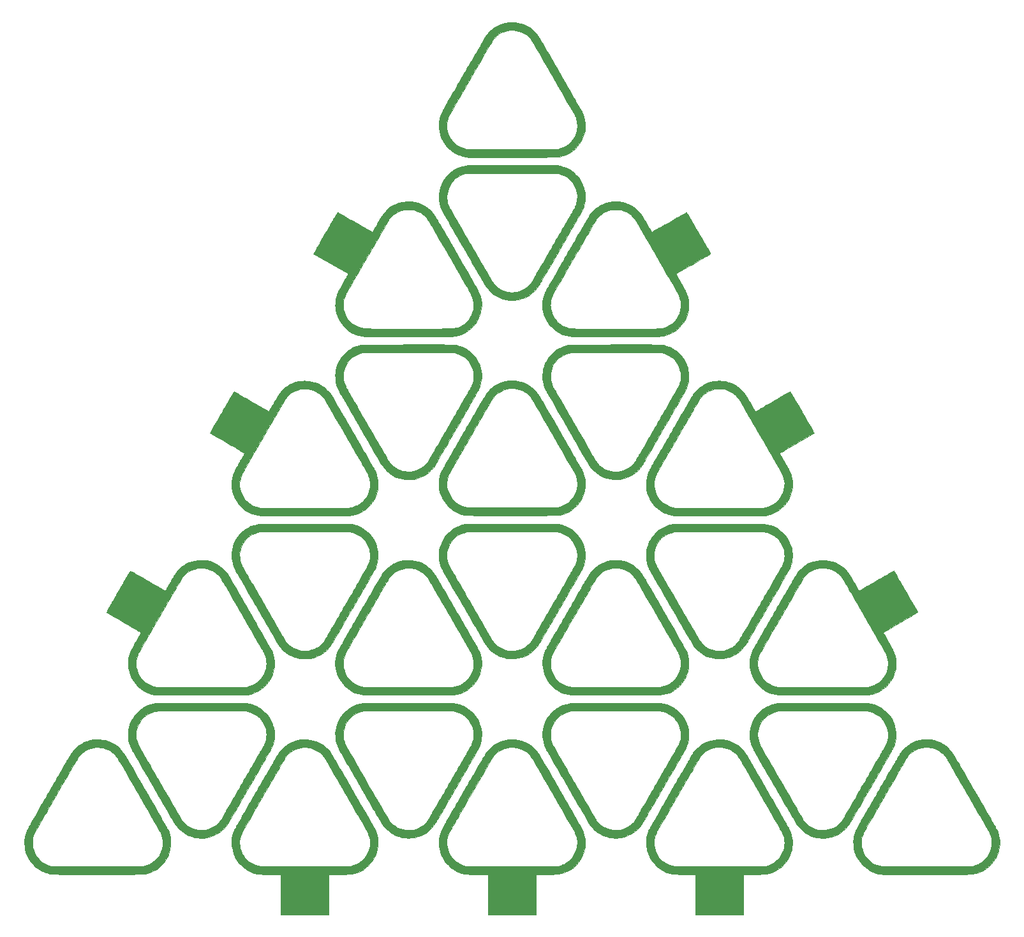
<source format=gbr>
%TF.GenerationSoftware,KiCad,Pcbnew,(6.0.0)*%
%TF.CreationDate,2022-01-31T15:47:42-08:00*%
%TF.ProjectId,PCB-top,5043422d-746f-4702-9e6b-696361645f70,rev?*%
%TF.SameCoordinates,Original*%
%TF.FileFunction,Soldermask,Bot*%
%TF.FilePolarity,Negative*%
%FSLAX46Y46*%
G04 Gerber Fmt 4.6, Leading zero omitted, Abs format (unit mm)*
G04 Created by KiCad (PCBNEW (6.0.0)) date 2022-01-31 15:47:42*
%MOMM*%
%LPD*%
G01*
G04 APERTURE LIST*
%ADD10C,0.010000*%
G04 APERTURE END LIST*
D10*
%TO.C,Ref\u002A\u002A*%
X201041000Y-122646168D02*
X201466107Y-122681869D01*
X201466107Y-122681869D02*
X201878240Y-122756918D01*
X201878240Y-122756918D02*
X202275424Y-122870210D01*
X202275424Y-122870210D02*
X202655686Y-123020641D01*
X202655686Y-123020641D02*
X203017049Y-123207106D01*
X203017049Y-123207106D02*
X203357540Y-123428501D01*
X203357540Y-123428501D02*
X203675184Y-123683721D01*
X203675184Y-123683721D02*
X203968006Y-123971661D01*
X203968006Y-123971661D02*
X204234032Y-124291217D01*
X204234032Y-124291217D02*
X204396977Y-124523500D01*
X204396977Y-124523500D02*
X204423931Y-124566932D01*
X204423931Y-124566932D02*
X204470690Y-124644894D01*
X204470690Y-124644894D02*
X204536168Y-124755499D01*
X204536168Y-124755499D02*
X204619276Y-124896863D01*
X204619276Y-124896863D02*
X204718929Y-125067099D01*
X204718929Y-125067099D02*
X204834039Y-125264323D01*
X204834039Y-125264323D02*
X204963518Y-125486648D01*
X204963518Y-125486648D02*
X205106281Y-125732188D01*
X205106281Y-125732188D02*
X205261239Y-125999059D01*
X205261239Y-125999059D02*
X205427306Y-126285375D01*
X205427306Y-126285375D02*
X205603395Y-126589250D01*
X205603395Y-126589250D02*
X205788418Y-126908799D01*
X205788418Y-126908799D02*
X205981290Y-127242136D01*
X205981290Y-127242136D02*
X206180921Y-127587375D01*
X206180921Y-127587375D02*
X206386226Y-127942631D01*
X206386226Y-127942631D02*
X206596118Y-128306019D01*
X206596118Y-128306019D02*
X206809509Y-128675652D01*
X206809509Y-128675652D02*
X207025312Y-129049646D01*
X207025312Y-129049646D02*
X207242440Y-129426114D01*
X207242440Y-129426114D02*
X207459807Y-129803172D01*
X207459807Y-129803172D02*
X207676324Y-130178933D01*
X207676324Y-130178933D02*
X207890906Y-130551512D01*
X207890906Y-130551512D02*
X208102465Y-130919023D01*
X208102465Y-130919023D02*
X208309914Y-131279582D01*
X208309914Y-131279582D02*
X208512165Y-131631301D01*
X208512165Y-131631301D02*
X208708133Y-131972297D01*
X208708133Y-131972297D02*
X208896729Y-132300682D01*
X208896729Y-132300682D02*
X209076867Y-132614572D01*
X209076867Y-132614572D02*
X209247459Y-132912082D01*
X209247459Y-132912082D02*
X209407419Y-133191324D01*
X209407419Y-133191324D02*
X209555660Y-133450415D01*
X209555660Y-133450415D02*
X209691094Y-133687468D01*
X209691094Y-133687468D02*
X209812635Y-133900598D01*
X209812635Y-133900598D02*
X209919195Y-134087918D01*
X209919195Y-134087918D02*
X210009687Y-134247545D01*
X210009687Y-134247545D02*
X210083024Y-134377592D01*
X210083024Y-134377592D02*
X210138120Y-134476173D01*
X210138120Y-134476173D02*
X210173887Y-134541403D01*
X210173887Y-134541403D02*
X210187266Y-134567083D01*
X210187266Y-134567083D02*
X210349132Y-134948825D01*
X210349132Y-134948825D02*
X210470774Y-135340942D01*
X210470774Y-135340942D02*
X210552200Y-135740645D01*
X210552200Y-135740645D02*
X210593419Y-136145143D01*
X210593419Y-136145143D02*
X210594440Y-136551648D01*
X210594440Y-136551648D02*
X210555273Y-136957368D01*
X210555273Y-136957368D02*
X210475927Y-137359515D01*
X210475927Y-137359515D02*
X210356412Y-137755299D01*
X210356412Y-137755299D02*
X210196735Y-138141929D01*
X210196735Y-138141929D02*
X210175359Y-138186583D01*
X210175359Y-138186583D02*
X209970434Y-138561809D01*
X209970434Y-138561809D02*
X209734637Y-138909113D01*
X209734637Y-138909113D02*
X209469846Y-139227189D01*
X209469846Y-139227189D02*
X209177938Y-139514731D01*
X209177938Y-139514731D02*
X208860791Y-139770431D01*
X208860791Y-139770431D02*
X208520282Y-139992983D01*
X208520282Y-139992983D02*
X208158290Y-140181081D01*
X208158290Y-140181081D02*
X207776692Y-140333417D01*
X207776692Y-140333417D02*
X207377365Y-140448685D01*
X207377365Y-140448685D02*
X206962188Y-140525579D01*
X206962188Y-140525579D02*
X206784710Y-140546007D01*
X206784710Y-140546007D02*
X206748041Y-140547494D01*
X206748041Y-140547494D02*
X206671323Y-140548934D01*
X206671323Y-140548934D02*
X206556680Y-140550325D01*
X206556680Y-140550325D02*
X206406240Y-140551665D01*
X206406240Y-140551665D02*
X206222127Y-140552952D01*
X206222127Y-140552952D02*
X206006467Y-140554186D01*
X206006467Y-140554186D02*
X205761386Y-140555365D01*
X205761386Y-140555365D02*
X205489010Y-140556487D01*
X205489010Y-140556487D02*
X205191463Y-140557552D01*
X205191463Y-140557552D02*
X204870873Y-140558556D01*
X204870873Y-140558556D02*
X204529363Y-140559500D01*
X204529363Y-140559500D02*
X204169061Y-140560381D01*
X204169061Y-140560381D02*
X203792091Y-140561198D01*
X203792091Y-140561198D02*
X203400579Y-140561950D01*
X203400579Y-140561950D02*
X202996651Y-140562635D01*
X202996651Y-140562635D02*
X202582433Y-140563251D01*
X202582433Y-140563251D02*
X202160050Y-140563798D01*
X202160050Y-140563798D02*
X201731628Y-140564273D01*
X201731628Y-140564273D02*
X201299292Y-140564675D01*
X201299292Y-140564675D02*
X200865169Y-140565004D01*
X200865169Y-140565004D02*
X200431383Y-140565256D01*
X200431383Y-140565256D02*
X200000061Y-140565432D01*
X200000061Y-140565432D02*
X199573327Y-140565529D01*
X199573327Y-140565529D02*
X199153308Y-140565545D01*
X199153308Y-140565545D02*
X198742130Y-140565481D01*
X198742130Y-140565481D02*
X198341918Y-140565333D01*
X198341918Y-140565333D02*
X197954797Y-140565100D01*
X197954797Y-140565100D02*
X197582893Y-140564782D01*
X197582893Y-140564782D02*
X197228332Y-140564376D01*
X197228332Y-140564376D02*
X196893240Y-140563881D01*
X196893240Y-140563881D02*
X196579742Y-140563296D01*
X196579742Y-140563296D02*
X196289964Y-140562619D01*
X196289964Y-140562619D02*
X196026031Y-140561849D01*
X196026031Y-140561849D02*
X195790069Y-140560984D01*
X195790069Y-140560984D02*
X195584204Y-140560023D01*
X195584204Y-140560023D02*
X195410562Y-140558964D01*
X195410562Y-140558964D02*
X195271267Y-140557806D01*
X195271267Y-140557806D02*
X195168446Y-140556547D01*
X195168446Y-140556547D02*
X195104225Y-140555186D01*
X195104225Y-140555186D02*
X195082583Y-140554087D01*
X195082583Y-140554087D02*
X195033539Y-140548408D01*
X195033539Y-140548408D02*
X194955798Y-140539447D01*
X194955798Y-140539447D02*
X194862721Y-140528743D01*
X194862721Y-140528743D02*
X194818000Y-140523608D01*
X194818000Y-140523608D02*
X194507202Y-140471655D01*
X194507202Y-140471655D02*
X194184594Y-140387576D01*
X194184594Y-140387576D02*
X193860595Y-140275274D01*
X193860595Y-140275274D02*
X193545623Y-140138651D01*
X193545623Y-140138651D02*
X193250098Y-139981607D01*
X193250098Y-139981607D02*
X193072952Y-139870144D01*
X193072952Y-139870144D02*
X192729506Y-139613634D01*
X192729506Y-139613634D02*
X192417868Y-139329476D01*
X192417868Y-139329476D02*
X192138748Y-139018746D01*
X192138748Y-139018746D02*
X191892860Y-138682523D01*
X191892860Y-138682523D02*
X191680914Y-138321885D01*
X191680914Y-138321885D02*
X191503624Y-137937909D01*
X191503624Y-137937909D02*
X191361701Y-137531673D01*
X191361701Y-137531673D02*
X191260385Y-137126615D01*
X191260385Y-137126615D02*
X191240002Y-136999034D01*
X191240002Y-136999034D02*
X191223462Y-136840043D01*
X191223462Y-136840043D02*
X191211124Y-136660422D01*
X191211124Y-136660422D02*
X191203351Y-136470953D01*
X191203351Y-136470953D02*
X191200504Y-136282415D01*
X191200504Y-136282415D02*
X191201076Y-136240939D01*
X191201076Y-136240939D02*
X192237215Y-136240939D01*
X192237215Y-136240939D02*
X192238672Y-136455392D01*
X192238672Y-136455392D02*
X192250412Y-136669635D01*
X192250412Y-136669635D02*
X192272003Y-136870254D01*
X192272003Y-136870254D02*
X192303007Y-137043835D01*
X192303007Y-137043835D02*
X192305480Y-137054464D01*
X192305480Y-137054464D02*
X192409106Y-137404790D01*
X192409106Y-137404790D02*
X192548280Y-137736147D01*
X192548280Y-137736147D02*
X192720605Y-138046364D01*
X192720605Y-138046364D02*
X192923685Y-138333269D01*
X192923685Y-138333269D02*
X193155121Y-138594690D01*
X193155121Y-138594690D02*
X193412516Y-138828456D01*
X193412516Y-138828456D02*
X193693474Y-139032395D01*
X193693474Y-139032395D02*
X193995596Y-139204336D01*
X193995596Y-139204336D02*
X194316486Y-139342107D01*
X194316486Y-139342107D02*
X194653746Y-139443536D01*
X194653746Y-139443536D02*
X195004979Y-139506452D01*
X195004979Y-139506452D02*
X195013364Y-139507447D01*
X195013364Y-139507447D02*
X195047452Y-139508972D01*
X195047452Y-139508972D02*
X195122105Y-139510439D01*
X195122105Y-139510439D02*
X195235551Y-139511845D01*
X195235551Y-139511845D02*
X195386022Y-139513185D01*
X195386022Y-139513185D02*
X195571748Y-139514454D01*
X195571748Y-139514454D02*
X195790959Y-139515650D01*
X195790959Y-139515650D02*
X196041885Y-139516766D01*
X196041885Y-139516766D02*
X196322758Y-139517798D01*
X196322758Y-139517798D02*
X196631808Y-139518743D01*
X196631808Y-139518743D02*
X196967264Y-139519596D01*
X196967264Y-139519596D02*
X197327358Y-139520352D01*
X197327358Y-139520352D02*
X197710319Y-139521007D01*
X197710319Y-139521007D02*
X198114378Y-139521556D01*
X198114378Y-139521556D02*
X198537766Y-139521995D01*
X198537766Y-139521995D02*
X198978713Y-139522321D01*
X198978713Y-139522321D02*
X199435449Y-139522527D01*
X199435449Y-139522527D02*
X199906205Y-139522610D01*
X199906205Y-139522610D02*
X200389211Y-139522566D01*
X200389211Y-139522566D02*
X200882698Y-139522390D01*
X200882698Y-139522390D02*
X200988083Y-139522336D01*
X200988083Y-139522336D02*
X206808916Y-139519163D01*
X206808916Y-139519163D02*
X207052333Y-139463724D01*
X207052333Y-139463724D02*
X207409793Y-139363583D01*
X207409793Y-139363583D02*
X207740329Y-139231641D01*
X207740329Y-139231641D02*
X208046331Y-139066642D01*
X208046331Y-139066642D02*
X208330186Y-138867329D01*
X208330186Y-138867329D02*
X208549527Y-138676040D01*
X208549527Y-138676040D02*
X208808963Y-138401558D01*
X208808963Y-138401558D02*
X209029572Y-138110746D01*
X209029572Y-138110746D02*
X209211946Y-137802393D01*
X209211946Y-137802393D02*
X209356678Y-137475282D01*
X209356678Y-137475282D02*
X209464364Y-137128200D01*
X209464364Y-137128200D02*
X209535595Y-136759932D01*
X209535595Y-136759932D02*
X209552098Y-136625100D01*
X209552098Y-136625100D02*
X209564378Y-136338786D01*
X209564378Y-136338786D02*
X209544650Y-136036769D01*
X209544650Y-136036769D02*
X209494673Y-135728883D01*
X209494673Y-135728883D02*
X209416203Y-135424960D01*
X209416203Y-135424960D02*
X209310996Y-135134835D01*
X209310996Y-135134835D02*
X209268865Y-135039834D01*
X209268865Y-135039834D02*
X209252285Y-135008632D01*
X209252285Y-135008632D02*
X209215567Y-134942655D01*
X209215567Y-134942655D02*
X209159784Y-134843763D01*
X209159784Y-134843763D02*
X209086011Y-134713817D01*
X209086011Y-134713817D02*
X208995320Y-134554677D01*
X208995320Y-134554677D02*
X208888786Y-134368205D01*
X208888786Y-134368205D02*
X208767481Y-134156261D01*
X208767481Y-134156261D02*
X208632480Y-133920706D01*
X208632480Y-133920706D02*
X208484855Y-133663399D01*
X208484855Y-133663399D02*
X208325680Y-133386203D01*
X208325680Y-133386203D02*
X208156029Y-133090977D01*
X208156029Y-133090977D02*
X207976975Y-132779582D01*
X207976975Y-132779582D02*
X207789591Y-132453879D01*
X207789591Y-132453879D02*
X207594952Y-132115729D01*
X207594952Y-132115729D02*
X207394131Y-131766992D01*
X207394131Y-131766992D02*
X207188200Y-131409528D01*
X207188200Y-131409528D02*
X206978234Y-131045199D01*
X206978234Y-131045199D02*
X206765307Y-130675865D01*
X206765307Y-130675865D02*
X206550491Y-130303386D01*
X206550491Y-130303386D02*
X206334860Y-129929624D01*
X206334860Y-129929624D02*
X206119487Y-129556439D01*
X206119487Y-129556439D02*
X205905447Y-129185691D01*
X205905447Y-129185691D02*
X205693812Y-128819242D01*
X205693812Y-128819242D02*
X205485657Y-128458952D01*
X205485657Y-128458952D02*
X205282054Y-128106681D01*
X205282054Y-128106681D02*
X205084077Y-127764290D01*
X205084077Y-127764290D02*
X204892800Y-127433640D01*
X204892800Y-127433640D02*
X204709296Y-127116592D01*
X204709296Y-127116592D02*
X204534639Y-126815006D01*
X204534639Y-126815006D02*
X204369901Y-126530743D01*
X204369901Y-126530743D02*
X204216157Y-126265663D01*
X204216157Y-126265663D02*
X204074481Y-126021627D01*
X204074481Y-126021627D02*
X203945944Y-125800496D01*
X203945944Y-125800496D02*
X203831622Y-125604130D01*
X203831622Y-125604130D02*
X203732588Y-125434390D01*
X203732588Y-125434390D02*
X203649914Y-125293137D01*
X203649914Y-125293137D02*
X203584675Y-125182231D01*
X203584675Y-125182231D02*
X203537945Y-125103533D01*
X203537945Y-125103533D02*
X203510795Y-125058904D01*
X203510795Y-125058904D02*
X203506782Y-125052666D01*
X203506782Y-125052666D02*
X203302905Y-124783002D01*
X203302905Y-124783002D02*
X203065521Y-124534472D01*
X203065521Y-124534472D02*
X202799807Y-124311008D01*
X202799807Y-124311008D02*
X202510938Y-124116543D01*
X202510938Y-124116543D02*
X202204089Y-123955010D01*
X202204089Y-123955010D02*
X201908833Y-123838357D01*
X201908833Y-123838357D02*
X201728970Y-123782921D01*
X201728970Y-123782921D02*
X201561261Y-123742146D01*
X201561261Y-123742146D02*
X201393627Y-123714235D01*
X201393627Y-123714235D02*
X201213988Y-123697395D01*
X201213988Y-123697395D02*
X201010263Y-123689831D01*
X201010263Y-123689831D02*
X200903416Y-123688970D01*
X200903416Y-123688970D02*
X200705355Y-123691113D01*
X200705355Y-123691113D02*
X200537910Y-123699047D01*
X200537910Y-123699047D02*
X200389567Y-123714414D01*
X200389567Y-123714414D02*
X200248812Y-123738855D01*
X200248812Y-123738855D02*
X200104131Y-123774013D01*
X200104131Y-123774013D02*
X199944012Y-123821528D01*
X199944012Y-123821528D02*
X199919934Y-123829187D01*
X199919934Y-123829187D02*
X199589766Y-123956325D01*
X199589766Y-123956325D02*
X199276279Y-124119818D01*
X199276279Y-124119818D02*
X198983424Y-124316658D01*
X198983424Y-124316658D02*
X198715153Y-124543837D01*
X198715153Y-124543837D02*
X198475417Y-124798350D01*
X198475417Y-124798350D02*
X198268167Y-125077188D01*
X198268167Y-125077188D02*
X198256612Y-125095000D01*
X198256612Y-125095000D02*
X198235679Y-125129431D01*
X198235679Y-125129431D02*
X198194795Y-125198543D01*
X198194795Y-125198543D02*
X198135040Y-125300460D01*
X198135040Y-125300460D02*
X198057498Y-125433306D01*
X198057498Y-125433306D02*
X197963252Y-125595204D01*
X197963252Y-125595204D02*
X197853383Y-125784277D01*
X197853383Y-125784277D02*
X197728975Y-125998649D01*
X197728975Y-125998649D02*
X197591109Y-126236444D01*
X197591109Y-126236444D02*
X197440870Y-126495785D01*
X197440870Y-126495785D02*
X197279338Y-126774795D01*
X197279338Y-126774795D02*
X197107598Y-127071599D01*
X197107598Y-127071599D02*
X196926730Y-127384319D01*
X196926730Y-127384319D02*
X196737819Y-127711080D01*
X196737819Y-127711080D02*
X196541946Y-128050005D01*
X196541946Y-128050005D02*
X196340194Y-128399216D01*
X196340194Y-128399216D02*
X196133646Y-128756839D01*
X196133646Y-128756839D02*
X195923384Y-129120996D01*
X195923384Y-129120996D02*
X195710491Y-129489811D01*
X195710491Y-129489811D02*
X195496050Y-129861408D01*
X195496050Y-129861408D02*
X195281142Y-130233910D01*
X195281142Y-130233910D02*
X195066852Y-130605440D01*
X195066852Y-130605440D02*
X194854260Y-130974122D01*
X194854260Y-130974122D02*
X194644450Y-131338080D01*
X194644450Y-131338080D02*
X194438505Y-131695437D01*
X194438505Y-131695437D02*
X194237507Y-132044317D01*
X194237507Y-132044317D02*
X194042538Y-132382843D01*
X194042538Y-132382843D02*
X193854681Y-132709139D01*
X193854681Y-132709139D02*
X193675019Y-133021329D01*
X193675019Y-133021329D02*
X193504634Y-133317535D01*
X193504634Y-133317535D02*
X193344610Y-133595881D01*
X193344610Y-133595881D02*
X193196027Y-133854492D01*
X193196027Y-133854492D02*
X193059970Y-134091490D01*
X193059970Y-134091490D02*
X192937521Y-134304999D01*
X192937521Y-134304999D02*
X192829761Y-134493143D01*
X192829761Y-134493143D02*
X192737775Y-134654045D01*
X192737775Y-134654045D02*
X192662644Y-134785828D01*
X192662644Y-134785828D02*
X192605451Y-134886617D01*
X192605451Y-134886617D02*
X192567278Y-134954534D01*
X192567278Y-134954534D02*
X192549209Y-134987704D01*
X192549209Y-134987704D02*
X192549129Y-134987863D01*
X192549129Y-134987863D02*
X192474636Y-135154131D01*
X192474636Y-135154131D02*
X192403172Y-135346775D01*
X192403172Y-135346775D02*
X192339855Y-135549889D01*
X192339855Y-135549889D02*
X192289803Y-135747565D01*
X192289803Y-135747565D02*
X192266898Y-135865058D01*
X192266898Y-135865058D02*
X192246479Y-136039689D01*
X192246479Y-136039689D02*
X192237215Y-136240939D01*
X192237215Y-136240939D02*
X191201076Y-136240939D01*
X191201076Y-136240939D02*
X191202943Y-136105588D01*
X191202943Y-136105588D02*
X191211031Y-135951252D01*
X191211031Y-135951252D02*
X191218485Y-135876027D01*
X191218485Y-135876027D02*
X191284391Y-135492735D01*
X191284391Y-135492735D02*
X191385771Y-135113813D01*
X191385771Y-135113813D02*
X191519467Y-134749721D01*
X191519467Y-134749721D02*
X191631293Y-134507897D01*
X191631293Y-134507897D02*
X191650922Y-134471696D01*
X191650922Y-134471696D02*
X191690656Y-134400730D01*
X191690656Y-134400730D02*
X191749411Y-134296882D01*
X191749411Y-134296882D02*
X191826101Y-134162034D01*
X191826101Y-134162034D02*
X191919640Y-133998071D01*
X191919640Y-133998071D02*
X192028945Y-133806873D01*
X192028945Y-133806873D02*
X192152928Y-133590325D01*
X192152928Y-133590325D02*
X192290506Y-133350309D01*
X192290506Y-133350309D02*
X192440591Y-133088707D01*
X192440591Y-133088707D02*
X192602100Y-132807403D01*
X192602100Y-132807403D02*
X192773947Y-132508279D01*
X192773947Y-132508279D02*
X192955046Y-132193217D01*
X192955046Y-132193217D02*
X193144313Y-131864102D01*
X193144313Y-131864102D02*
X193340661Y-131522815D01*
X193340661Y-131522815D02*
X193543006Y-131171240D01*
X193543006Y-131171240D02*
X193750262Y-130811259D01*
X193750262Y-130811259D02*
X193961343Y-130444754D01*
X193961343Y-130444754D02*
X194175166Y-130073609D01*
X194175166Y-130073609D02*
X194390643Y-129699707D01*
X194390643Y-129699707D02*
X194606690Y-129324930D01*
X194606690Y-129324930D02*
X194822221Y-128951161D01*
X194822221Y-128951161D02*
X195036152Y-128580283D01*
X195036152Y-128580283D02*
X195247396Y-128214178D01*
X195247396Y-128214178D02*
X195454869Y-127854729D01*
X195454869Y-127854729D02*
X195657485Y-127503820D01*
X195657485Y-127503820D02*
X195854159Y-127163333D01*
X195854159Y-127163333D02*
X196043805Y-126835150D01*
X196043805Y-126835150D02*
X196225338Y-126521154D01*
X196225338Y-126521154D02*
X196397673Y-126223229D01*
X196397673Y-126223229D02*
X196559724Y-125943257D01*
X196559724Y-125943257D02*
X196710407Y-125683121D01*
X196710407Y-125683121D02*
X196848635Y-125444703D01*
X196848635Y-125444703D02*
X196973323Y-125229886D01*
X196973323Y-125229886D02*
X197083387Y-125040554D01*
X197083387Y-125040554D02*
X197177740Y-124878589D01*
X197177740Y-124878589D02*
X197255298Y-124745873D01*
X197255298Y-124745873D02*
X197314974Y-124644289D01*
X197314974Y-124644289D02*
X197355685Y-124575721D01*
X197355685Y-124575721D02*
X197374653Y-124544666D01*
X197374653Y-124544666D02*
X197610957Y-124212671D01*
X197610957Y-124212671D02*
X197877650Y-123908451D01*
X197877650Y-123908451D02*
X198171990Y-123633423D01*
X198171990Y-123633423D02*
X198491238Y-123389008D01*
X198491238Y-123389008D02*
X198832653Y-123176625D01*
X198832653Y-123176625D02*
X199193495Y-122997691D01*
X199193495Y-122997691D02*
X199571023Y-122853627D01*
X199571023Y-122853627D02*
X199962497Y-122745851D01*
X199962497Y-122745851D02*
X200365176Y-122675783D01*
X200365176Y-122675783D02*
X200776321Y-122644841D01*
X200776321Y-122644841D02*
X201041000Y-122646168D01*
X201041000Y-122646168D02*
X201041000Y-122646168D01*
G36*
X191211031Y-135951252D02*
G01*
X191218485Y-135876027D01*
X191284391Y-135492735D01*
X191385771Y-135113813D01*
X191519467Y-134749721D01*
X191631293Y-134507897D01*
X191650922Y-134471696D01*
X191690656Y-134400730D01*
X191749411Y-134296882D01*
X191826101Y-134162034D01*
X191919640Y-133998071D01*
X192028945Y-133806873D01*
X192152928Y-133590325D01*
X192290506Y-133350309D01*
X192440591Y-133088707D01*
X192602100Y-132807403D01*
X192773947Y-132508279D01*
X192955046Y-132193217D01*
X193144313Y-131864102D01*
X193340661Y-131522815D01*
X193543006Y-131171240D01*
X193750262Y-130811259D01*
X193961343Y-130444754D01*
X194175166Y-130073609D01*
X194390643Y-129699707D01*
X194606690Y-129324930D01*
X194822221Y-128951161D01*
X195036152Y-128580283D01*
X195247396Y-128214178D01*
X195454869Y-127854729D01*
X195657485Y-127503820D01*
X195854159Y-127163333D01*
X196043805Y-126835150D01*
X196225338Y-126521154D01*
X196397673Y-126223229D01*
X196559724Y-125943257D01*
X196710407Y-125683121D01*
X196848635Y-125444703D01*
X196973323Y-125229886D01*
X197083387Y-125040554D01*
X197177740Y-124878589D01*
X197255298Y-124745873D01*
X197314974Y-124644289D01*
X197355685Y-124575721D01*
X197374653Y-124544666D01*
X197610957Y-124212671D01*
X197877650Y-123908451D01*
X198171990Y-123633423D01*
X198491238Y-123389008D01*
X198832653Y-123176625D01*
X199193495Y-122997691D01*
X199571023Y-122853627D01*
X199962497Y-122745851D01*
X200365176Y-122675783D01*
X200776321Y-122644841D01*
X201041000Y-122646168D01*
X201466107Y-122681869D01*
X201878240Y-122756918D01*
X202275424Y-122870210D01*
X202655686Y-123020641D01*
X203017049Y-123207106D01*
X203357540Y-123428501D01*
X203675184Y-123683721D01*
X203968006Y-123971661D01*
X204234032Y-124291217D01*
X204396977Y-124523500D01*
X204423931Y-124566932D01*
X204470690Y-124644894D01*
X204536168Y-124755499D01*
X204619276Y-124896863D01*
X204718929Y-125067099D01*
X204834039Y-125264323D01*
X204963518Y-125486648D01*
X205106281Y-125732188D01*
X205261239Y-125999059D01*
X205427306Y-126285375D01*
X205603395Y-126589250D01*
X205788418Y-126908799D01*
X205981290Y-127242136D01*
X206180921Y-127587375D01*
X206386226Y-127942631D01*
X206596118Y-128306019D01*
X206809509Y-128675652D01*
X207025312Y-129049646D01*
X207242440Y-129426114D01*
X207459807Y-129803172D01*
X207676324Y-130178933D01*
X207890906Y-130551512D01*
X208102465Y-130919023D01*
X208309914Y-131279582D01*
X208512165Y-131631301D01*
X208708133Y-131972297D01*
X208896729Y-132300682D01*
X209076867Y-132614572D01*
X209247459Y-132912082D01*
X209407419Y-133191324D01*
X209555660Y-133450415D01*
X209691094Y-133687468D01*
X209812635Y-133900598D01*
X209919195Y-134087918D01*
X210009687Y-134247545D01*
X210083024Y-134377592D01*
X210138120Y-134476173D01*
X210173887Y-134541403D01*
X210187266Y-134567083D01*
X210349132Y-134948825D01*
X210470774Y-135340942D01*
X210552200Y-135740645D01*
X210593419Y-136145143D01*
X210594440Y-136551648D01*
X210555273Y-136957368D01*
X210475927Y-137359515D01*
X210356412Y-137755299D01*
X210196735Y-138141929D01*
X210175359Y-138186583D01*
X209970434Y-138561809D01*
X209734637Y-138909113D01*
X209469846Y-139227189D01*
X209177938Y-139514731D01*
X208860791Y-139770431D01*
X208520282Y-139992983D01*
X208158290Y-140181081D01*
X207776692Y-140333417D01*
X207377365Y-140448685D01*
X206962188Y-140525579D01*
X206784710Y-140546007D01*
X206748041Y-140547494D01*
X206671323Y-140548934D01*
X206556680Y-140550325D01*
X206406240Y-140551665D01*
X206222127Y-140552952D01*
X206006467Y-140554186D01*
X205761386Y-140555365D01*
X205489010Y-140556487D01*
X205191463Y-140557552D01*
X204870873Y-140558556D01*
X204529363Y-140559500D01*
X204169061Y-140560381D01*
X203792091Y-140561198D01*
X203400579Y-140561950D01*
X202996651Y-140562635D01*
X202582433Y-140563251D01*
X202160050Y-140563798D01*
X201731628Y-140564273D01*
X201299292Y-140564675D01*
X200865169Y-140565004D01*
X200431383Y-140565256D01*
X200000061Y-140565432D01*
X199573327Y-140565529D01*
X199153308Y-140565545D01*
X198742130Y-140565481D01*
X198341918Y-140565333D01*
X197954797Y-140565100D01*
X197582893Y-140564782D01*
X197228332Y-140564376D01*
X196893240Y-140563881D01*
X196579742Y-140563296D01*
X196289964Y-140562619D01*
X196026031Y-140561849D01*
X195790069Y-140560984D01*
X195584204Y-140560023D01*
X195410562Y-140558964D01*
X195271267Y-140557806D01*
X195168446Y-140556547D01*
X195104225Y-140555186D01*
X195082583Y-140554087D01*
X195033539Y-140548408D01*
X194955798Y-140539447D01*
X194862721Y-140528743D01*
X194818000Y-140523608D01*
X194507202Y-140471655D01*
X194184594Y-140387576D01*
X193860595Y-140275274D01*
X193545623Y-140138651D01*
X193250098Y-139981607D01*
X193072952Y-139870144D01*
X192729506Y-139613634D01*
X192417868Y-139329476D01*
X192138748Y-139018746D01*
X191892860Y-138682523D01*
X191680914Y-138321885D01*
X191503624Y-137937909D01*
X191361701Y-137531673D01*
X191260385Y-137126615D01*
X191240002Y-136999034D01*
X191223462Y-136840043D01*
X191211124Y-136660422D01*
X191203351Y-136470953D01*
X191200504Y-136282415D01*
X191201076Y-136240939D01*
X192237215Y-136240939D01*
X192238672Y-136455392D01*
X192250412Y-136669635D01*
X192272003Y-136870254D01*
X192303007Y-137043835D01*
X192305480Y-137054464D01*
X192409106Y-137404790D01*
X192548280Y-137736147D01*
X192720605Y-138046364D01*
X192923685Y-138333269D01*
X193155121Y-138594690D01*
X193412516Y-138828456D01*
X193693474Y-139032395D01*
X193995596Y-139204336D01*
X194316486Y-139342107D01*
X194653746Y-139443536D01*
X195004979Y-139506452D01*
X195013364Y-139507447D01*
X195047452Y-139508972D01*
X195122105Y-139510439D01*
X195235551Y-139511845D01*
X195386022Y-139513185D01*
X195571748Y-139514454D01*
X195790959Y-139515650D01*
X196041885Y-139516766D01*
X196322758Y-139517798D01*
X196631808Y-139518743D01*
X196967264Y-139519596D01*
X197327358Y-139520352D01*
X197710319Y-139521007D01*
X198114378Y-139521556D01*
X198537766Y-139521995D01*
X198978713Y-139522321D01*
X199435449Y-139522527D01*
X199906205Y-139522610D01*
X200389211Y-139522566D01*
X200882698Y-139522390D01*
X200988083Y-139522336D01*
X206808916Y-139519163D01*
X207052333Y-139463724D01*
X207409793Y-139363583D01*
X207740329Y-139231641D01*
X208046331Y-139066642D01*
X208330186Y-138867329D01*
X208549527Y-138676040D01*
X208808963Y-138401558D01*
X209029572Y-138110746D01*
X209211946Y-137802393D01*
X209356678Y-137475282D01*
X209464364Y-137128200D01*
X209535595Y-136759932D01*
X209552098Y-136625100D01*
X209564378Y-136338786D01*
X209544650Y-136036769D01*
X209494673Y-135728883D01*
X209416203Y-135424960D01*
X209310996Y-135134835D01*
X209268865Y-135039834D01*
X209252285Y-135008632D01*
X209215567Y-134942655D01*
X209159784Y-134843763D01*
X209086011Y-134713817D01*
X208995320Y-134554677D01*
X208888786Y-134368205D01*
X208767481Y-134156261D01*
X208632480Y-133920706D01*
X208484855Y-133663399D01*
X208325680Y-133386203D01*
X208156029Y-133090977D01*
X207976975Y-132779582D01*
X207789591Y-132453879D01*
X207594952Y-132115729D01*
X207394131Y-131766992D01*
X207188200Y-131409528D01*
X206978234Y-131045199D01*
X206765307Y-130675865D01*
X206550491Y-130303386D01*
X206334860Y-129929624D01*
X206119487Y-129556439D01*
X205905447Y-129185691D01*
X205693812Y-128819242D01*
X205485657Y-128458952D01*
X205282054Y-128106681D01*
X205084077Y-127764290D01*
X204892800Y-127433640D01*
X204709296Y-127116592D01*
X204534639Y-126815006D01*
X204369901Y-126530743D01*
X204216157Y-126265663D01*
X204074481Y-126021627D01*
X203945944Y-125800496D01*
X203831622Y-125604130D01*
X203732588Y-125434390D01*
X203649914Y-125293137D01*
X203584675Y-125182231D01*
X203537945Y-125103533D01*
X203510795Y-125058904D01*
X203506782Y-125052666D01*
X203302905Y-124783002D01*
X203065521Y-124534472D01*
X202799807Y-124311008D01*
X202510938Y-124116543D01*
X202204089Y-123955010D01*
X201908833Y-123838357D01*
X201728970Y-123782921D01*
X201561261Y-123742146D01*
X201393627Y-123714235D01*
X201213988Y-123697395D01*
X201010263Y-123689831D01*
X200903416Y-123688970D01*
X200705355Y-123691113D01*
X200537910Y-123699047D01*
X200389567Y-123714414D01*
X200248812Y-123738855D01*
X200104131Y-123774013D01*
X199944012Y-123821528D01*
X199919934Y-123829187D01*
X199589766Y-123956325D01*
X199276279Y-124119818D01*
X198983424Y-124316658D01*
X198715153Y-124543837D01*
X198475417Y-124798350D01*
X198268167Y-125077188D01*
X198256612Y-125095000D01*
X198235679Y-125129431D01*
X198194795Y-125198543D01*
X198135040Y-125300460D01*
X198057498Y-125433306D01*
X197963252Y-125595204D01*
X197853383Y-125784277D01*
X197728975Y-125998649D01*
X197591109Y-126236444D01*
X197440870Y-126495785D01*
X197279338Y-126774795D01*
X197107598Y-127071599D01*
X196926730Y-127384319D01*
X196737819Y-127711080D01*
X196541946Y-128050005D01*
X196340194Y-128399216D01*
X196133646Y-128756839D01*
X195923384Y-129120996D01*
X195710491Y-129489811D01*
X195496050Y-129861408D01*
X195281142Y-130233910D01*
X195066852Y-130605440D01*
X194854260Y-130974122D01*
X194644450Y-131338080D01*
X194438505Y-131695437D01*
X194237507Y-132044317D01*
X194042538Y-132382843D01*
X193854681Y-132709139D01*
X193675019Y-133021329D01*
X193504634Y-133317535D01*
X193344610Y-133595881D01*
X193196027Y-133854492D01*
X193059970Y-134091490D01*
X192937521Y-134304999D01*
X192829761Y-134493143D01*
X192737775Y-134654045D01*
X192662644Y-134785828D01*
X192605451Y-134886617D01*
X192567278Y-134954534D01*
X192549209Y-134987704D01*
X192549129Y-134987863D01*
X192474636Y-135154131D01*
X192403172Y-135346775D01*
X192339855Y-135549889D01*
X192289803Y-135747565D01*
X192266898Y-135865058D01*
X192246479Y-136039689D01*
X192237215Y-136240939D01*
X191201076Y-136240939D01*
X191202943Y-136105588D01*
X191211031Y-135951252D01*
G37*
X191211031Y-135951252D02*
X191218485Y-135876027D01*
X191284391Y-135492735D01*
X191385771Y-135113813D01*
X191519467Y-134749721D01*
X191631293Y-134507897D01*
X191650922Y-134471696D01*
X191690656Y-134400730D01*
X191749411Y-134296882D01*
X191826101Y-134162034D01*
X191919640Y-133998071D01*
X192028945Y-133806873D01*
X192152928Y-133590325D01*
X192290506Y-133350309D01*
X192440591Y-133088707D01*
X192602100Y-132807403D01*
X192773947Y-132508279D01*
X192955046Y-132193217D01*
X193144313Y-131864102D01*
X193340661Y-131522815D01*
X193543006Y-131171240D01*
X193750262Y-130811259D01*
X193961343Y-130444754D01*
X194175166Y-130073609D01*
X194390643Y-129699707D01*
X194606690Y-129324930D01*
X194822221Y-128951161D01*
X195036152Y-128580283D01*
X195247396Y-128214178D01*
X195454869Y-127854729D01*
X195657485Y-127503820D01*
X195854159Y-127163333D01*
X196043805Y-126835150D01*
X196225338Y-126521154D01*
X196397673Y-126223229D01*
X196559724Y-125943257D01*
X196710407Y-125683121D01*
X196848635Y-125444703D01*
X196973323Y-125229886D01*
X197083387Y-125040554D01*
X197177740Y-124878589D01*
X197255298Y-124745873D01*
X197314974Y-124644289D01*
X197355685Y-124575721D01*
X197374653Y-124544666D01*
X197610957Y-124212671D01*
X197877650Y-123908451D01*
X198171990Y-123633423D01*
X198491238Y-123389008D01*
X198832653Y-123176625D01*
X199193495Y-122997691D01*
X199571023Y-122853627D01*
X199962497Y-122745851D01*
X200365176Y-122675783D01*
X200776321Y-122644841D01*
X201041000Y-122646168D01*
X201466107Y-122681869D01*
X201878240Y-122756918D01*
X202275424Y-122870210D01*
X202655686Y-123020641D01*
X203017049Y-123207106D01*
X203357540Y-123428501D01*
X203675184Y-123683721D01*
X203968006Y-123971661D01*
X204234032Y-124291217D01*
X204396977Y-124523500D01*
X204423931Y-124566932D01*
X204470690Y-124644894D01*
X204536168Y-124755499D01*
X204619276Y-124896863D01*
X204718929Y-125067099D01*
X204834039Y-125264323D01*
X204963518Y-125486648D01*
X205106281Y-125732188D01*
X205261239Y-125999059D01*
X205427306Y-126285375D01*
X205603395Y-126589250D01*
X205788418Y-126908799D01*
X205981290Y-127242136D01*
X206180921Y-127587375D01*
X206386226Y-127942631D01*
X206596118Y-128306019D01*
X206809509Y-128675652D01*
X207025312Y-129049646D01*
X207242440Y-129426114D01*
X207459807Y-129803172D01*
X207676324Y-130178933D01*
X207890906Y-130551512D01*
X208102465Y-130919023D01*
X208309914Y-131279582D01*
X208512165Y-131631301D01*
X208708133Y-131972297D01*
X208896729Y-132300682D01*
X209076867Y-132614572D01*
X209247459Y-132912082D01*
X209407419Y-133191324D01*
X209555660Y-133450415D01*
X209691094Y-133687468D01*
X209812635Y-133900598D01*
X209919195Y-134087918D01*
X210009687Y-134247545D01*
X210083024Y-134377592D01*
X210138120Y-134476173D01*
X210173887Y-134541403D01*
X210187266Y-134567083D01*
X210349132Y-134948825D01*
X210470774Y-135340942D01*
X210552200Y-135740645D01*
X210593419Y-136145143D01*
X210594440Y-136551648D01*
X210555273Y-136957368D01*
X210475927Y-137359515D01*
X210356412Y-137755299D01*
X210196735Y-138141929D01*
X210175359Y-138186583D01*
X209970434Y-138561809D01*
X209734637Y-138909113D01*
X209469846Y-139227189D01*
X209177938Y-139514731D01*
X208860791Y-139770431D01*
X208520282Y-139992983D01*
X208158290Y-140181081D01*
X207776692Y-140333417D01*
X207377365Y-140448685D01*
X206962188Y-140525579D01*
X206784710Y-140546007D01*
X206748041Y-140547494D01*
X206671323Y-140548934D01*
X206556680Y-140550325D01*
X206406240Y-140551665D01*
X206222127Y-140552952D01*
X206006467Y-140554186D01*
X205761386Y-140555365D01*
X205489010Y-140556487D01*
X205191463Y-140557552D01*
X204870873Y-140558556D01*
X204529363Y-140559500D01*
X204169061Y-140560381D01*
X203792091Y-140561198D01*
X203400579Y-140561950D01*
X202996651Y-140562635D01*
X202582433Y-140563251D01*
X202160050Y-140563798D01*
X201731628Y-140564273D01*
X201299292Y-140564675D01*
X200865169Y-140565004D01*
X200431383Y-140565256D01*
X200000061Y-140565432D01*
X199573327Y-140565529D01*
X199153308Y-140565545D01*
X198742130Y-140565481D01*
X198341918Y-140565333D01*
X197954797Y-140565100D01*
X197582893Y-140564782D01*
X197228332Y-140564376D01*
X196893240Y-140563881D01*
X196579742Y-140563296D01*
X196289964Y-140562619D01*
X196026031Y-140561849D01*
X195790069Y-140560984D01*
X195584204Y-140560023D01*
X195410562Y-140558964D01*
X195271267Y-140557806D01*
X195168446Y-140556547D01*
X195104225Y-140555186D01*
X195082583Y-140554087D01*
X195033539Y-140548408D01*
X194955798Y-140539447D01*
X194862721Y-140528743D01*
X194818000Y-140523608D01*
X194507202Y-140471655D01*
X194184594Y-140387576D01*
X193860595Y-140275274D01*
X193545623Y-140138651D01*
X193250098Y-139981607D01*
X193072952Y-139870144D01*
X192729506Y-139613634D01*
X192417868Y-139329476D01*
X192138748Y-139018746D01*
X191892860Y-138682523D01*
X191680914Y-138321885D01*
X191503624Y-137937909D01*
X191361701Y-137531673D01*
X191260385Y-137126615D01*
X191240002Y-136999034D01*
X191223462Y-136840043D01*
X191211124Y-136660422D01*
X191203351Y-136470953D01*
X191200504Y-136282415D01*
X191201076Y-136240939D01*
X192237215Y-136240939D01*
X192238672Y-136455392D01*
X192250412Y-136669635D01*
X192272003Y-136870254D01*
X192303007Y-137043835D01*
X192305480Y-137054464D01*
X192409106Y-137404790D01*
X192548280Y-137736147D01*
X192720605Y-138046364D01*
X192923685Y-138333269D01*
X193155121Y-138594690D01*
X193412516Y-138828456D01*
X193693474Y-139032395D01*
X193995596Y-139204336D01*
X194316486Y-139342107D01*
X194653746Y-139443536D01*
X195004979Y-139506452D01*
X195013364Y-139507447D01*
X195047452Y-139508972D01*
X195122105Y-139510439D01*
X195235551Y-139511845D01*
X195386022Y-139513185D01*
X195571748Y-139514454D01*
X195790959Y-139515650D01*
X196041885Y-139516766D01*
X196322758Y-139517798D01*
X196631808Y-139518743D01*
X196967264Y-139519596D01*
X197327358Y-139520352D01*
X197710319Y-139521007D01*
X198114378Y-139521556D01*
X198537766Y-139521995D01*
X198978713Y-139522321D01*
X199435449Y-139522527D01*
X199906205Y-139522610D01*
X200389211Y-139522566D01*
X200882698Y-139522390D01*
X200988083Y-139522336D01*
X206808916Y-139519163D01*
X207052333Y-139463724D01*
X207409793Y-139363583D01*
X207740329Y-139231641D01*
X208046331Y-139066642D01*
X208330186Y-138867329D01*
X208549527Y-138676040D01*
X208808963Y-138401558D01*
X209029572Y-138110746D01*
X209211946Y-137802393D01*
X209356678Y-137475282D01*
X209464364Y-137128200D01*
X209535595Y-136759932D01*
X209552098Y-136625100D01*
X209564378Y-136338786D01*
X209544650Y-136036769D01*
X209494673Y-135728883D01*
X209416203Y-135424960D01*
X209310996Y-135134835D01*
X209268865Y-135039834D01*
X209252285Y-135008632D01*
X209215567Y-134942655D01*
X209159784Y-134843763D01*
X209086011Y-134713817D01*
X208995320Y-134554677D01*
X208888786Y-134368205D01*
X208767481Y-134156261D01*
X208632480Y-133920706D01*
X208484855Y-133663399D01*
X208325680Y-133386203D01*
X208156029Y-133090977D01*
X207976975Y-132779582D01*
X207789591Y-132453879D01*
X207594952Y-132115729D01*
X207394131Y-131766992D01*
X207188200Y-131409528D01*
X206978234Y-131045199D01*
X206765307Y-130675865D01*
X206550491Y-130303386D01*
X206334860Y-129929624D01*
X206119487Y-129556439D01*
X205905447Y-129185691D01*
X205693812Y-128819242D01*
X205485657Y-128458952D01*
X205282054Y-128106681D01*
X205084077Y-127764290D01*
X204892800Y-127433640D01*
X204709296Y-127116592D01*
X204534639Y-126815006D01*
X204369901Y-126530743D01*
X204216157Y-126265663D01*
X204074481Y-126021627D01*
X203945944Y-125800496D01*
X203831622Y-125604130D01*
X203732588Y-125434390D01*
X203649914Y-125293137D01*
X203584675Y-125182231D01*
X203537945Y-125103533D01*
X203510795Y-125058904D01*
X203506782Y-125052666D01*
X203302905Y-124783002D01*
X203065521Y-124534472D01*
X202799807Y-124311008D01*
X202510938Y-124116543D01*
X202204089Y-123955010D01*
X201908833Y-123838357D01*
X201728970Y-123782921D01*
X201561261Y-123742146D01*
X201393627Y-123714235D01*
X201213988Y-123697395D01*
X201010263Y-123689831D01*
X200903416Y-123688970D01*
X200705355Y-123691113D01*
X200537910Y-123699047D01*
X200389567Y-123714414D01*
X200248812Y-123738855D01*
X200104131Y-123774013D01*
X199944012Y-123821528D01*
X199919934Y-123829187D01*
X199589766Y-123956325D01*
X199276279Y-124119818D01*
X198983424Y-124316658D01*
X198715153Y-124543837D01*
X198475417Y-124798350D01*
X198268167Y-125077188D01*
X198256612Y-125095000D01*
X198235679Y-125129431D01*
X198194795Y-125198543D01*
X198135040Y-125300460D01*
X198057498Y-125433306D01*
X197963252Y-125595204D01*
X197853383Y-125784277D01*
X197728975Y-125998649D01*
X197591109Y-126236444D01*
X197440870Y-126495785D01*
X197279338Y-126774795D01*
X197107598Y-127071599D01*
X196926730Y-127384319D01*
X196737819Y-127711080D01*
X196541946Y-128050005D01*
X196340194Y-128399216D01*
X196133646Y-128756839D01*
X195923384Y-129120996D01*
X195710491Y-129489811D01*
X195496050Y-129861408D01*
X195281142Y-130233910D01*
X195066852Y-130605440D01*
X194854260Y-130974122D01*
X194644450Y-131338080D01*
X194438505Y-131695437D01*
X194237507Y-132044317D01*
X194042538Y-132382843D01*
X193854681Y-132709139D01*
X193675019Y-133021329D01*
X193504634Y-133317535D01*
X193344610Y-133595881D01*
X193196027Y-133854492D01*
X193059970Y-134091490D01*
X192937521Y-134304999D01*
X192829761Y-134493143D01*
X192737775Y-134654045D01*
X192662644Y-134785828D01*
X192605451Y-134886617D01*
X192567278Y-134954534D01*
X192549209Y-134987704D01*
X192549129Y-134987863D01*
X192474636Y-135154131D01*
X192403172Y-135346775D01*
X192339855Y-135549889D01*
X192289803Y-135747565D01*
X192266898Y-135865058D01*
X192246479Y-136039689D01*
X192237215Y-136240939D01*
X191201076Y-136240939D01*
X191202943Y-136105588D01*
X191211031Y-135951252D01*
X105001956Y-98840894D02*
X105398732Y-98891700D01*
X105398732Y-98891700D02*
X105791404Y-98980614D01*
X105791404Y-98980614D02*
X106177013Y-99108250D01*
X106177013Y-99108250D02*
X106498532Y-99248381D01*
X106498532Y-99248381D02*
X106861165Y-99448326D01*
X106861165Y-99448326D02*
X107201927Y-99683199D01*
X107201927Y-99683199D02*
X107517794Y-99950236D01*
X107517794Y-99950236D02*
X107805742Y-100246672D01*
X107805742Y-100246672D02*
X108062749Y-100569744D01*
X108062749Y-100569744D02*
X108242435Y-100842842D01*
X108242435Y-100842842D02*
X108279579Y-100905368D01*
X108279579Y-100905368D02*
X108335803Y-101001117D01*
X108335803Y-101001117D02*
X108410023Y-101128209D01*
X108410023Y-101128209D02*
X108501154Y-101284760D01*
X108501154Y-101284760D02*
X108608113Y-101468890D01*
X108608113Y-101468890D02*
X108729814Y-101678717D01*
X108729814Y-101678717D02*
X108865175Y-101912357D01*
X108865175Y-101912357D02*
X109013110Y-102167930D01*
X109013110Y-102167930D02*
X109172535Y-102443554D01*
X109172535Y-102443554D02*
X109342368Y-102737346D01*
X109342368Y-102737346D02*
X109521522Y-103047425D01*
X109521522Y-103047425D02*
X109708914Y-103371908D01*
X109708914Y-103371908D02*
X109903460Y-103708914D01*
X109903460Y-103708914D02*
X110104076Y-104056561D01*
X110104076Y-104056561D02*
X110309677Y-104412967D01*
X110309677Y-104412967D02*
X110519180Y-104776250D01*
X110519180Y-104776250D02*
X110731499Y-105144527D01*
X110731499Y-105144527D02*
X110945552Y-105515918D01*
X110945552Y-105515918D02*
X111160253Y-105888539D01*
X111160253Y-105888539D02*
X111374519Y-106260510D01*
X111374519Y-106260510D02*
X111587265Y-106629948D01*
X111587265Y-106629948D02*
X111797407Y-106994972D01*
X111797407Y-106994972D02*
X112003861Y-107353698D01*
X112003861Y-107353698D02*
X112205544Y-107704246D01*
X112205544Y-107704246D02*
X112401369Y-108044734D01*
X112401369Y-108044734D02*
X112590254Y-108373279D01*
X112590254Y-108373279D02*
X112771115Y-108687999D01*
X112771115Y-108687999D02*
X112942866Y-108987013D01*
X112942866Y-108987013D02*
X113104424Y-109268439D01*
X113104424Y-109268439D02*
X113254705Y-109530395D01*
X113254705Y-109530395D02*
X113392625Y-109770998D01*
X113392625Y-109770998D02*
X113517099Y-109988367D01*
X113517099Y-109988367D02*
X113627043Y-110180620D01*
X113627043Y-110180620D02*
X113721373Y-110345876D01*
X113721373Y-110345876D02*
X113799004Y-110482251D01*
X113799004Y-110482251D02*
X113858854Y-110587864D01*
X113858854Y-110587864D02*
X113899837Y-110660833D01*
X113899837Y-110660833D02*
X113920869Y-110699277D01*
X113920869Y-110699277D02*
X113922094Y-110701666D01*
X113922094Y-110701666D02*
X114082057Y-111065159D01*
X114082057Y-111065159D02*
X114206408Y-111445986D01*
X114206408Y-111445986D02*
X114294269Y-111838540D01*
X114294269Y-111838540D02*
X114344767Y-112237216D01*
X114344767Y-112237216D02*
X114357026Y-112636406D01*
X114357026Y-112636406D02*
X114330172Y-113030504D01*
X114330172Y-113030504D02*
X114309029Y-113180864D01*
X114309029Y-113180864D02*
X114222049Y-113592276D01*
X114222049Y-113592276D02*
X114097777Y-113987972D01*
X114097777Y-113987972D02*
X113938126Y-114365832D01*
X113938126Y-114365832D02*
X113745004Y-114723734D01*
X113745004Y-114723734D02*
X113520325Y-115059558D01*
X113520325Y-115059558D02*
X113265997Y-115371184D01*
X113265997Y-115371184D02*
X112983933Y-115656491D01*
X112983933Y-115656491D02*
X112676043Y-115913359D01*
X112676043Y-115913359D02*
X112344237Y-116139667D01*
X112344237Y-116139667D02*
X111990427Y-116333294D01*
X111990427Y-116333294D02*
X111616524Y-116492120D01*
X111616524Y-116492120D02*
X111224438Y-116614024D01*
X111224438Y-116614024D02*
X111212645Y-116617030D01*
X111212645Y-116617030D02*
X111164660Y-116629484D01*
X111164660Y-116629484D02*
X111121438Y-116641084D01*
X111121438Y-116641084D02*
X111081428Y-116651862D01*
X111081428Y-116651862D02*
X111043076Y-116661848D01*
X111043076Y-116661848D02*
X111004828Y-116671074D01*
X111004828Y-116671074D02*
X110965130Y-116679570D01*
X110965130Y-116679570D02*
X110922430Y-116687366D01*
X110922430Y-116687366D02*
X110875173Y-116694495D01*
X110875173Y-116694495D02*
X110821807Y-116700986D01*
X110821807Y-116700986D02*
X110760778Y-116706872D01*
X110760778Y-116706872D02*
X110690532Y-116712181D01*
X110690532Y-116712181D02*
X110609516Y-116716946D01*
X110609516Y-116716946D02*
X110516176Y-116721197D01*
X110516176Y-116721197D02*
X110408960Y-116724966D01*
X110408960Y-116724966D02*
X110286313Y-116728282D01*
X110286313Y-116728282D02*
X110146682Y-116731177D01*
X110146682Y-116731177D02*
X109988514Y-116733682D01*
X109988514Y-116733682D02*
X109810254Y-116735828D01*
X109810254Y-116735828D02*
X109610351Y-116737645D01*
X109610351Y-116737645D02*
X109387250Y-116739164D01*
X109387250Y-116739164D02*
X109139398Y-116740417D01*
X109139398Y-116740417D02*
X108865241Y-116741433D01*
X108865241Y-116741433D02*
X108563225Y-116742245D01*
X108563225Y-116742245D02*
X108231799Y-116742882D01*
X108231799Y-116742882D02*
X107869407Y-116743376D01*
X107869407Y-116743376D02*
X107474497Y-116743758D01*
X107474497Y-116743758D02*
X107045514Y-116744057D01*
X107045514Y-116744057D02*
X106580907Y-116744307D01*
X106580907Y-116744307D02*
X106079120Y-116744536D01*
X106079120Y-116744536D02*
X105538601Y-116744776D01*
X105538601Y-116744776D02*
X104957796Y-116745059D01*
X104957796Y-116745059D02*
X104764416Y-116745162D01*
X104764416Y-116745162D02*
X104268802Y-116745408D01*
X104268802Y-116745408D02*
X103783680Y-116745597D01*
X103783680Y-116745597D02*
X103310793Y-116745729D01*
X103310793Y-116745729D02*
X102851884Y-116745805D01*
X102851884Y-116745805D02*
X102408696Y-116745828D01*
X102408696Y-116745828D02*
X101982972Y-116745799D01*
X101982972Y-116745799D02*
X101576455Y-116745717D01*
X101576455Y-116745717D02*
X101190888Y-116745586D01*
X101190888Y-116745586D02*
X100828014Y-116745405D01*
X100828014Y-116745405D02*
X100489576Y-116745177D01*
X100489576Y-116745177D02*
X100177318Y-116744902D01*
X100177318Y-116744902D02*
X99892982Y-116744581D01*
X99892982Y-116744581D02*
X99638311Y-116744217D01*
X99638311Y-116744217D02*
X99415048Y-116743809D01*
X99415048Y-116743809D02*
X99224936Y-116743360D01*
X99224936Y-116743360D02*
X99069719Y-116742870D01*
X99069719Y-116742870D02*
X98951139Y-116742341D01*
X98951139Y-116742341D02*
X98870940Y-116741774D01*
X98870940Y-116741774D02*
X98830864Y-116741170D01*
X98830864Y-116741170D02*
X98827166Y-116741003D01*
X98827166Y-116741003D02*
X98411515Y-116688017D01*
X98411515Y-116688017D02*
X98007483Y-116595116D01*
X98007483Y-116595116D02*
X97617425Y-116463691D01*
X97617425Y-116463691D02*
X97243697Y-116295134D01*
X97243697Y-116295134D02*
X96888651Y-116090836D01*
X96888651Y-116090836D02*
X96554643Y-115852189D01*
X96554643Y-115852189D02*
X96244028Y-115580583D01*
X96244028Y-115580583D02*
X95959159Y-115277411D01*
X95959159Y-115277411D02*
X95702392Y-114944065D01*
X95702392Y-114944065D02*
X95645998Y-114860916D01*
X95645998Y-114860916D02*
X95487999Y-114596896D01*
X95487999Y-114596896D02*
X95342359Y-114304520D01*
X95342359Y-114304520D02*
X95214656Y-113997160D01*
X95214656Y-113997160D02*
X95110464Y-113688186D01*
X95110464Y-113688186D02*
X95037676Y-113402181D01*
X95037676Y-113402181D02*
X95000246Y-113201325D01*
X95000246Y-113201325D02*
X94974899Y-113009973D01*
X94974899Y-113009973D02*
X94960616Y-112814913D01*
X94960616Y-112814913D02*
X94956377Y-112602935D01*
X94956377Y-112602935D02*
X94957173Y-112557703D01*
X94957173Y-112557703D02*
X95994465Y-112557703D01*
X95994465Y-112557703D02*
X95999150Y-112740971D01*
X95999150Y-112740971D02*
X96010371Y-112915127D01*
X96010371Y-112915127D02*
X96027883Y-113068060D01*
X96027883Y-113068060D02*
X96043976Y-113157000D01*
X96043976Y-113157000D02*
X96145813Y-113524061D01*
X96145813Y-113524061D02*
X96282486Y-113869204D01*
X96282486Y-113869204D02*
X96452370Y-114190719D01*
X96452370Y-114190719D02*
X96653844Y-114486899D01*
X96653844Y-114486899D02*
X96885283Y-114756035D01*
X96885283Y-114756035D02*
X97145067Y-114996419D01*
X97145067Y-114996419D02*
X97431571Y-115206344D01*
X97431571Y-115206344D02*
X97743173Y-115384100D01*
X97743173Y-115384100D02*
X98078250Y-115527981D01*
X98078250Y-115527981D02*
X98388126Y-115624407D01*
X98388126Y-115624407D02*
X98422386Y-115633334D01*
X98422386Y-115633334D02*
X98455041Y-115641648D01*
X98455041Y-115641648D02*
X98487620Y-115649371D01*
X98487620Y-115649371D02*
X98521655Y-115656524D01*
X98521655Y-115656524D02*
X98558679Y-115663128D01*
X98558679Y-115663128D02*
X98600221Y-115669202D01*
X98600221Y-115669202D02*
X98647814Y-115674768D01*
X98647814Y-115674768D02*
X98702988Y-115679845D01*
X98702988Y-115679845D02*
X98767276Y-115684456D01*
X98767276Y-115684456D02*
X98842208Y-115688620D01*
X98842208Y-115688620D02*
X98929315Y-115692358D01*
X98929315Y-115692358D02*
X99030130Y-115695690D01*
X99030130Y-115695690D02*
X99146183Y-115698638D01*
X99146183Y-115698638D02*
X99279006Y-115701222D01*
X99279006Y-115701222D02*
X99430130Y-115703462D01*
X99430130Y-115703462D02*
X99601087Y-115705379D01*
X99601087Y-115705379D02*
X99793407Y-115706994D01*
X99793407Y-115706994D02*
X100008622Y-115708328D01*
X100008622Y-115708328D02*
X100248264Y-115709400D01*
X100248264Y-115709400D02*
X100513863Y-115710232D01*
X100513863Y-115710232D02*
X100806952Y-115710845D01*
X100806952Y-115710845D02*
X101129061Y-115711258D01*
X101129061Y-115711258D02*
X101481722Y-115711493D01*
X101481722Y-115711493D02*
X101866466Y-115711570D01*
X101866466Y-115711570D02*
X102284824Y-115711510D01*
X102284824Y-115711510D02*
X102738328Y-115711333D01*
X102738328Y-115711333D02*
X103228510Y-115711060D01*
X103228510Y-115711060D02*
X103756899Y-115710712D01*
X103756899Y-115710712D02*
X104325029Y-115710309D01*
X104325029Y-115710309D02*
X104743250Y-115710008D01*
X104743250Y-115710008D02*
X110564083Y-115705840D01*
X110564083Y-115705840D02*
X110767335Y-115660860D01*
X110767335Y-115660860D02*
X111108141Y-115570313D01*
X111108141Y-115570313D02*
X111418672Y-115454891D01*
X111418672Y-115454891D02*
X111705112Y-115311239D01*
X111705112Y-115311239D02*
X111973640Y-115135999D01*
X111973640Y-115135999D02*
X112230439Y-114925818D01*
X112230439Y-114925818D02*
X112374776Y-114788252D01*
X112374776Y-114788252D02*
X112560063Y-114591406D01*
X112560063Y-114591406D02*
X112715079Y-114400340D01*
X112715079Y-114400340D02*
X112848188Y-114203531D01*
X112848188Y-114203531D02*
X112967757Y-113989459D01*
X112967757Y-113989459D02*
X112996456Y-113932010D01*
X112996456Y-113932010D02*
X113136602Y-113599023D01*
X113136602Y-113599023D02*
X113237096Y-113256167D01*
X113237096Y-113256167D02*
X113297940Y-112906934D01*
X113297940Y-112906934D02*
X113319132Y-112554819D01*
X113319132Y-112554819D02*
X113300673Y-112203317D01*
X113300673Y-112203317D02*
X113242560Y-111855921D01*
X113242560Y-111855921D02*
X113144795Y-111516126D01*
X113144795Y-111516126D02*
X113007377Y-111187427D01*
X113007377Y-111187427D02*
X112996849Y-111166081D01*
X112996849Y-111166081D02*
X112977506Y-111130198D01*
X112977506Y-111130198D02*
X112938016Y-111059575D01*
X112938016Y-111059575D02*
X112879468Y-110956094D01*
X112879468Y-110956094D02*
X112802948Y-110821638D01*
X112802948Y-110821638D02*
X112709546Y-110658089D01*
X112709546Y-110658089D02*
X112600348Y-110467330D01*
X112600348Y-110467330D02*
X112476443Y-110251244D01*
X112476443Y-110251244D02*
X112338917Y-110011712D01*
X112338917Y-110011712D02*
X112188859Y-109750617D01*
X112188859Y-109750617D02*
X112027356Y-109469842D01*
X112027356Y-109469842D02*
X111855497Y-109171269D01*
X111855497Y-109171269D02*
X111674368Y-108856781D01*
X111674368Y-108856781D02*
X111485058Y-108528260D01*
X111485058Y-108528260D02*
X111288654Y-108187589D01*
X111288654Y-108187589D02*
X111086244Y-107836650D01*
X111086244Y-107836650D02*
X110878916Y-107477326D01*
X110878916Y-107477326D02*
X110667757Y-107111499D01*
X110667757Y-107111499D02*
X110453855Y-106741052D01*
X110453855Y-106741052D02*
X110238298Y-106367867D01*
X110238298Y-106367867D02*
X110022173Y-105993827D01*
X110022173Y-105993827D02*
X109806569Y-105620814D01*
X109806569Y-105620814D02*
X109592573Y-105250710D01*
X109592573Y-105250710D02*
X109381272Y-104885399D01*
X109381272Y-104885399D02*
X109173755Y-104526763D01*
X109173755Y-104526763D02*
X108971109Y-104176684D01*
X108971109Y-104176684D02*
X108774421Y-103837045D01*
X108774421Y-103837045D02*
X108584780Y-103509727D01*
X108584780Y-103509727D02*
X108403274Y-103196615D01*
X108403274Y-103196615D02*
X108230989Y-102899590D01*
X108230989Y-102899590D02*
X108069014Y-102620534D01*
X108069014Y-102620534D02*
X107918436Y-102361331D01*
X107918436Y-102361331D02*
X107780343Y-102123863D01*
X107780343Y-102123863D02*
X107655824Y-101910011D01*
X107655824Y-101910011D02*
X107545964Y-101721660D01*
X107545964Y-101721660D02*
X107451853Y-101560691D01*
X107451853Y-101560691D02*
X107374578Y-101428986D01*
X107374578Y-101428986D02*
X107315227Y-101328429D01*
X107315227Y-101328429D02*
X107274887Y-101260901D01*
X107274887Y-101260901D02*
X107255511Y-101229583D01*
X107255511Y-101229583D02*
X107143041Y-101076357D01*
X107143041Y-101076357D02*
X107003634Y-100913528D01*
X107003634Y-100913528D02*
X106847630Y-100751556D01*
X106847630Y-100751556D02*
X106685365Y-100600903D01*
X106685365Y-100600903D02*
X106527180Y-100472031D01*
X106527180Y-100472031D02*
X106457750Y-100422345D01*
X106457750Y-100422345D02*
X106153271Y-100237843D01*
X106153271Y-100237843D02*
X105835639Y-100089926D01*
X105835639Y-100089926D02*
X105498035Y-99975682D01*
X105498035Y-99975682D02*
X105288471Y-99923280D01*
X105288471Y-99923280D02*
X105153043Y-99900850D01*
X105153043Y-99900850D02*
X104987217Y-99884965D01*
X104987217Y-99884965D02*
X104802435Y-99875718D01*
X104802435Y-99875718D02*
X104610138Y-99873200D01*
X104610138Y-99873200D02*
X104421767Y-99877502D01*
X104421767Y-99877502D02*
X104248763Y-99888714D01*
X104248763Y-99888714D02*
X104102566Y-99906928D01*
X104102566Y-99906928D02*
X104066684Y-99913560D01*
X104066684Y-99913560D02*
X103710513Y-100006054D01*
X103710513Y-100006054D02*
X103371283Y-100134712D01*
X103371283Y-100134712D02*
X103051993Y-100297668D01*
X103051993Y-100297668D02*
X102755645Y-100493054D01*
X102755645Y-100493054D02*
X102485236Y-100719003D01*
X102485236Y-100719003D02*
X102243766Y-100973648D01*
X102243766Y-100973648D02*
X102128022Y-101120316D01*
X102128022Y-101120316D02*
X102104914Y-101155634D01*
X102104914Y-101155634D02*
X102061816Y-101225808D01*
X102061816Y-101225808D02*
X101999804Y-101328974D01*
X101999804Y-101328974D02*
X101919954Y-101463268D01*
X101919954Y-101463268D02*
X101823344Y-101626828D01*
X101823344Y-101626828D02*
X101711050Y-101817788D01*
X101711050Y-101817788D02*
X101584147Y-102034286D01*
X101584147Y-102034286D02*
X101443712Y-102274458D01*
X101443712Y-102274458D02*
X101290822Y-102536439D01*
X101290822Y-102536439D02*
X101126553Y-102818368D01*
X101126553Y-102818368D02*
X100951982Y-103118379D01*
X100951982Y-103118379D02*
X100768184Y-103434609D01*
X100768184Y-103434609D02*
X100576236Y-103765195D01*
X100576236Y-103765195D02*
X100377215Y-104108272D01*
X100377215Y-104108272D02*
X100172197Y-104461978D01*
X100172197Y-104461978D02*
X99962258Y-104824448D01*
X99962258Y-104824448D02*
X99748475Y-105193819D01*
X99748475Y-105193819D02*
X99531924Y-105568227D01*
X99531924Y-105568227D02*
X99313681Y-105945809D01*
X99313681Y-105945809D02*
X99094824Y-106324700D01*
X99094824Y-106324700D02*
X98876427Y-106703038D01*
X98876427Y-106703038D02*
X98659568Y-107078958D01*
X98659568Y-107078958D02*
X98445324Y-107450597D01*
X98445324Y-107450597D02*
X98234769Y-107816091D01*
X98234769Y-107816091D02*
X98028981Y-108173577D01*
X98028981Y-108173577D02*
X97829037Y-108521191D01*
X97829037Y-108521191D02*
X97636012Y-108857068D01*
X97636012Y-108857068D02*
X97450983Y-109179347D01*
X97450983Y-109179347D02*
X97275026Y-109486162D01*
X97275026Y-109486162D02*
X97109218Y-109775651D01*
X97109218Y-109775651D02*
X96954635Y-110045949D01*
X96954635Y-110045949D02*
X96812354Y-110295193D01*
X96812354Y-110295193D02*
X96683450Y-110521519D01*
X96683450Y-110521519D02*
X96569001Y-110723064D01*
X96569001Y-110723064D02*
X96470082Y-110897964D01*
X96470082Y-110897964D02*
X96387770Y-111044355D01*
X96387770Y-111044355D02*
X96323141Y-111160373D01*
X96323141Y-111160373D02*
X96277273Y-111244156D01*
X96277273Y-111244156D02*
X96251240Y-111293838D01*
X96251240Y-111293838D02*
X96247145Y-111302525D01*
X96247145Y-111302525D02*
X96134076Y-111602922D01*
X96134076Y-111602922D02*
X96050730Y-111921862D01*
X96050730Y-111921862D02*
X96022079Y-112074355D01*
X96022079Y-112074355D02*
X96005685Y-112212282D01*
X96005685Y-112212282D02*
X95996562Y-112377435D01*
X95996562Y-112377435D02*
X95994465Y-112557703D01*
X95994465Y-112557703D02*
X94957173Y-112557703D01*
X94957173Y-112557703D02*
X94960019Y-112396007D01*
X94960019Y-112396007D02*
X94974929Y-112122143D01*
X94974929Y-112122143D02*
X95003499Y-111874171D01*
X95003499Y-111874171D02*
X95048386Y-111637106D01*
X95048386Y-111637106D02*
X95112245Y-111395962D01*
X95112245Y-111395962D02*
X95168458Y-111220250D01*
X95168458Y-111220250D02*
X95198506Y-111133848D01*
X95198506Y-111133848D02*
X95229403Y-111050749D01*
X95229403Y-111050749D02*
X95262929Y-110967531D01*
X95262929Y-110967531D02*
X95300865Y-110880771D01*
X95300865Y-110880771D02*
X95344991Y-110787050D01*
X95344991Y-110787050D02*
X95397088Y-110682945D01*
X95397088Y-110682945D02*
X95458937Y-110565034D01*
X95458937Y-110565034D02*
X95532317Y-110429896D01*
X95532317Y-110429896D02*
X95619009Y-110274110D01*
X95619009Y-110274110D02*
X95720794Y-110094254D01*
X95720794Y-110094254D02*
X95839452Y-109886906D01*
X95839452Y-109886906D02*
X95976763Y-109648646D01*
X95976763Y-109648646D02*
X96071649Y-109484583D01*
X96071649Y-109484583D02*
X96684322Y-108426250D01*
X96684322Y-108426250D02*
X96628619Y-108391149D01*
X96628619Y-108391149D02*
X96603495Y-108376277D01*
X96603495Y-108376277D02*
X96543992Y-108341581D01*
X96543992Y-108341581D02*
X96452404Y-108288388D01*
X96452404Y-108288388D02*
X96331025Y-108218023D01*
X96331025Y-108218023D02*
X96182146Y-108131814D01*
X96182146Y-108131814D02*
X96008062Y-108031086D01*
X96008062Y-108031086D02*
X95811066Y-107917166D01*
X95811066Y-107917166D02*
X95593450Y-107791379D01*
X95593450Y-107791379D02*
X95357509Y-107655052D01*
X95357509Y-107655052D02*
X95105535Y-107509511D01*
X95105535Y-107509511D02*
X94839822Y-107356082D01*
X94839822Y-107356082D02*
X94562662Y-107196092D01*
X94562662Y-107196092D02*
X94329250Y-107061390D01*
X94329250Y-107061390D02*
X94045325Y-106897510D01*
X94045325Y-106897510D02*
X93771565Y-106739402D01*
X93771565Y-106739402D02*
X93510209Y-106588366D01*
X93510209Y-106588366D02*
X93263493Y-106445697D01*
X93263493Y-106445697D02*
X93033659Y-106312695D01*
X93033659Y-106312695D02*
X92822943Y-106190656D01*
X92822943Y-106190656D02*
X92633585Y-106080879D01*
X92633585Y-106080879D02*
X92467823Y-105984661D01*
X92467823Y-105984661D02*
X92327896Y-105903300D01*
X92327896Y-105903300D02*
X92216043Y-105838094D01*
X92216043Y-105838094D02*
X92134502Y-105790340D01*
X92134502Y-105790340D02*
X92085512Y-105761336D01*
X92085512Y-105761336D02*
X92071149Y-105752407D01*
X92071149Y-105752407D02*
X92079871Y-105732848D01*
X92079871Y-105732848D02*
X92108458Y-105679140D01*
X92108458Y-105679140D02*
X92155497Y-105593730D01*
X92155497Y-105593730D02*
X92219578Y-105479067D01*
X92219578Y-105479067D02*
X92299289Y-105337599D01*
X92299289Y-105337599D02*
X92393217Y-105171776D01*
X92393217Y-105171776D02*
X92499952Y-104984046D01*
X92499952Y-104984046D02*
X92618082Y-104776856D01*
X92618082Y-104776856D02*
X92746195Y-104552657D01*
X92746195Y-104552657D02*
X92882880Y-104313895D01*
X92882880Y-104313895D02*
X93026725Y-104063020D01*
X93026725Y-104063020D02*
X93176318Y-103802481D01*
X93176318Y-103802481D02*
X93330248Y-103534725D01*
X93330248Y-103534725D02*
X93487104Y-103262201D01*
X93487104Y-103262201D02*
X93645473Y-102987358D01*
X93645473Y-102987358D02*
X93803945Y-102712645D01*
X93803945Y-102712645D02*
X93961107Y-102440509D01*
X93961107Y-102440509D02*
X94115548Y-102173399D01*
X94115548Y-102173399D02*
X94265857Y-101913764D01*
X94265857Y-101913764D02*
X94410621Y-101664052D01*
X94410621Y-101664052D02*
X94548429Y-101426712D01*
X94548429Y-101426712D02*
X94677870Y-101204192D01*
X94677870Y-101204192D02*
X94797532Y-100998942D01*
X94797532Y-100998942D02*
X94906004Y-100813408D01*
X94906004Y-100813408D02*
X95001873Y-100650040D01*
X95001873Y-100650040D02*
X95083729Y-100511287D01*
X95083729Y-100511287D02*
X95150159Y-100399596D01*
X95150159Y-100399596D02*
X95199752Y-100317417D01*
X95199752Y-100317417D02*
X95231097Y-100267197D01*
X95231097Y-100267197D02*
X95242573Y-100251336D01*
X95242573Y-100251336D02*
X95263285Y-100260814D01*
X95263285Y-100260814D02*
X95318408Y-100290252D01*
X95318408Y-100290252D02*
X95405721Y-100338386D01*
X95405721Y-100338386D02*
X95523004Y-100403955D01*
X95523004Y-100403955D02*
X95668039Y-100485695D01*
X95668039Y-100485695D02*
X95838604Y-100582343D01*
X95838604Y-100582343D02*
X96032481Y-100692637D01*
X96032481Y-100692637D02*
X96247449Y-100815315D01*
X96247449Y-100815315D02*
X96481290Y-100949113D01*
X96481290Y-100949113D02*
X96731782Y-101092769D01*
X96731782Y-101092769D02*
X96996708Y-101245020D01*
X96996708Y-101245020D02*
X97273846Y-101404603D01*
X97273846Y-101404603D02*
X97556416Y-101567621D01*
X97556416Y-101567621D02*
X97843332Y-101733231D01*
X97843332Y-101733231D02*
X98120124Y-101892863D01*
X98120124Y-101892863D02*
X98384579Y-102045246D01*
X98384579Y-102045246D02*
X98634483Y-102189112D01*
X98634483Y-102189112D02*
X98867623Y-102323190D01*
X98867623Y-102323190D02*
X99081788Y-102446212D01*
X99081788Y-102446212D02*
X99274764Y-102556909D01*
X99274764Y-102556909D02*
X99444338Y-102654010D01*
X99444338Y-102654010D02*
X99588297Y-102736248D01*
X99588297Y-102736248D02*
X99704429Y-102802351D01*
X99704429Y-102802351D02*
X99790521Y-102851051D01*
X99790521Y-102851051D02*
X99844359Y-102881078D01*
X99844359Y-102881078D02*
X99863708Y-102891166D01*
X99863708Y-102891166D02*
X99876811Y-102873353D01*
X99876811Y-102873353D02*
X99909022Y-102822112D01*
X99909022Y-102822112D02*
X99958389Y-102740738D01*
X99958389Y-102740738D02*
X100022963Y-102632529D01*
X100022963Y-102632529D02*
X100100793Y-102500780D01*
X100100793Y-102500780D02*
X100189929Y-102348789D01*
X100189929Y-102348789D02*
X100288422Y-102179851D01*
X100288422Y-102179851D02*
X100394320Y-101997263D01*
X100394320Y-101997263D02*
X100467902Y-101869875D01*
X100467902Y-101869875D02*
X100614305Y-101616386D01*
X100614305Y-101616386D02*
X100741927Y-101396429D01*
X100741927Y-101396429D02*
X100852849Y-101206695D01*
X100852849Y-101206695D02*
X100949150Y-101043879D01*
X100949150Y-101043879D02*
X101032911Y-100904673D01*
X101032911Y-100904673D02*
X101106210Y-100785773D01*
X101106210Y-100785773D02*
X101171129Y-100683870D01*
X101171129Y-100683870D02*
X101229747Y-100595658D01*
X101229747Y-100595658D02*
X101284144Y-100517832D01*
X101284144Y-100517832D02*
X101336400Y-100447085D01*
X101336400Y-100447085D02*
X101388594Y-100380109D01*
X101388594Y-100380109D02*
X101442807Y-100313599D01*
X101442807Y-100313599D02*
X101459372Y-100293726D01*
X101459372Y-100293726D02*
X101734464Y-99997212D01*
X101734464Y-99997212D02*
X102035038Y-99732668D01*
X102035038Y-99732668D02*
X102358135Y-99500708D01*
X102358135Y-99500708D02*
X102700798Y-99301946D01*
X102700798Y-99301946D02*
X103060067Y-99136995D01*
X103060067Y-99136995D02*
X103432984Y-99006469D01*
X103432984Y-99006469D02*
X103816590Y-98910983D01*
X103816590Y-98910983D02*
X104207926Y-98851149D01*
X104207926Y-98851149D02*
X104604034Y-98827581D01*
X104604034Y-98827581D02*
X105001956Y-98840894D01*
X105001956Y-98840894D02*
X105001956Y-98840894D01*
G36*
X94974929Y-112122143D02*
G01*
X95003499Y-111874171D01*
X95048386Y-111637106D01*
X95112245Y-111395962D01*
X95168458Y-111220250D01*
X95198506Y-111133848D01*
X95229403Y-111050749D01*
X95262929Y-110967531D01*
X95300865Y-110880771D01*
X95344991Y-110787050D01*
X95397088Y-110682945D01*
X95458937Y-110565034D01*
X95532317Y-110429896D01*
X95619009Y-110274110D01*
X95720794Y-110094254D01*
X95839452Y-109886906D01*
X95976763Y-109648646D01*
X96071649Y-109484583D01*
X96684322Y-108426250D01*
X96628619Y-108391149D01*
X96603495Y-108376277D01*
X96543992Y-108341581D01*
X96452404Y-108288388D01*
X96331025Y-108218023D01*
X96182146Y-108131814D01*
X96008062Y-108031086D01*
X95811066Y-107917166D01*
X95593450Y-107791379D01*
X95357509Y-107655052D01*
X95105535Y-107509511D01*
X94839822Y-107356082D01*
X94562662Y-107196092D01*
X94329250Y-107061390D01*
X94045325Y-106897510D01*
X93771565Y-106739402D01*
X93510209Y-106588366D01*
X93263493Y-106445697D01*
X93033659Y-106312695D01*
X92822943Y-106190656D01*
X92633585Y-106080879D01*
X92467823Y-105984661D01*
X92327896Y-105903300D01*
X92216043Y-105838094D01*
X92134502Y-105790340D01*
X92085512Y-105761336D01*
X92071149Y-105752407D01*
X92079871Y-105732848D01*
X92108458Y-105679140D01*
X92155497Y-105593730D01*
X92219578Y-105479067D01*
X92299289Y-105337599D01*
X92393217Y-105171776D01*
X92499952Y-104984046D01*
X92618082Y-104776856D01*
X92746195Y-104552657D01*
X92882880Y-104313895D01*
X93026725Y-104063020D01*
X93176318Y-103802481D01*
X93330248Y-103534725D01*
X93487104Y-103262201D01*
X93645473Y-102987358D01*
X93803945Y-102712645D01*
X93961107Y-102440509D01*
X94115548Y-102173399D01*
X94265857Y-101913764D01*
X94410621Y-101664052D01*
X94548429Y-101426712D01*
X94677870Y-101204192D01*
X94797532Y-100998942D01*
X94906004Y-100813408D01*
X95001873Y-100650040D01*
X95083729Y-100511287D01*
X95150159Y-100399596D01*
X95199752Y-100317417D01*
X95231097Y-100267197D01*
X95242573Y-100251336D01*
X95263285Y-100260814D01*
X95318408Y-100290252D01*
X95405721Y-100338386D01*
X95523004Y-100403955D01*
X95668039Y-100485695D01*
X95838604Y-100582343D01*
X96032481Y-100692637D01*
X96247449Y-100815315D01*
X96481290Y-100949113D01*
X96731782Y-101092769D01*
X96996708Y-101245020D01*
X97273846Y-101404603D01*
X97556416Y-101567621D01*
X97843332Y-101733231D01*
X98120124Y-101892863D01*
X98384579Y-102045246D01*
X98634483Y-102189112D01*
X98867623Y-102323190D01*
X99081788Y-102446212D01*
X99274764Y-102556909D01*
X99444338Y-102654010D01*
X99588297Y-102736248D01*
X99704429Y-102802351D01*
X99790521Y-102851051D01*
X99844359Y-102881078D01*
X99863708Y-102891166D01*
X99876811Y-102873353D01*
X99909022Y-102822112D01*
X99958389Y-102740738D01*
X100022963Y-102632529D01*
X100100793Y-102500780D01*
X100189929Y-102348789D01*
X100288422Y-102179851D01*
X100394320Y-101997263D01*
X100467902Y-101869875D01*
X100614305Y-101616386D01*
X100741927Y-101396429D01*
X100852849Y-101206695D01*
X100949150Y-101043879D01*
X101032911Y-100904673D01*
X101106210Y-100785773D01*
X101171129Y-100683870D01*
X101229747Y-100595658D01*
X101284144Y-100517832D01*
X101336400Y-100447085D01*
X101388594Y-100380109D01*
X101442807Y-100313599D01*
X101459372Y-100293726D01*
X101734464Y-99997212D01*
X102035038Y-99732668D01*
X102358135Y-99500708D01*
X102700798Y-99301946D01*
X103060067Y-99136995D01*
X103432984Y-99006469D01*
X103816590Y-98910983D01*
X104207926Y-98851149D01*
X104604034Y-98827581D01*
X105001956Y-98840894D01*
X105398732Y-98891700D01*
X105791404Y-98980614D01*
X106177013Y-99108250D01*
X106498532Y-99248381D01*
X106861165Y-99448326D01*
X107201927Y-99683199D01*
X107517794Y-99950236D01*
X107805742Y-100246672D01*
X108062749Y-100569744D01*
X108242435Y-100842842D01*
X108279579Y-100905368D01*
X108335803Y-101001117D01*
X108410023Y-101128209D01*
X108501154Y-101284760D01*
X108608113Y-101468890D01*
X108729814Y-101678717D01*
X108865175Y-101912357D01*
X109013110Y-102167930D01*
X109172535Y-102443554D01*
X109342368Y-102737346D01*
X109521522Y-103047425D01*
X109708914Y-103371908D01*
X109903460Y-103708914D01*
X110104076Y-104056561D01*
X110309677Y-104412967D01*
X110519180Y-104776250D01*
X110731499Y-105144527D01*
X110945552Y-105515918D01*
X111160253Y-105888539D01*
X111374519Y-106260510D01*
X111587265Y-106629948D01*
X111797407Y-106994972D01*
X112003861Y-107353698D01*
X112205544Y-107704246D01*
X112401369Y-108044734D01*
X112590254Y-108373279D01*
X112771115Y-108687999D01*
X112942866Y-108987013D01*
X113104424Y-109268439D01*
X113254705Y-109530395D01*
X113392625Y-109770998D01*
X113517099Y-109988367D01*
X113627043Y-110180620D01*
X113721373Y-110345876D01*
X113799004Y-110482251D01*
X113858854Y-110587864D01*
X113899837Y-110660833D01*
X113920869Y-110699277D01*
X113922094Y-110701666D01*
X114082057Y-111065159D01*
X114206408Y-111445986D01*
X114294269Y-111838540D01*
X114344767Y-112237216D01*
X114357026Y-112636406D01*
X114330172Y-113030504D01*
X114309029Y-113180864D01*
X114222049Y-113592276D01*
X114097777Y-113987972D01*
X113938126Y-114365832D01*
X113745004Y-114723734D01*
X113520325Y-115059558D01*
X113265997Y-115371184D01*
X112983933Y-115656491D01*
X112676043Y-115913359D01*
X112344237Y-116139667D01*
X111990427Y-116333294D01*
X111616524Y-116492120D01*
X111224438Y-116614024D01*
X111212645Y-116617030D01*
X111164660Y-116629484D01*
X111121438Y-116641084D01*
X111081428Y-116651862D01*
X111043076Y-116661848D01*
X111004828Y-116671074D01*
X110965130Y-116679570D01*
X110922430Y-116687366D01*
X110875173Y-116694495D01*
X110821807Y-116700986D01*
X110760778Y-116706872D01*
X110690532Y-116712181D01*
X110609516Y-116716946D01*
X110516176Y-116721197D01*
X110408960Y-116724966D01*
X110286313Y-116728282D01*
X110146682Y-116731177D01*
X109988514Y-116733682D01*
X109810254Y-116735828D01*
X109610351Y-116737645D01*
X109387250Y-116739164D01*
X109139398Y-116740417D01*
X108865241Y-116741433D01*
X108563225Y-116742245D01*
X108231799Y-116742882D01*
X107869407Y-116743376D01*
X107474497Y-116743758D01*
X107045514Y-116744057D01*
X106580907Y-116744307D01*
X106079120Y-116744536D01*
X105538601Y-116744776D01*
X104957796Y-116745059D01*
X104764416Y-116745162D01*
X104268802Y-116745408D01*
X103783680Y-116745597D01*
X103310793Y-116745729D01*
X102851884Y-116745805D01*
X102408696Y-116745828D01*
X101982972Y-116745799D01*
X101576455Y-116745717D01*
X101190888Y-116745586D01*
X100828014Y-116745405D01*
X100489576Y-116745177D01*
X100177318Y-116744902D01*
X99892982Y-116744581D01*
X99638311Y-116744217D01*
X99415048Y-116743809D01*
X99224936Y-116743360D01*
X99069719Y-116742870D01*
X98951139Y-116742341D01*
X98870940Y-116741774D01*
X98830864Y-116741170D01*
X98827166Y-116741003D01*
X98411515Y-116688017D01*
X98007483Y-116595116D01*
X97617425Y-116463691D01*
X97243697Y-116295134D01*
X96888651Y-116090836D01*
X96554643Y-115852189D01*
X96244028Y-115580583D01*
X95959159Y-115277411D01*
X95702392Y-114944065D01*
X95645998Y-114860916D01*
X95487999Y-114596896D01*
X95342359Y-114304520D01*
X95214656Y-113997160D01*
X95110464Y-113688186D01*
X95037676Y-113402181D01*
X95000246Y-113201325D01*
X94974899Y-113009973D01*
X94960616Y-112814913D01*
X94956377Y-112602935D01*
X94957173Y-112557703D01*
X95994465Y-112557703D01*
X95999150Y-112740971D01*
X96010371Y-112915127D01*
X96027883Y-113068060D01*
X96043976Y-113157000D01*
X96145813Y-113524061D01*
X96282486Y-113869204D01*
X96452370Y-114190719D01*
X96653844Y-114486899D01*
X96885283Y-114756035D01*
X97145067Y-114996419D01*
X97431571Y-115206344D01*
X97743173Y-115384100D01*
X98078250Y-115527981D01*
X98388126Y-115624407D01*
X98422386Y-115633334D01*
X98455041Y-115641648D01*
X98487620Y-115649371D01*
X98521655Y-115656524D01*
X98558679Y-115663128D01*
X98600221Y-115669202D01*
X98647814Y-115674768D01*
X98702988Y-115679845D01*
X98767276Y-115684456D01*
X98842208Y-115688620D01*
X98929315Y-115692358D01*
X99030130Y-115695690D01*
X99146183Y-115698638D01*
X99279006Y-115701222D01*
X99430130Y-115703462D01*
X99601087Y-115705379D01*
X99793407Y-115706994D01*
X100008622Y-115708328D01*
X100248264Y-115709400D01*
X100513863Y-115710232D01*
X100806952Y-115710845D01*
X101129061Y-115711258D01*
X101481722Y-115711493D01*
X101866466Y-115711570D01*
X102284824Y-115711510D01*
X102738328Y-115711333D01*
X103228510Y-115711060D01*
X103756899Y-115710712D01*
X104325029Y-115710309D01*
X104743250Y-115710008D01*
X110564083Y-115705840D01*
X110767335Y-115660860D01*
X111108141Y-115570313D01*
X111418672Y-115454891D01*
X111705112Y-115311239D01*
X111973640Y-115135999D01*
X112230439Y-114925818D01*
X112374776Y-114788252D01*
X112560063Y-114591406D01*
X112715079Y-114400340D01*
X112848188Y-114203531D01*
X112967757Y-113989459D01*
X112996456Y-113932010D01*
X113136602Y-113599023D01*
X113237096Y-113256167D01*
X113297940Y-112906934D01*
X113319132Y-112554819D01*
X113300673Y-112203317D01*
X113242560Y-111855921D01*
X113144795Y-111516126D01*
X113007377Y-111187427D01*
X112996849Y-111166081D01*
X112977506Y-111130198D01*
X112938016Y-111059575D01*
X112879468Y-110956094D01*
X112802948Y-110821638D01*
X112709546Y-110658089D01*
X112600348Y-110467330D01*
X112476443Y-110251244D01*
X112338917Y-110011712D01*
X112188859Y-109750617D01*
X112027356Y-109469842D01*
X111855497Y-109171269D01*
X111674368Y-108856781D01*
X111485058Y-108528260D01*
X111288654Y-108187589D01*
X111086244Y-107836650D01*
X110878916Y-107477326D01*
X110667757Y-107111499D01*
X110453855Y-106741052D01*
X110238298Y-106367867D01*
X110022173Y-105993827D01*
X109806569Y-105620814D01*
X109592573Y-105250710D01*
X109381272Y-104885399D01*
X109173755Y-104526763D01*
X108971109Y-104176684D01*
X108774421Y-103837045D01*
X108584780Y-103509727D01*
X108403274Y-103196615D01*
X108230989Y-102899590D01*
X108069014Y-102620534D01*
X107918436Y-102361331D01*
X107780343Y-102123863D01*
X107655824Y-101910011D01*
X107545964Y-101721660D01*
X107451853Y-101560691D01*
X107374578Y-101428986D01*
X107315227Y-101328429D01*
X107274887Y-101260901D01*
X107255511Y-101229583D01*
X107143041Y-101076357D01*
X107003634Y-100913528D01*
X106847630Y-100751556D01*
X106685365Y-100600903D01*
X106527180Y-100472031D01*
X106457750Y-100422345D01*
X106153271Y-100237843D01*
X105835639Y-100089926D01*
X105498035Y-99975682D01*
X105288471Y-99923280D01*
X105153043Y-99900850D01*
X104987217Y-99884965D01*
X104802435Y-99875718D01*
X104610138Y-99873200D01*
X104421767Y-99877502D01*
X104248763Y-99888714D01*
X104102566Y-99906928D01*
X104066684Y-99913560D01*
X103710513Y-100006054D01*
X103371283Y-100134712D01*
X103051993Y-100297668D01*
X102755645Y-100493054D01*
X102485236Y-100719003D01*
X102243766Y-100973648D01*
X102128022Y-101120316D01*
X102104914Y-101155634D01*
X102061816Y-101225808D01*
X101999804Y-101328974D01*
X101919954Y-101463268D01*
X101823344Y-101626828D01*
X101711050Y-101817788D01*
X101584147Y-102034286D01*
X101443712Y-102274458D01*
X101290822Y-102536439D01*
X101126553Y-102818368D01*
X100951982Y-103118379D01*
X100768184Y-103434609D01*
X100576236Y-103765195D01*
X100377215Y-104108272D01*
X100172197Y-104461978D01*
X99962258Y-104824448D01*
X99748475Y-105193819D01*
X99531924Y-105568227D01*
X99313681Y-105945809D01*
X99094824Y-106324700D01*
X98876427Y-106703038D01*
X98659568Y-107078958D01*
X98445324Y-107450597D01*
X98234769Y-107816091D01*
X98028981Y-108173577D01*
X97829037Y-108521191D01*
X97636012Y-108857068D01*
X97450983Y-109179347D01*
X97275026Y-109486162D01*
X97109218Y-109775651D01*
X96954635Y-110045949D01*
X96812354Y-110295193D01*
X96683450Y-110521519D01*
X96569001Y-110723064D01*
X96470082Y-110897964D01*
X96387770Y-111044355D01*
X96323141Y-111160373D01*
X96277273Y-111244156D01*
X96251240Y-111293838D01*
X96247145Y-111302525D01*
X96134076Y-111602922D01*
X96050730Y-111921862D01*
X96022079Y-112074355D01*
X96005685Y-112212282D01*
X95996562Y-112377435D01*
X95994465Y-112557703D01*
X94957173Y-112557703D01*
X94960019Y-112396007D01*
X94974929Y-112122143D01*
G37*
X94974929Y-112122143D02*
X95003499Y-111874171D01*
X95048386Y-111637106D01*
X95112245Y-111395962D01*
X95168458Y-111220250D01*
X95198506Y-111133848D01*
X95229403Y-111050749D01*
X95262929Y-110967531D01*
X95300865Y-110880771D01*
X95344991Y-110787050D01*
X95397088Y-110682945D01*
X95458937Y-110565034D01*
X95532317Y-110429896D01*
X95619009Y-110274110D01*
X95720794Y-110094254D01*
X95839452Y-109886906D01*
X95976763Y-109648646D01*
X96071649Y-109484583D01*
X96684322Y-108426250D01*
X96628619Y-108391149D01*
X96603495Y-108376277D01*
X96543992Y-108341581D01*
X96452404Y-108288388D01*
X96331025Y-108218023D01*
X96182146Y-108131814D01*
X96008062Y-108031086D01*
X95811066Y-107917166D01*
X95593450Y-107791379D01*
X95357509Y-107655052D01*
X95105535Y-107509511D01*
X94839822Y-107356082D01*
X94562662Y-107196092D01*
X94329250Y-107061390D01*
X94045325Y-106897510D01*
X93771565Y-106739402D01*
X93510209Y-106588366D01*
X93263493Y-106445697D01*
X93033659Y-106312695D01*
X92822943Y-106190656D01*
X92633585Y-106080879D01*
X92467823Y-105984661D01*
X92327896Y-105903300D01*
X92216043Y-105838094D01*
X92134502Y-105790340D01*
X92085512Y-105761336D01*
X92071149Y-105752407D01*
X92079871Y-105732848D01*
X92108458Y-105679140D01*
X92155497Y-105593730D01*
X92219578Y-105479067D01*
X92299289Y-105337599D01*
X92393217Y-105171776D01*
X92499952Y-104984046D01*
X92618082Y-104776856D01*
X92746195Y-104552657D01*
X92882880Y-104313895D01*
X93026725Y-104063020D01*
X93176318Y-103802481D01*
X93330248Y-103534725D01*
X93487104Y-103262201D01*
X93645473Y-102987358D01*
X93803945Y-102712645D01*
X93961107Y-102440509D01*
X94115548Y-102173399D01*
X94265857Y-101913764D01*
X94410621Y-101664052D01*
X94548429Y-101426712D01*
X94677870Y-101204192D01*
X94797532Y-100998942D01*
X94906004Y-100813408D01*
X95001873Y-100650040D01*
X95083729Y-100511287D01*
X95150159Y-100399596D01*
X95199752Y-100317417D01*
X95231097Y-100267197D01*
X95242573Y-100251336D01*
X95263285Y-100260814D01*
X95318408Y-100290252D01*
X95405721Y-100338386D01*
X95523004Y-100403955D01*
X95668039Y-100485695D01*
X95838604Y-100582343D01*
X96032481Y-100692637D01*
X96247449Y-100815315D01*
X96481290Y-100949113D01*
X96731782Y-101092769D01*
X96996708Y-101245020D01*
X97273846Y-101404603D01*
X97556416Y-101567621D01*
X97843332Y-101733231D01*
X98120124Y-101892863D01*
X98384579Y-102045246D01*
X98634483Y-102189112D01*
X98867623Y-102323190D01*
X99081788Y-102446212D01*
X99274764Y-102556909D01*
X99444338Y-102654010D01*
X99588297Y-102736248D01*
X99704429Y-102802351D01*
X99790521Y-102851051D01*
X99844359Y-102881078D01*
X99863708Y-102891166D01*
X99876811Y-102873353D01*
X99909022Y-102822112D01*
X99958389Y-102740738D01*
X100022963Y-102632529D01*
X100100793Y-102500780D01*
X100189929Y-102348789D01*
X100288422Y-102179851D01*
X100394320Y-101997263D01*
X100467902Y-101869875D01*
X100614305Y-101616386D01*
X100741927Y-101396429D01*
X100852849Y-101206695D01*
X100949150Y-101043879D01*
X101032911Y-100904673D01*
X101106210Y-100785773D01*
X101171129Y-100683870D01*
X101229747Y-100595658D01*
X101284144Y-100517832D01*
X101336400Y-100447085D01*
X101388594Y-100380109D01*
X101442807Y-100313599D01*
X101459372Y-100293726D01*
X101734464Y-99997212D01*
X102035038Y-99732668D01*
X102358135Y-99500708D01*
X102700798Y-99301946D01*
X103060067Y-99136995D01*
X103432984Y-99006469D01*
X103816590Y-98910983D01*
X104207926Y-98851149D01*
X104604034Y-98827581D01*
X105001956Y-98840894D01*
X105398732Y-98891700D01*
X105791404Y-98980614D01*
X106177013Y-99108250D01*
X106498532Y-99248381D01*
X106861165Y-99448326D01*
X107201927Y-99683199D01*
X107517794Y-99950236D01*
X107805742Y-100246672D01*
X108062749Y-100569744D01*
X108242435Y-100842842D01*
X108279579Y-100905368D01*
X108335803Y-101001117D01*
X108410023Y-101128209D01*
X108501154Y-101284760D01*
X108608113Y-101468890D01*
X108729814Y-101678717D01*
X108865175Y-101912357D01*
X109013110Y-102167930D01*
X109172535Y-102443554D01*
X109342368Y-102737346D01*
X109521522Y-103047425D01*
X109708914Y-103371908D01*
X109903460Y-103708914D01*
X110104076Y-104056561D01*
X110309677Y-104412967D01*
X110519180Y-104776250D01*
X110731499Y-105144527D01*
X110945552Y-105515918D01*
X111160253Y-105888539D01*
X111374519Y-106260510D01*
X111587265Y-106629948D01*
X111797407Y-106994972D01*
X112003861Y-107353698D01*
X112205544Y-107704246D01*
X112401369Y-108044734D01*
X112590254Y-108373279D01*
X112771115Y-108687999D01*
X112942866Y-108987013D01*
X113104424Y-109268439D01*
X113254705Y-109530395D01*
X113392625Y-109770998D01*
X113517099Y-109988367D01*
X113627043Y-110180620D01*
X113721373Y-110345876D01*
X113799004Y-110482251D01*
X113858854Y-110587864D01*
X113899837Y-110660833D01*
X113920869Y-110699277D01*
X113922094Y-110701666D01*
X114082057Y-111065159D01*
X114206408Y-111445986D01*
X114294269Y-111838540D01*
X114344767Y-112237216D01*
X114357026Y-112636406D01*
X114330172Y-113030504D01*
X114309029Y-113180864D01*
X114222049Y-113592276D01*
X114097777Y-113987972D01*
X113938126Y-114365832D01*
X113745004Y-114723734D01*
X113520325Y-115059558D01*
X113265997Y-115371184D01*
X112983933Y-115656491D01*
X112676043Y-115913359D01*
X112344237Y-116139667D01*
X111990427Y-116333294D01*
X111616524Y-116492120D01*
X111224438Y-116614024D01*
X111212645Y-116617030D01*
X111164660Y-116629484D01*
X111121438Y-116641084D01*
X111081428Y-116651862D01*
X111043076Y-116661848D01*
X111004828Y-116671074D01*
X110965130Y-116679570D01*
X110922430Y-116687366D01*
X110875173Y-116694495D01*
X110821807Y-116700986D01*
X110760778Y-116706872D01*
X110690532Y-116712181D01*
X110609516Y-116716946D01*
X110516176Y-116721197D01*
X110408960Y-116724966D01*
X110286313Y-116728282D01*
X110146682Y-116731177D01*
X109988514Y-116733682D01*
X109810254Y-116735828D01*
X109610351Y-116737645D01*
X109387250Y-116739164D01*
X109139398Y-116740417D01*
X108865241Y-116741433D01*
X108563225Y-116742245D01*
X108231799Y-116742882D01*
X107869407Y-116743376D01*
X107474497Y-116743758D01*
X107045514Y-116744057D01*
X106580907Y-116744307D01*
X106079120Y-116744536D01*
X105538601Y-116744776D01*
X104957796Y-116745059D01*
X104764416Y-116745162D01*
X104268802Y-116745408D01*
X103783680Y-116745597D01*
X103310793Y-116745729D01*
X102851884Y-116745805D01*
X102408696Y-116745828D01*
X101982972Y-116745799D01*
X101576455Y-116745717D01*
X101190888Y-116745586D01*
X100828014Y-116745405D01*
X100489576Y-116745177D01*
X100177318Y-116744902D01*
X99892982Y-116744581D01*
X99638311Y-116744217D01*
X99415048Y-116743809D01*
X99224936Y-116743360D01*
X99069719Y-116742870D01*
X98951139Y-116742341D01*
X98870940Y-116741774D01*
X98830864Y-116741170D01*
X98827166Y-116741003D01*
X98411515Y-116688017D01*
X98007483Y-116595116D01*
X97617425Y-116463691D01*
X97243697Y-116295134D01*
X96888651Y-116090836D01*
X96554643Y-115852189D01*
X96244028Y-115580583D01*
X95959159Y-115277411D01*
X95702392Y-114944065D01*
X95645998Y-114860916D01*
X95487999Y-114596896D01*
X95342359Y-114304520D01*
X95214656Y-113997160D01*
X95110464Y-113688186D01*
X95037676Y-113402181D01*
X95000246Y-113201325D01*
X94974899Y-113009973D01*
X94960616Y-112814913D01*
X94956377Y-112602935D01*
X94957173Y-112557703D01*
X95994465Y-112557703D01*
X95999150Y-112740971D01*
X96010371Y-112915127D01*
X96027883Y-113068060D01*
X96043976Y-113157000D01*
X96145813Y-113524061D01*
X96282486Y-113869204D01*
X96452370Y-114190719D01*
X96653844Y-114486899D01*
X96885283Y-114756035D01*
X97145067Y-114996419D01*
X97431571Y-115206344D01*
X97743173Y-115384100D01*
X98078250Y-115527981D01*
X98388126Y-115624407D01*
X98422386Y-115633334D01*
X98455041Y-115641648D01*
X98487620Y-115649371D01*
X98521655Y-115656524D01*
X98558679Y-115663128D01*
X98600221Y-115669202D01*
X98647814Y-115674768D01*
X98702988Y-115679845D01*
X98767276Y-115684456D01*
X98842208Y-115688620D01*
X98929315Y-115692358D01*
X99030130Y-115695690D01*
X99146183Y-115698638D01*
X99279006Y-115701222D01*
X99430130Y-115703462D01*
X99601087Y-115705379D01*
X99793407Y-115706994D01*
X100008622Y-115708328D01*
X100248264Y-115709400D01*
X100513863Y-115710232D01*
X100806952Y-115710845D01*
X101129061Y-115711258D01*
X101481722Y-115711493D01*
X101866466Y-115711570D01*
X102284824Y-115711510D01*
X102738328Y-115711333D01*
X103228510Y-115711060D01*
X103756899Y-115710712D01*
X104325029Y-115710309D01*
X104743250Y-115710008D01*
X110564083Y-115705840D01*
X110767335Y-115660860D01*
X111108141Y-115570313D01*
X111418672Y-115454891D01*
X111705112Y-115311239D01*
X111973640Y-115135999D01*
X112230439Y-114925818D01*
X112374776Y-114788252D01*
X112560063Y-114591406D01*
X112715079Y-114400340D01*
X112848188Y-114203531D01*
X112967757Y-113989459D01*
X112996456Y-113932010D01*
X113136602Y-113599023D01*
X113237096Y-113256167D01*
X113297940Y-112906934D01*
X113319132Y-112554819D01*
X113300673Y-112203317D01*
X113242560Y-111855921D01*
X113144795Y-111516126D01*
X113007377Y-111187427D01*
X112996849Y-111166081D01*
X112977506Y-111130198D01*
X112938016Y-111059575D01*
X112879468Y-110956094D01*
X112802948Y-110821638D01*
X112709546Y-110658089D01*
X112600348Y-110467330D01*
X112476443Y-110251244D01*
X112338917Y-110011712D01*
X112188859Y-109750617D01*
X112027356Y-109469842D01*
X111855497Y-109171269D01*
X111674368Y-108856781D01*
X111485058Y-108528260D01*
X111288654Y-108187589D01*
X111086244Y-107836650D01*
X110878916Y-107477326D01*
X110667757Y-107111499D01*
X110453855Y-106741052D01*
X110238298Y-106367867D01*
X110022173Y-105993827D01*
X109806569Y-105620814D01*
X109592573Y-105250710D01*
X109381272Y-104885399D01*
X109173755Y-104526763D01*
X108971109Y-104176684D01*
X108774421Y-103837045D01*
X108584780Y-103509727D01*
X108403274Y-103196615D01*
X108230989Y-102899590D01*
X108069014Y-102620534D01*
X107918436Y-102361331D01*
X107780343Y-102123863D01*
X107655824Y-101910011D01*
X107545964Y-101721660D01*
X107451853Y-101560691D01*
X107374578Y-101428986D01*
X107315227Y-101328429D01*
X107274887Y-101260901D01*
X107255511Y-101229583D01*
X107143041Y-101076357D01*
X107003634Y-100913528D01*
X106847630Y-100751556D01*
X106685365Y-100600903D01*
X106527180Y-100472031D01*
X106457750Y-100422345D01*
X106153271Y-100237843D01*
X105835639Y-100089926D01*
X105498035Y-99975682D01*
X105288471Y-99923280D01*
X105153043Y-99900850D01*
X104987217Y-99884965D01*
X104802435Y-99875718D01*
X104610138Y-99873200D01*
X104421767Y-99877502D01*
X104248763Y-99888714D01*
X104102566Y-99906928D01*
X104066684Y-99913560D01*
X103710513Y-100006054D01*
X103371283Y-100134712D01*
X103051993Y-100297668D01*
X102755645Y-100493054D01*
X102485236Y-100719003D01*
X102243766Y-100973648D01*
X102128022Y-101120316D01*
X102104914Y-101155634D01*
X102061816Y-101225808D01*
X101999804Y-101328974D01*
X101919954Y-101463268D01*
X101823344Y-101626828D01*
X101711050Y-101817788D01*
X101584147Y-102034286D01*
X101443712Y-102274458D01*
X101290822Y-102536439D01*
X101126553Y-102818368D01*
X100951982Y-103118379D01*
X100768184Y-103434609D01*
X100576236Y-103765195D01*
X100377215Y-104108272D01*
X100172197Y-104461978D01*
X99962258Y-104824448D01*
X99748475Y-105193819D01*
X99531924Y-105568227D01*
X99313681Y-105945809D01*
X99094824Y-106324700D01*
X98876427Y-106703038D01*
X98659568Y-107078958D01*
X98445324Y-107450597D01*
X98234769Y-107816091D01*
X98028981Y-108173577D01*
X97829037Y-108521191D01*
X97636012Y-108857068D01*
X97450983Y-109179347D01*
X97275026Y-109486162D01*
X97109218Y-109775651D01*
X96954635Y-110045949D01*
X96812354Y-110295193D01*
X96683450Y-110521519D01*
X96569001Y-110723064D01*
X96470082Y-110897964D01*
X96387770Y-111044355D01*
X96323141Y-111160373D01*
X96277273Y-111244156D01*
X96251240Y-111293838D01*
X96247145Y-111302525D01*
X96134076Y-111602922D01*
X96050730Y-111921862D01*
X96022079Y-112074355D01*
X96005685Y-112212282D01*
X95996562Y-112377435D01*
X95994465Y-112557703D01*
X94957173Y-112557703D01*
X94960019Y-112396007D01*
X94974929Y-112122143D01*
X118991781Y-94011758D02*
X119546987Y-94011790D01*
X119546987Y-94011790D02*
X120062875Y-94011855D01*
X120062875Y-94011855D02*
X120540953Y-94011962D01*
X120540953Y-94011962D02*
X120982728Y-94012121D01*
X120982728Y-94012121D02*
X121389707Y-94012341D01*
X121389707Y-94012341D02*
X121763399Y-94012632D01*
X121763399Y-94012632D02*
X122105311Y-94013003D01*
X122105311Y-94013003D02*
X122416951Y-94013464D01*
X122416951Y-94013464D02*
X122699825Y-94014024D01*
X122699825Y-94014024D02*
X122955443Y-94014692D01*
X122955443Y-94014692D02*
X123185311Y-94015478D01*
X123185311Y-94015478D02*
X123390938Y-94016392D01*
X123390938Y-94016392D02*
X123573830Y-94017442D01*
X123573830Y-94017442D02*
X123735495Y-94018639D01*
X123735495Y-94018639D02*
X123877442Y-94019992D01*
X123877442Y-94019992D02*
X124001177Y-94021510D01*
X124001177Y-94021510D02*
X124108208Y-94023202D01*
X124108208Y-94023202D02*
X124200044Y-94025079D01*
X124200044Y-94025079D02*
X124278190Y-94027150D01*
X124278190Y-94027150D02*
X124344156Y-94029423D01*
X124344156Y-94029423D02*
X124399449Y-94031909D01*
X124399449Y-94031909D02*
X124445576Y-94034617D01*
X124445576Y-94034617D02*
X124484045Y-94037556D01*
X124484045Y-94037556D02*
X124516363Y-94040737D01*
X124516363Y-94040737D02*
X124544039Y-94044167D01*
X124544039Y-94044167D02*
X124568580Y-94047858D01*
X124568580Y-94047858D02*
X124584482Y-94050562D01*
X124584482Y-94050562D02*
X124913235Y-94119014D01*
X124913235Y-94119014D02*
X125216132Y-94204863D01*
X125216132Y-94204863D02*
X125507589Y-94312448D01*
X125507589Y-94312448D02*
X125631900Y-94365986D01*
X125631900Y-94365986D02*
X125996798Y-94552521D01*
X125996798Y-94552521D02*
X126340604Y-94774540D01*
X126340604Y-94774540D02*
X126660940Y-95029551D01*
X126660940Y-95029551D02*
X126955426Y-95315067D01*
X126955426Y-95315067D02*
X127221683Y-95628595D01*
X127221683Y-95628595D02*
X127457334Y-95967648D01*
X127457334Y-95967648D02*
X127659997Y-96329733D01*
X127659997Y-96329733D02*
X127795022Y-96629953D01*
X127795022Y-96629953D02*
X127927797Y-97003908D01*
X127927797Y-97003908D02*
X128021749Y-97375118D01*
X128021749Y-97375118D02*
X128078668Y-97752789D01*
X128078668Y-97752789D02*
X128100342Y-98146127D01*
X128100342Y-98146127D02*
X128100666Y-98202750D01*
X128100666Y-98202750D02*
X128083004Y-98608175D01*
X128083004Y-98608175D02*
X128029062Y-98996128D01*
X128029062Y-98996128D02*
X127937407Y-99372590D01*
X127937407Y-99372590D02*
X127806608Y-99743542D01*
X127806608Y-99743542D02*
X127649214Y-100087570D01*
X127649214Y-100087570D02*
X127624521Y-100133703D01*
X127624521Y-100133703D02*
X127579957Y-100214013D01*
X127579957Y-100214013D02*
X127516601Y-100326637D01*
X127516601Y-100326637D02*
X127435532Y-100469708D01*
X127435532Y-100469708D02*
X127337828Y-100641363D01*
X127337828Y-100641363D02*
X127224568Y-100839735D01*
X127224568Y-100839735D02*
X127096832Y-101062960D01*
X127096832Y-101062960D02*
X126955696Y-101309172D01*
X126955696Y-101309172D02*
X126802241Y-101576506D01*
X126802241Y-101576506D02*
X126637544Y-101863097D01*
X126637544Y-101863097D02*
X126462685Y-102167080D01*
X126462685Y-102167080D02*
X126278742Y-102486590D01*
X126278742Y-102486590D02*
X126086794Y-102819761D01*
X126086794Y-102819761D02*
X125887920Y-103164728D01*
X125887920Y-103164728D02*
X125683197Y-103519626D01*
X125683197Y-103519626D02*
X125473705Y-103882591D01*
X125473705Y-103882591D02*
X125260523Y-104251756D01*
X125260523Y-104251756D02*
X125044728Y-104625257D01*
X125044728Y-104625257D02*
X124827401Y-105001228D01*
X124827401Y-105001228D02*
X124609619Y-105377804D01*
X124609619Y-105377804D02*
X124392461Y-105753121D01*
X124392461Y-105753121D02*
X124177006Y-106125312D01*
X124177006Y-106125312D02*
X123964332Y-106492513D01*
X123964332Y-106492513D02*
X123755518Y-106852859D01*
X123755518Y-106852859D02*
X123551644Y-107204484D01*
X123551644Y-107204484D02*
X123353786Y-107545524D01*
X123353786Y-107545524D02*
X123163025Y-107874112D01*
X123163025Y-107874112D02*
X122980439Y-108188385D01*
X122980439Y-108188385D02*
X122807106Y-108486476D01*
X122807106Y-108486476D02*
X122644105Y-108766520D01*
X122644105Y-108766520D02*
X122492514Y-109026653D01*
X122492514Y-109026653D02*
X122353414Y-109265009D01*
X122353414Y-109265009D02*
X122227881Y-109479724D01*
X122227881Y-109479724D02*
X122116995Y-109668931D01*
X122116995Y-109668931D02*
X122021835Y-109830765D01*
X122021835Y-109830765D02*
X121943479Y-109963363D01*
X121943479Y-109963363D02*
X121883005Y-110064857D01*
X121883005Y-110064857D02*
X121841493Y-110133384D01*
X121841493Y-110133384D02*
X121820061Y-110167022D01*
X121820061Y-110167022D02*
X121562599Y-110495047D01*
X121562599Y-110495047D02*
X121276831Y-110792378D01*
X121276831Y-110792378D02*
X120964776Y-111057862D01*
X120964776Y-111057862D02*
X120628455Y-111290342D01*
X120628455Y-111290342D02*
X120269884Y-111488664D01*
X120269884Y-111488664D02*
X119891084Y-111651673D01*
X119891084Y-111651673D02*
X119494074Y-111778214D01*
X119494074Y-111778214D02*
X119080872Y-111867133D01*
X119080872Y-111867133D02*
X118778365Y-111906833D01*
X118778365Y-111906833D02*
X118608463Y-111919239D01*
X118608463Y-111919239D02*
X118430778Y-111925058D01*
X118430778Y-111925058D02*
X118261514Y-111924081D01*
X118261514Y-111924081D02*
X118116874Y-111916101D01*
X118116874Y-111916101D02*
X118110000Y-111915459D01*
X118110000Y-111915459D02*
X117758968Y-111872435D01*
X117758968Y-111872435D02*
X117438272Y-111812421D01*
X117438272Y-111812421D02*
X117138434Y-111732815D01*
X117138434Y-111732815D02*
X116849976Y-111631013D01*
X116849976Y-111631013D02*
X116563420Y-111504415D01*
X116563420Y-111504415D02*
X116501333Y-111473801D01*
X116501333Y-111473801D02*
X116147881Y-111273448D01*
X116147881Y-111273448D02*
X115814548Y-111038176D01*
X115814548Y-111038176D02*
X115505495Y-110771634D01*
X115505495Y-110771634D02*
X115224884Y-110477470D01*
X115224884Y-110477470D02*
X114976874Y-110159332D01*
X114976874Y-110159332D02*
X114938544Y-110103557D01*
X114938544Y-110103557D02*
X114915464Y-110066649D01*
X114915464Y-110066649D02*
X114872410Y-109994944D01*
X114872410Y-109994944D02*
X114810463Y-109890313D01*
X114810463Y-109890313D02*
X114730702Y-109754627D01*
X114730702Y-109754627D02*
X114634206Y-109589759D01*
X114634206Y-109589759D02*
X114522054Y-109397581D01*
X114522054Y-109397581D02*
X114395326Y-109179963D01*
X114395326Y-109179963D02*
X114255101Y-108938777D01*
X114255101Y-108938777D02*
X114102459Y-108675896D01*
X114102459Y-108675896D02*
X113938479Y-108393191D01*
X113938479Y-108393191D02*
X113764240Y-108092533D01*
X113764240Y-108092533D02*
X113580822Y-107775794D01*
X113580822Y-107775794D02*
X113389304Y-107444847D01*
X113389304Y-107444847D02*
X113190765Y-107101562D01*
X113190765Y-107101562D02*
X112986285Y-106747811D01*
X112986285Y-106747811D02*
X112776943Y-106385466D01*
X112776943Y-106385466D02*
X112563819Y-106016399D01*
X112563819Y-106016399D02*
X112347991Y-105642481D01*
X112347991Y-105642481D02*
X112130540Y-105265584D01*
X112130540Y-105265584D02*
X111912544Y-104887580D01*
X111912544Y-104887580D02*
X111695083Y-104510340D01*
X111695083Y-104510340D02*
X111479237Y-104135736D01*
X111479237Y-104135736D02*
X111266084Y-103765640D01*
X111266084Y-103765640D02*
X111056704Y-103401923D01*
X111056704Y-103401923D02*
X110852176Y-103046457D01*
X110852176Y-103046457D02*
X110653581Y-102701114D01*
X110653581Y-102701114D02*
X110461996Y-102367766D01*
X110461996Y-102367766D02*
X110278502Y-102048283D01*
X110278502Y-102048283D02*
X110104177Y-101744538D01*
X110104177Y-101744538D02*
X109940102Y-101458403D01*
X109940102Y-101458403D02*
X109787355Y-101191749D01*
X109787355Y-101191749D02*
X109647017Y-100946447D01*
X109647017Y-100946447D02*
X109520165Y-100724370D01*
X109520165Y-100724370D02*
X109407880Y-100527390D01*
X109407880Y-100527390D02*
X109311241Y-100357377D01*
X109311241Y-100357377D02*
X109231328Y-100216203D01*
X109231328Y-100216203D02*
X109169219Y-100105741D01*
X109169219Y-100105741D02*
X109125995Y-100027862D01*
X109125995Y-100027862D02*
X109102733Y-99984437D01*
X109102733Y-99984437D02*
X109100907Y-99980750D01*
X109100907Y-99980750D02*
X108954034Y-99633137D01*
X108954034Y-99633137D02*
X108838679Y-99267249D01*
X108838679Y-99267249D02*
X108756337Y-98890931D01*
X108756337Y-98890931D02*
X108708507Y-98512029D01*
X108708507Y-98512029D02*
X108698724Y-98202750D01*
X108698724Y-98202750D02*
X109740797Y-98202750D01*
X109740797Y-98202750D02*
X109758394Y-98554764D01*
X109758394Y-98554764D02*
X109811819Y-98888178D01*
X109811819Y-98888178D02*
X109902522Y-99209095D01*
X109902522Y-99209095D02*
X110031955Y-99523619D01*
X110031955Y-99523619D02*
X110075697Y-99612080D01*
X110075697Y-99612080D02*
X110100914Y-99658908D01*
X110100914Y-99658908D02*
X110145957Y-99739827D01*
X110145957Y-99739827D02*
X110209741Y-99852964D01*
X110209741Y-99852964D02*
X110291184Y-99996446D01*
X110291184Y-99996446D02*
X110389201Y-100168400D01*
X110389201Y-100168400D02*
X110502710Y-100366955D01*
X110502710Y-100366955D02*
X110630626Y-100590238D01*
X110630626Y-100590238D02*
X110771866Y-100836376D01*
X110771866Y-100836376D02*
X110925347Y-101103496D01*
X110925347Y-101103496D02*
X111089985Y-101389727D01*
X111089985Y-101389727D02*
X111264696Y-101693195D01*
X111264696Y-101693195D02*
X111448398Y-102012028D01*
X111448398Y-102012028D02*
X111640006Y-102344354D01*
X111640006Y-102344354D02*
X111838437Y-102688299D01*
X111838437Y-102688299D02*
X112042608Y-103041992D01*
X112042608Y-103041992D02*
X112251435Y-103403559D01*
X112251435Y-103403559D02*
X112463834Y-103771129D01*
X112463834Y-103771129D02*
X112678722Y-104142829D01*
X112678722Y-104142829D02*
X112895016Y-104516785D01*
X112895016Y-104516785D02*
X113111632Y-104891127D01*
X113111632Y-104891127D02*
X113327486Y-105263980D01*
X113327486Y-105263980D02*
X113541495Y-105633473D01*
X113541495Y-105633473D02*
X113752576Y-105997733D01*
X113752576Y-105997733D02*
X113959644Y-106354887D01*
X113959644Y-106354887D02*
X114161617Y-106703063D01*
X114161617Y-106703063D02*
X114357411Y-107040388D01*
X114357411Y-107040388D02*
X114545942Y-107364991D01*
X114545942Y-107364991D02*
X114726127Y-107674997D01*
X114726127Y-107674997D02*
X114896882Y-107968535D01*
X114896882Y-107968535D02*
X115057124Y-108243732D01*
X115057124Y-108243732D02*
X115205769Y-108498716D01*
X115205769Y-108498716D02*
X115341734Y-108731614D01*
X115341734Y-108731614D02*
X115463936Y-108940554D01*
X115463936Y-108940554D02*
X115571290Y-109123662D01*
X115571290Y-109123662D02*
X115662713Y-109279067D01*
X115662713Y-109279067D02*
X115737123Y-109404895D01*
X115737123Y-109404895D02*
X115793434Y-109499275D01*
X115793434Y-109499275D02*
X115830564Y-109560334D01*
X115830564Y-109560334D02*
X115845687Y-109583872D01*
X115845687Y-109583872D02*
X116065498Y-109859082D01*
X116065498Y-109859082D02*
X116315181Y-110105675D01*
X116315181Y-110105675D02*
X116591972Y-110321996D01*
X116591972Y-110321996D02*
X116893108Y-110506390D01*
X116893108Y-110506390D02*
X117215826Y-110657204D01*
X117215826Y-110657204D02*
X117557362Y-110772784D01*
X117557362Y-110772784D02*
X117914953Y-110851474D01*
X117914953Y-110851474D02*
X117980053Y-110861484D01*
X117980053Y-110861484D02*
X118156276Y-110878353D01*
X118156276Y-110878353D02*
X118358326Y-110883691D01*
X118358326Y-110883691D02*
X118571429Y-110877963D01*
X118571429Y-110877963D02*
X118780816Y-110861635D01*
X118780816Y-110861635D02*
X118971713Y-110835174D01*
X118971713Y-110835174D02*
X119003977Y-110829175D01*
X119003977Y-110829175D02*
X119347035Y-110743540D01*
X119347035Y-110743540D02*
X119671694Y-110622849D01*
X119671694Y-110622849D02*
X119984718Y-110464316D01*
X119984718Y-110464316D02*
X120172835Y-110347842D01*
X120172835Y-110347842D02*
X120303666Y-110252224D01*
X120303666Y-110252224D02*
X120446927Y-110132249D01*
X120446927Y-110132249D02*
X120593441Y-109996872D01*
X120593441Y-109996872D02*
X120734034Y-109855050D01*
X120734034Y-109855050D02*
X120859530Y-109715740D01*
X120859530Y-109715740D02*
X120960754Y-109587899D01*
X120960754Y-109587899D02*
X120981270Y-109558666D01*
X120981270Y-109558666D02*
X120999235Y-109529518D01*
X120999235Y-109529518D02*
X121037327Y-109465486D01*
X121037327Y-109465486D02*
X121094512Y-109368354D01*
X121094512Y-109368354D02*
X121169758Y-109239906D01*
X121169758Y-109239906D02*
X121262032Y-109081925D01*
X121262032Y-109081925D02*
X121370302Y-108896194D01*
X121370302Y-108896194D02*
X121493536Y-108684497D01*
X121493536Y-108684497D02*
X121630701Y-108448618D01*
X121630701Y-108448618D02*
X121780765Y-108190339D01*
X121780765Y-108190339D02*
X121942695Y-107911444D01*
X121942695Y-107911444D02*
X122115459Y-107613716D01*
X122115459Y-107613716D02*
X122298025Y-107298939D01*
X122298025Y-107298939D02*
X122489359Y-106968896D01*
X122489359Y-106968896D02*
X122688430Y-106625371D01*
X122688430Y-106625371D02*
X122894205Y-106270147D01*
X122894205Y-106270147D02*
X123105651Y-105905007D01*
X123105651Y-105905007D02*
X123321737Y-105531735D01*
X123321737Y-105531735D02*
X123541429Y-105152114D01*
X123541429Y-105152114D02*
X123763696Y-104767928D01*
X123763696Y-104767928D02*
X123987504Y-104380960D01*
X123987504Y-104380960D02*
X124211822Y-103992993D01*
X124211822Y-103992993D02*
X124435617Y-103605810D01*
X124435617Y-103605810D02*
X124657856Y-103221196D01*
X124657856Y-103221196D02*
X124877508Y-102840934D01*
X124877508Y-102840934D02*
X125093539Y-102466806D01*
X125093539Y-102466806D02*
X125304917Y-102100597D01*
X125304917Y-102100597D02*
X125510610Y-101744089D01*
X125510610Y-101744089D02*
X125709585Y-101399067D01*
X125709585Y-101399067D02*
X125900810Y-101067313D01*
X125900810Y-101067313D02*
X126083253Y-100750611D01*
X126083253Y-100750611D02*
X126255880Y-100450745D01*
X126255880Y-100450745D02*
X126417660Y-100169497D01*
X126417660Y-100169497D02*
X126530248Y-99973607D01*
X126530248Y-99973607D02*
X126658072Y-99743593D01*
X126658072Y-99743593D02*
X126762459Y-99537909D01*
X126762459Y-99537909D02*
X126846948Y-99348260D01*
X126846948Y-99348260D02*
X126915079Y-99166354D01*
X126915079Y-99166354D02*
X126970394Y-98983896D01*
X126970394Y-98983896D02*
X126996200Y-98882140D01*
X126996200Y-98882140D02*
X127015594Y-98797257D01*
X127015594Y-98797257D02*
X127029948Y-98722833D01*
X127029948Y-98722833D02*
X127040016Y-98649902D01*
X127040016Y-98649902D02*
X127046554Y-98569500D01*
X127046554Y-98569500D02*
X127050316Y-98472660D01*
X127050316Y-98472660D02*
X127052058Y-98350418D01*
X127052058Y-98350418D02*
X127052520Y-98213333D01*
X127052520Y-98213333D02*
X127049964Y-98001639D01*
X127049964Y-98001639D02*
X127040749Y-97821282D01*
X127040749Y-97821282D02*
X127023192Y-97661559D01*
X127023192Y-97661559D02*
X126995608Y-97511767D01*
X126995608Y-97511767D02*
X126956312Y-97361203D01*
X126956312Y-97361203D02*
X126903620Y-97199163D01*
X126903620Y-97199163D02*
X126884394Y-97145181D01*
X126884394Y-97145181D02*
X126743913Y-96815843D01*
X126743913Y-96815843D02*
X126569304Y-96506166D01*
X126569304Y-96506166D02*
X126363498Y-96218907D01*
X126363498Y-96218907D02*
X126129422Y-95956821D01*
X126129422Y-95956821D02*
X125870004Y-95722665D01*
X125870004Y-95722665D02*
X125588174Y-95519195D01*
X125588174Y-95519195D02*
X125286860Y-95349169D01*
X125286860Y-95349169D02*
X124968991Y-95215341D01*
X124968991Y-95215341D02*
X124766983Y-95152325D01*
X124766983Y-95152325D02*
X124725912Y-95140968D01*
X124725912Y-95140968D02*
X124688289Y-95130392D01*
X124688289Y-95130392D02*
X124652565Y-95120569D01*
X124652565Y-95120569D02*
X124617190Y-95111470D01*
X124617190Y-95111470D02*
X124580617Y-95103068D01*
X124580617Y-95103068D02*
X124541296Y-95095336D01*
X124541296Y-95095336D02*
X124497679Y-95088245D01*
X124497679Y-95088245D02*
X124448217Y-95081768D01*
X124448217Y-95081768D02*
X124391361Y-95075878D01*
X124391361Y-95075878D02*
X124325564Y-95070545D01*
X124325564Y-95070545D02*
X124249275Y-95065744D01*
X124249275Y-95065744D02*
X124160947Y-95061445D01*
X124160947Y-95061445D02*
X124059030Y-95057622D01*
X124059030Y-95057622D02*
X123941977Y-95054246D01*
X123941977Y-95054246D02*
X123808238Y-95051290D01*
X123808238Y-95051290D02*
X123656265Y-95048726D01*
X123656265Y-95048726D02*
X123484508Y-95046526D01*
X123484508Y-95046526D02*
X123291420Y-95044663D01*
X123291420Y-95044663D02*
X123075452Y-95043109D01*
X123075452Y-95043109D02*
X122835054Y-95041836D01*
X122835054Y-95041836D02*
X122568679Y-95040816D01*
X122568679Y-95040816D02*
X122274778Y-95040021D01*
X122274778Y-95040021D02*
X121951801Y-95039425D01*
X121951801Y-95039425D02*
X121598200Y-95038998D01*
X121598200Y-95038998D02*
X121212428Y-95038714D01*
X121212428Y-95038714D02*
X120792933Y-95038545D01*
X120792933Y-95038545D02*
X120338169Y-95038463D01*
X120338169Y-95038463D02*
X119846587Y-95038439D01*
X119846587Y-95038439D02*
X119316637Y-95038448D01*
X119316637Y-95038448D02*
X118746772Y-95038460D01*
X118746772Y-95038460D02*
X118409049Y-95038458D01*
X118409049Y-95038458D02*
X117817685Y-95038465D01*
X117817685Y-95038465D02*
X117267152Y-95038518D01*
X117267152Y-95038518D02*
X116755951Y-95038625D01*
X116755951Y-95038625D02*
X116282580Y-95038795D01*
X116282580Y-95038795D02*
X115845538Y-95039036D01*
X115845538Y-95039036D02*
X115443324Y-95039355D01*
X115443324Y-95039355D02*
X115074437Y-95039762D01*
X115074437Y-95039762D02*
X114737376Y-95040263D01*
X114737376Y-95040263D02*
X114430640Y-95040868D01*
X114430640Y-95040868D02*
X114152728Y-95041584D01*
X114152728Y-95041584D02*
X113902139Y-95042419D01*
X113902139Y-95042419D02*
X113677371Y-95043383D01*
X113677371Y-95043383D02*
X113476925Y-95044482D01*
X113476925Y-95044482D02*
X113299298Y-95045726D01*
X113299298Y-95045726D02*
X113142990Y-95047121D01*
X113142990Y-95047121D02*
X113006499Y-95048677D01*
X113006499Y-95048677D02*
X112888325Y-95050402D01*
X112888325Y-95050402D02*
X112786967Y-95052303D01*
X112786967Y-95052303D02*
X112700923Y-95054389D01*
X112700923Y-95054389D02*
X112628692Y-95056669D01*
X112628692Y-95056669D02*
X112568774Y-95059149D01*
X112568774Y-95059149D02*
X112519667Y-95061839D01*
X112519667Y-95061839D02*
X112479870Y-95064746D01*
X112479870Y-95064746D02*
X112447883Y-95067879D01*
X112447883Y-95067879D02*
X112423832Y-95071002D01*
X112423832Y-95071002D02*
X112072555Y-95144136D01*
X112072555Y-95144136D02*
X111735205Y-95256045D01*
X111735205Y-95256045D02*
X111414601Y-95404656D01*
X111414601Y-95404656D02*
X111113559Y-95587894D01*
X111113559Y-95587894D02*
X110834900Y-95803686D01*
X110834900Y-95803686D02*
X110581441Y-96049958D01*
X110581441Y-96049958D02*
X110356000Y-96324635D01*
X110356000Y-96324635D02*
X110161397Y-96625643D01*
X110161397Y-96625643D02*
X110066544Y-96805750D01*
X110066544Y-96805750D02*
X109939952Y-97092969D01*
X109939952Y-97092969D02*
X109846717Y-97369091D01*
X109846717Y-97369091D02*
X109784223Y-97645333D01*
X109784223Y-97645333D02*
X109749854Y-97932915D01*
X109749854Y-97932915D02*
X109740797Y-98202750D01*
X109740797Y-98202750D02*
X108698724Y-98202750D01*
X108698724Y-98202750D02*
X108696688Y-98138387D01*
X108696688Y-98138387D02*
X108707489Y-97920165D01*
X108707489Y-97920165D02*
X108762808Y-97487832D01*
X108762808Y-97487832D02*
X108856550Y-97073091D01*
X108856550Y-97073091D02*
X108988928Y-96675308D01*
X108988928Y-96675308D02*
X109160155Y-96293851D01*
X109160155Y-96293851D02*
X109370445Y-95928084D01*
X109370445Y-95928084D02*
X109387385Y-95901898D01*
X109387385Y-95901898D02*
X109636003Y-95558338D01*
X109636003Y-95558338D02*
X109913239Y-95245441D01*
X109913239Y-95245441D02*
X110217374Y-94964345D01*
X110217374Y-94964345D02*
X110546688Y-94716190D01*
X110546688Y-94716190D02*
X110899462Y-94502112D01*
X110899462Y-94502112D02*
X111273976Y-94323250D01*
X111273976Y-94323250D02*
X111668510Y-94180744D01*
X111668510Y-94180744D02*
X112081345Y-94075730D01*
X112081345Y-94075730D02*
X112172750Y-94058082D01*
X112172750Y-94058082D02*
X112426750Y-94011750D01*
X112426750Y-94011750D02*
X118395750Y-94011750D01*
X118395750Y-94011750D02*
X118991781Y-94011758D01*
X118991781Y-94011758D02*
X118991781Y-94011758D01*
G36*
X108707489Y-97920165D02*
G01*
X108762808Y-97487832D01*
X108856550Y-97073091D01*
X108988928Y-96675308D01*
X109160155Y-96293851D01*
X109370445Y-95928084D01*
X109387385Y-95901898D01*
X109636003Y-95558338D01*
X109913239Y-95245441D01*
X110217374Y-94964345D01*
X110546688Y-94716190D01*
X110899462Y-94502112D01*
X111273976Y-94323250D01*
X111668510Y-94180744D01*
X112081345Y-94075730D01*
X112172750Y-94058082D01*
X112426750Y-94011750D01*
X118395750Y-94011750D01*
X118991781Y-94011758D01*
X119546987Y-94011790D01*
X120062875Y-94011855D01*
X120540953Y-94011962D01*
X120982728Y-94012121D01*
X121389707Y-94012341D01*
X121763399Y-94012632D01*
X122105311Y-94013003D01*
X122416951Y-94013464D01*
X122699825Y-94014024D01*
X122955443Y-94014692D01*
X123185311Y-94015478D01*
X123390938Y-94016392D01*
X123573830Y-94017442D01*
X123735495Y-94018639D01*
X123877442Y-94019992D01*
X124001177Y-94021510D01*
X124108208Y-94023202D01*
X124200044Y-94025079D01*
X124278190Y-94027150D01*
X124344156Y-94029423D01*
X124399449Y-94031909D01*
X124445576Y-94034617D01*
X124484045Y-94037556D01*
X124516363Y-94040737D01*
X124544039Y-94044167D01*
X124568580Y-94047858D01*
X124584482Y-94050562D01*
X124913235Y-94119014D01*
X125216132Y-94204863D01*
X125507589Y-94312448D01*
X125631900Y-94365986D01*
X125996798Y-94552521D01*
X126340604Y-94774540D01*
X126660940Y-95029551D01*
X126955426Y-95315067D01*
X127221683Y-95628595D01*
X127457334Y-95967648D01*
X127659997Y-96329733D01*
X127795022Y-96629953D01*
X127927797Y-97003908D01*
X128021749Y-97375118D01*
X128078668Y-97752789D01*
X128100342Y-98146127D01*
X128100666Y-98202750D01*
X128083004Y-98608175D01*
X128029062Y-98996128D01*
X127937407Y-99372590D01*
X127806608Y-99743542D01*
X127649214Y-100087570D01*
X127624521Y-100133703D01*
X127579957Y-100214013D01*
X127516601Y-100326637D01*
X127435532Y-100469708D01*
X127337828Y-100641363D01*
X127224568Y-100839735D01*
X127096832Y-101062960D01*
X126955696Y-101309172D01*
X126802241Y-101576506D01*
X126637544Y-101863097D01*
X126462685Y-102167080D01*
X126278742Y-102486590D01*
X126086794Y-102819761D01*
X125887920Y-103164728D01*
X125683197Y-103519626D01*
X125473705Y-103882591D01*
X125260523Y-104251756D01*
X125044728Y-104625257D01*
X124827401Y-105001228D01*
X124609619Y-105377804D01*
X124392461Y-105753121D01*
X124177006Y-106125312D01*
X123964332Y-106492513D01*
X123755518Y-106852859D01*
X123551644Y-107204484D01*
X123353786Y-107545524D01*
X123163025Y-107874112D01*
X122980439Y-108188385D01*
X122807106Y-108486476D01*
X122644105Y-108766520D01*
X122492514Y-109026653D01*
X122353414Y-109265009D01*
X122227881Y-109479724D01*
X122116995Y-109668931D01*
X122021835Y-109830765D01*
X121943479Y-109963363D01*
X121883005Y-110064857D01*
X121841493Y-110133384D01*
X121820061Y-110167022D01*
X121562599Y-110495047D01*
X121276831Y-110792378D01*
X120964776Y-111057862D01*
X120628455Y-111290342D01*
X120269884Y-111488664D01*
X119891084Y-111651673D01*
X119494074Y-111778214D01*
X119080872Y-111867133D01*
X118778365Y-111906833D01*
X118608463Y-111919239D01*
X118430778Y-111925058D01*
X118261514Y-111924081D01*
X118116874Y-111916101D01*
X118110000Y-111915459D01*
X117758968Y-111872435D01*
X117438272Y-111812421D01*
X117138434Y-111732815D01*
X116849976Y-111631013D01*
X116563420Y-111504415D01*
X116501333Y-111473801D01*
X116147881Y-111273448D01*
X115814548Y-111038176D01*
X115505495Y-110771634D01*
X115224884Y-110477470D01*
X114976874Y-110159332D01*
X114938544Y-110103557D01*
X114915464Y-110066649D01*
X114872410Y-109994944D01*
X114810463Y-109890313D01*
X114730702Y-109754627D01*
X114634206Y-109589759D01*
X114522054Y-109397581D01*
X114395326Y-109179963D01*
X114255101Y-108938777D01*
X114102459Y-108675896D01*
X113938479Y-108393191D01*
X113764240Y-108092533D01*
X113580822Y-107775794D01*
X113389304Y-107444847D01*
X113190765Y-107101562D01*
X112986285Y-106747811D01*
X112776943Y-106385466D01*
X112563819Y-106016399D01*
X112347991Y-105642481D01*
X112130540Y-105265584D01*
X111912544Y-104887580D01*
X111695083Y-104510340D01*
X111479237Y-104135736D01*
X111266084Y-103765640D01*
X111056704Y-103401923D01*
X110852176Y-103046457D01*
X110653581Y-102701114D01*
X110461996Y-102367766D01*
X110278502Y-102048283D01*
X110104177Y-101744538D01*
X109940102Y-101458403D01*
X109787355Y-101191749D01*
X109647017Y-100946447D01*
X109520165Y-100724370D01*
X109407880Y-100527390D01*
X109311241Y-100357377D01*
X109231328Y-100216203D01*
X109169219Y-100105741D01*
X109125995Y-100027862D01*
X109102733Y-99984437D01*
X109100907Y-99980750D01*
X108954034Y-99633137D01*
X108838679Y-99267249D01*
X108756337Y-98890931D01*
X108708507Y-98512029D01*
X108698724Y-98202750D01*
X109740797Y-98202750D01*
X109758394Y-98554764D01*
X109811819Y-98888178D01*
X109902522Y-99209095D01*
X110031955Y-99523619D01*
X110075697Y-99612080D01*
X110100914Y-99658908D01*
X110145957Y-99739827D01*
X110209741Y-99852964D01*
X110291184Y-99996446D01*
X110389201Y-100168400D01*
X110502710Y-100366955D01*
X110630626Y-100590238D01*
X110771866Y-100836376D01*
X110925347Y-101103496D01*
X111089985Y-101389727D01*
X111264696Y-101693195D01*
X111448398Y-102012028D01*
X111640006Y-102344354D01*
X111838437Y-102688299D01*
X112042608Y-103041992D01*
X112251435Y-103403559D01*
X112463834Y-103771129D01*
X112678722Y-104142829D01*
X112895016Y-104516785D01*
X113111632Y-104891127D01*
X113327486Y-105263980D01*
X113541495Y-105633473D01*
X113752576Y-105997733D01*
X113959644Y-106354887D01*
X114161617Y-106703063D01*
X114357411Y-107040388D01*
X114545942Y-107364991D01*
X114726127Y-107674997D01*
X114896882Y-107968535D01*
X115057124Y-108243732D01*
X115205769Y-108498716D01*
X115341734Y-108731614D01*
X115463936Y-108940554D01*
X115571290Y-109123662D01*
X115662713Y-109279067D01*
X115737123Y-109404895D01*
X115793434Y-109499275D01*
X115830564Y-109560334D01*
X115845687Y-109583872D01*
X116065498Y-109859082D01*
X116315181Y-110105675D01*
X116591972Y-110321996D01*
X116893108Y-110506390D01*
X117215826Y-110657204D01*
X117557362Y-110772784D01*
X117914953Y-110851474D01*
X117980053Y-110861484D01*
X118156276Y-110878353D01*
X118358326Y-110883691D01*
X118571429Y-110877963D01*
X118780816Y-110861635D01*
X118971713Y-110835174D01*
X119003977Y-110829175D01*
X119347035Y-110743540D01*
X119671694Y-110622849D01*
X119984718Y-110464316D01*
X120172835Y-110347842D01*
X120303666Y-110252224D01*
X120446927Y-110132249D01*
X120593441Y-109996872D01*
X120734034Y-109855050D01*
X120859530Y-109715740D01*
X120960754Y-109587899D01*
X120981270Y-109558666D01*
X120999235Y-109529518D01*
X121037327Y-109465486D01*
X121094512Y-109368354D01*
X121169758Y-109239906D01*
X121262032Y-109081925D01*
X121370302Y-108896194D01*
X121493536Y-108684497D01*
X121630701Y-108448618D01*
X121780765Y-108190339D01*
X121942695Y-107911444D01*
X122115459Y-107613716D01*
X122298025Y-107298939D01*
X122489359Y-106968896D01*
X122688430Y-106625371D01*
X122894205Y-106270147D01*
X123105651Y-105905007D01*
X123321737Y-105531735D01*
X123541429Y-105152114D01*
X123763696Y-104767928D01*
X123987504Y-104380960D01*
X124211822Y-103992993D01*
X124435617Y-103605810D01*
X124657856Y-103221196D01*
X124877508Y-102840934D01*
X125093539Y-102466806D01*
X125304917Y-102100597D01*
X125510610Y-101744089D01*
X125709585Y-101399067D01*
X125900810Y-101067313D01*
X126083253Y-100750611D01*
X126255880Y-100450745D01*
X126417660Y-100169497D01*
X126530248Y-99973607D01*
X126658072Y-99743593D01*
X126762459Y-99537909D01*
X126846948Y-99348260D01*
X126915079Y-99166354D01*
X126970394Y-98983896D01*
X126996200Y-98882140D01*
X127015594Y-98797257D01*
X127029948Y-98722833D01*
X127040016Y-98649902D01*
X127046554Y-98569500D01*
X127050316Y-98472660D01*
X127052058Y-98350418D01*
X127052520Y-98213333D01*
X127049964Y-98001639D01*
X127040749Y-97821282D01*
X127023192Y-97661559D01*
X126995608Y-97511767D01*
X126956312Y-97361203D01*
X126903620Y-97199163D01*
X126884394Y-97145181D01*
X126743913Y-96815843D01*
X126569304Y-96506166D01*
X126363498Y-96218907D01*
X126129422Y-95956821D01*
X125870004Y-95722665D01*
X125588174Y-95519195D01*
X125286860Y-95349169D01*
X124968991Y-95215341D01*
X124766983Y-95152325D01*
X124725912Y-95140968D01*
X124688289Y-95130392D01*
X124652565Y-95120569D01*
X124617190Y-95111470D01*
X124580617Y-95103068D01*
X124541296Y-95095336D01*
X124497679Y-95088245D01*
X124448217Y-95081768D01*
X124391361Y-95075878D01*
X124325564Y-95070545D01*
X124249275Y-95065744D01*
X124160947Y-95061445D01*
X124059030Y-95057622D01*
X123941977Y-95054246D01*
X123808238Y-95051290D01*
X123656265Y-95048726D01*
X123484508Y-95046526D01*
X123291420Y-95044663D01*
X123075452Y-95043109D01*
X122835054Y-95041836D01*
X122568679Y-95040816D01*
X122274778Y-95040021D01*
X121951801Y-95039425D01*
X121598200Y-95038998D01*
X121212428Y-95038714D01*
X120792933Y-95038545D01*
X120338169Y-95038463D01*
X119846587Y-95038439D01*
X119316637Y-95038448D01*
X118746772Y-95038460D01*
X118409049Y-95038458D01*
X117817685Y-95038465D01*
X117267152Y-95038518D01*
X116755951Y-95038625D01*
X116282580Y-95038795D01*
X115845538Y-95039036D01*
X115443324Y-95039355D01*
X115074437Y-95039762D01*
X114737376Y-95040263D01*
X114430640Y-95040868D01*
X114152728Y-95041584D01*
X113902139Y-95042419D01*
X113677371Y-95043383D01*
X113476925Y-95044482D01*
X113299298Y-95045726D01*
X113142990Y-95047121D01*
X113006499Y-95048677D01*
X112888325Y-95050402D01*
X112786967Y-95052303D01*
X112700923Y-95054389D01*
X112628692Y-95056669D01*
X112568774Y-95059149D01*
X112519667Y-95061839D01*
X112479870Y-95064746D01*
X112447883Y-95067879D01*
X112423832Y-95071002D01*
X112072555Y-95144136D01*
X111735205Y-95256045D01*
X111414601Y-95404656D01*
X111113559Y-95587894D01*
X110834900Y-95803686D01*
X110581441Y-96049958D01*
X110356000Y-96324635D01*
X110161397Y-96625643D01*
X110066544Y-96805750D01*
X109939952Y-97092969D01*
X109846717Y-97369091D01*
X109784223Y-97645333D01*
X109749854Y-97932915D01*
X109740797Y-98202750D01*
X108698724Y-98202750D01*
X108696688Y-98138387D01*
X108707489Y-97920165D01*
G37*
X108707489Y-97920165D02*
X108762808Y-97487832D01*
X108856550Y-97073091D01*
X108988928Y-96675308D01*
X109160155Y-96293851D01*
X109370445Y-95928084D01*
X109387385Y-95901898D01*
X109636003Y-95558338D01*
X109913239Y-95245441D01*
X110217374Y-94964345D01*
X110546688Y-94716190D01*
X110899462Y-94502112D01*
X111273976Y-94323250D01*
X111668510Y-94180744D01*
X112081345Y-94075730D01*
X112172750Y-94058082D01*
X112426750Y-94011750D01*
X118395750Y-94011750D01*
X118991781Y-94011758D01*
X119546987Y-94011790D01*
X120062875Y-94011855D01*
X120540953Y-94011962D01*
X120982728Y-94012121D01*
X121389707Y-94012341D01*
X121763399Y-94012632D01*
X122105311Y-94013003D01*
X122416951Y-94013464D01*
X122699825Y-94014024D01*
X122955443Y-94014692D01*
X123185311Y-94015478D01*
X123390938Y-94016392D01*
X123573830Y-94017442D01*
X123735495Y-94018639D01*
X123877442Y-94019992D01*
X124001177Y-94021510D01*
X124108208Y-94023202D01*
X124200044Y-94025079D01*
X124278190Y-94027150D01*
X124344156Y-94029423D01*
X124399449Y-94031909D01*
X124445576Y-94034617D01*
X124484045Y-94037556D01*
X124516363Y-94040737D01*
X124544039Y-94044167D01*
X124568580Y-94047858D01*
X124584482Y-94050562D01*
X124913235Y-94119014D01*
X125216132Y-94204863D01*
X125507589Y-94312448D01*
X125631900Y-94365986D01*
X125996798Y-94552521D01*
X126340604Y-94774540D01*
X126660940Y-95029551D01*
X126955426Y-95315067D01*
X127221683Y-95628595D01*
X127457334Y-95967648D01*
X127659997Y-96329733D01*
X127795022Y-96629953D01*
X127927797Y-97003908D01*
X128021749Y-97375118D01*
X128078668Y-97752789D01*
X128100342Y-98146127D01*
X128100666Y-98202750D01*
X128083004Y-98608175D01*
X128029062Y-98996128D01*
X127937407Y-99372590D01*
X127806608Y-99743542D01*
X127649214Y-100087570D01*
X127624521Y-100133703D01*
X127579957Y-100214013D01*
X127516601Y-100326637D01*
X127435532Y-100469708D01*
X127337828Y-100641363D01*
X127224568Y-100839735D01*
X127096832Y-101062960D01*
X126955696Y-101309172D01*
X126802241Y-101576506D01*
X126637544Y-101863097D01*
X126462685Y-102167080D01*
X126278742Y-102486590D01*
X126086794Y-102819761D01*
X125887920Y-103164728D01*
X125683197Y-103519626D01*
X125473705Y-103882591D01*
X125260523Y-104251756D01*
X125044728Y-104625257D01*
X124827401Y-105001228D01*
X124609619Y-105377804D01*
X124392461Y-105753121D01*
X124177006Y-106125312D01*
X123964332Y-106492513D01*
X123755518Y-106852859D01*
X123551644Y-107204484D01*
X123353786Y-107545524D01*
X123163025Y-107874112D01*
X122980439Y-108188385D01*
X122807106Y-108486476D01*
X122644105Y-108766520D01*
X122492514Y-109026653D01*
X122353414Y-109265009D01*
X122227881Y-109479724D01*
X122116995Y-109668931D01*
X122021835Y-109830765D01*
X121943479Y-109963363D01*
X121883005Y-110064857D01*
X121841493Y-110133384D01*
X121820061Y-110167022D01*
X121562599Y-110495047D01*
X121276831Y-110792378D01*
X120964776Y-111057862D01*
X120628455Y-111290342D01*
X120269884Y-111488664D01*
X119891084Y-111651673D01*
X119494074Y-111778214D01*
X119080872Y-111867133D01*
X118778365Y-111906833D01*
X118608463Y-111919239D01*
X118430778Y-111925058D01*
X118261514Y-111924081D01*
X118116874Y-111916101D01*
X118110000Y-111915459D01*
X117758968Y-111872435D01*
X117438272Y-111812421D01*
X117138434Y-111732815D01*
X116849976Y-111631013D01*
X116563420Y-111504415D01*
X116501333Y-111473801D01*
X116147881Y-111273448D01*
X115814548Y-111038176D01*
X115505495Y-110771634D01*
X115224884Y-110477470D01*
X114976874Y-110159332D01*
X114938544Y-110103557D01*
X114915464Y-110066649D01*
X114872410Y-109994944D01*
X114810463Y-109890313D01*
X114730702Y-109754627D01*
X114634206Y-109589759D01*
X114522054Y-109397581D01*
X114395326Y-109179963D01*
X114255101Y-108938777D01*
X114102459Y-108675896D01*
X113938479Y-108393191D01*
X113764240Y-108092533D01*
X113580822Y-107775794D01*
X113389304Y-107444847D01*
X113190765Y-107101562D01*
X112986285Y-106747811D01*
X112776943Y-106385466D01*
X112563819Y-106016399D01*
X112347991Y-105642481D01*
X112130540Y-105265584D01*
X111912544Y-104887580D01*
X111695083Y-104510340D01*
X111479237Y-104135736D01*
X111266084Y-103765640D01*
X111056704Y-103401923D01*
X110852176Y-103046457D01*
X110653581Y-102701114D01*
X110461996Y-102367766D01*
X110278502Y-102048283D01*
X110104177Y-101744538D01*
X109940102Y-101458403D01*
X109787355Y-101191749D01*
X109647017Y-100946447D01*
X109520165Y-100724370D01*
X109407880Y-100527390D01*
X109311241Y-100357377D01*
X109231328Y-100216203D01*
X109169219Y-100105741D01*
X109125995Y-100027862D01*
X109102733Y-99984437D01*
X109100907Y-99980750D01*
X108954034Y-99633137D01*
X108838679Y-99267249D01*
X108756337Y-98890931D01*
X108708507Y-98512029D01*
X108698724Y-98202750D01*
X109740797Y-98202750D01*
X109758394Y-98554764D01*
X109811819Y-98888178D01*
X109902522Y-99209095D01*
X110031955Y-99523619D01*
X110075697Y-99612080D01*
X110100914Y-99658908D01*
X110145957Y-99739827D01*
X110209741Y-99852964D01*
X110291184Y-99996446D01*
X110389201Y-100168400D01*
X110502710Y-100366955D01*
X110630626Y-100590238D01*
X110771866Y-100836376D01*
X110925347Y-101103496D01*
X111089985Y-101389727D01*
X111264696Y-101693195D01*
X111448398Y-102012028D01*
X111640006Y-102344354D01*
X111838437Y-102688299D01*
X112042608Y-103041992D01*
X112251435Y-103403559D01*
X112463834Y-103771129D01*
X112678722Y-104142829D01*
X112895016Y-104516785D01*
X113111632Y-104891127D01*
X113327486Y-105263980D01*
X113541495Y-105633473D01*
X113752576Y-105997733D01*
X113959644Y-106354887D01*
X114161617Y-106703063D01*
X114357411Y-107040388D01*
X114545942Y-107364991D01*
X114726127Y-107674997D01*
X114896882Y-107968535D01*
X115057124Y-108243732D01*
X115205769Y-108498716D01*
X115341734Y-108731614D01*
X115463936Y-108940554D01*
X115571290Y-109123662D01*
X115662713Y-109279067D01*
X115737123Y-109404895D01*
X115793434Y-109499275D01*
X115830564Y-109560334D01*
X115845687Y-109583872D01*
X116065498Y-109859082D01*
X116315181Y-110105675D01*
X116591972Y-110321996D01*
X116893108Y-110506390D01*
X117215826Y-110657204D01*
X117557362Y-110772784D01*
X117914953Y-110851474D01*
X117980053Y-110861484D01*
X118156276Y-110878353D01*
X118358326Y-110883691D01*
X118571429Y-110877963D01*
X118780816Y-110861635D01*
X118971713Y-110835174D01*
X119003977Y-110829175D01*
X119347035Y-110743540D01*
X119671694Y-110622849D01*
X119984718Y-110464316D01*
X120172835Y-110347842D01*
X120303666Y-110252224D01*
X120446927Y-110132249D01*
X120593441Y-109996872D01*
X120734034Y-109855050D01*
X120859530Y-109715740D01*
X120960754Y-109587899D01*
X120981270Y-109558666D01*
X120999235Y-109529518D01*
X121037327Y-109465486D01*
X121094512Y-109368354D01*
X121169758Y-109239906D01*
X121262032Y-109081925D01*
X121370302Y-108896194D01*
X121493536Y-108684497D01*
X121630701Y-108448618D01*
X121780765Y-108190339D01*
X121942695Y-107911444D01*
X122115459Y-107613716D01*
X122298025Y-107298939D01*
X122489359Y-106968896D01*
X122688430Y-106625371D01*
X122894205Y-106270147D01*
X123105651Y-105905007D01*
X123321737Y-105531735D01*
X123541429Y-105152114D01*
X123763696Y-104767928D01*
X123987504Y-104380960D01*
X124211822Y-103992993D01*
X124435617Y-103605810D01*
X124657856Y-103221196D01*
X124877508Y-102840934D01*
X125093539Y-102466806D01*
X125304917Y-102100597D01*
X125510610Y-101744089D01*
X125709585Y-101399067D01*
X125900810Y-101067313D01*
X126083253Y-100750611D01*
X126255880Y-100450745D01*
X126417660Y-100169497D01*
X126530248Y-99973607D01*
X126658072Y-99743593D01*
X126762459Y-99537909D01*
X126846948Y-99348260D01*
X126915079Y-99166354D01*
X126970394Y-98983896D01*
X126996200Y-98882140D01*
X127015594Y-98797257D01*
X127029948Y-98722833D01*
X127040016Y-98649902D01*
X127046554Y-98569500D01*
X127050316Y-98472660D01*
X127052058Y-98350418D01*
X127052520Y-98213333D01*
X127049964Y-98001639D01*
X127040749Y-97821282D01*
X127023192Y-97661559D01*
X126995608Y-97511767D01*
X126956312Y-97361203D01*
X126903620Y-97199163D01*
X126884394Y-97145181D01*
X126743913Y-96815843D01*
X126569304Y-96506166D01*
X126363498Y-96218907D01*
X126129422Y-95956821D01*
X125870004Y-95722665D01*
X125588174Y-95519195D01*
X125286860Y-95349169D01*
X124968991Y-95215341D01*
X124766983Y-95152325D01*
X124725912Y-95140968D01*
X124688289Y-95130392D01*
X124652565Y-95120569D01*
X124617190Y-95111470D01*
X124580617Y-95103068D01*
X124541296Y-95095336D01*
X124497679Y-95088245D01*
X124448217Y-95081768D01*
X124391361Y-95075878D01*
X124325564Y-95070545D01*
X124249275Y-95065744D01*
X124160947Y-95061445D01*
X124059030Y-95057622D01*
X123941977Y-95054246D01*
X123808238Y-95051290D01*
X123656265Y-95048726D01*
X123484508Y-95046526D01*
X123291420Y-95044663D01*
X123075452Y-95043109D01*
X122835054Y-95041836D01*
X122568679Y-95040816D01*
X122274778Y-95040021D01*
X121951801Y-95039425D01*
X121598200Y-95038998D01*
X121212428Y-95038714D01*
X120792933Y-95038545D01*
X120338169Y-95038463D01*
X119846587Y-95038439D01*
X119316637Y-95038448D01*
X118746772Y-95038460D01*
X118409049Y-95038458D01*
X117817685Y-95038465D01*
X117267152Y-95038518D01*
X116755951Y-95038625D01*
X116282580Y-95038795D01*
X115845538Y-95039036D01*
X115443324Y-95039355D01*
X115074437Y-95039762D01*
X114737376Y-95040263D01*
X114430640Y-95040868D01*
X114152728Y-95041584D01*
X113902139Y-95042419D01*
X113677371Y-95043383D01*
X113476925Y-95044482D01*
X113299298Y-95045726D01*
X113142990Y-95047121D01*
X113006499Y-95048677D01*
X112888325Y-95050402D01*
X112786967Y-95052303D01*
X112700923Y-95054389D01*
X112628692Y-95056669D01*
X112568774Y-95059149D01*
X112519667Y-95061839D01*
X112479870Y-95064746D01*
X112447883Y-95067879D01*
X112423832Y-95071002D01*
X112072555Y-95144136D01*
X111735205Y-95256045D01*
X111414601Y-95404656D01*
X111113559Y-95587894D01*
X110834900Y-95803686D01*
X110581441Y-96049958D01*
X110356000Y-96324635D01*
X110161397Y-96625643D01*
X110066544Y-96805750D01*
X109939952Y-97092969D01*
X109846717Y-97369091D01*
X109784223Y-97645333D01*
X109749854Y-97932915D01*
X109740797Y-98202750D01*
X108698724Y-98202750D01*
X108696688Y-98138387D01*
X108707489Y-97920165D01*
X187678871Y-117812721D02*
X188116155Y-117812923D01*
X188116155Y-117812923D02*
X188548704Y-117813245D01*
X188548704Y-117813245D02*
X188974378Y-117813688D01*
X188974378Y-117813688D02*
X189391039Y-117814250D01*
X189391039Y-117814250D02*
X189796546Y-117814932D01*
X189796546Y-117814932D02*
X190188761Y-117815734D01*
X190188761Y-117815734D02*
X190565543Y-117816656D01*
X190565543Y-117816656D02*
X190924754Y-117817698D01*
X190924754Y-117817698D02*
X191264253Y-117818860D01*
X191264253Y-117818860D02*
X191581902Y-117820142D01*
X191581902Y-117820142D02*
X191875561Y-117821543D01*
X191875561Y-117821543D02*
X192143091Y-117823065D01*
X192143091Y-117823065D02*
X192382351Y-117824708D01*
X192382351Y-117824708D02*
X192591203Y-117826470D01*
X192591203Y-117826470D02*
X192767507Y-117828352D01*
X192767507Y-117828352D02*
X192909123Y-117830354D01*
X192909123Y-117830354D02*
X193013913Y-117832476D01*
X193013913Y-117832476D02*
X193079737Y-117834719D01*
X193079737Y-117834719D02*
X193099042Y-117836055D01*
X193099042Y-117836055D02*
X193519408Y-117902327D01*
X193519408Y-117902327D02*
X193924031Y-118007882D01*
X193924031Y-118007882D02*
X194313083Y-118152790D01*
X194313083Y-118152790D02*
X194686734Y-118337119D01*
X194686734Y-118337119D02*
X195045154Y-118560940D01*
X195045154Y-118560940D02*
X195251916Y-118713396D01*
X195251916Y-118713396D02*
X195351977Y-118797378D01*
X195351977Y-118797378D02*
X195469207Y-118904947D01*
X195469207Y-118904947D02*
X195594504Y-119026907D01*
X195594504Y-119026907D02*
X195718767Y-119154064D01*
X195718767Y-119154064D02*
X195832896Y-119277223D01*
X195832896Y-119277223D02*
X195927788Y-119387188D01*
X195927788Y-119387188D02*
X195964084Y-119432916D01*
X195964084Y-119432916D02*
X196204115Y-119780635D01*
X196204115Y-119780635D02*
X196406699Y-120144165D01*
X196406699Y-120144165D02*
X196571563Y-120520776D01*
X196571563Y-120520776D02*
X196698436Y-120907738D01*
X196698436Y-120907738D02*
X196787047Y-121302322D01*
X196787047Y-121302322D02*
X196837122Y-121701795D01*
X196837122Y-121701795D02*
X196848391Y-122103428D01*
X196848391Y-122103428D02*
X196820582Y-122504492D01*
X196820582Y-122504492D02*
X196753422Y-122902254D01*
X196753422Y-122902254D02*
X196646639Y-123293986D01*
X196646639Y-123293986D02*
X196499963Y-123676956D01*
X196499963Y-123676956D02*
X196406386Y-123874595D01*
X196406386Y-123874595D02*
X196384637Y-123914979D01*
X196384637Y-123914979D02*
X196342880Y-123989909D01*
X196342880Y-123989909D02*
X196282200Y-124097504D01*
X196282200Y-124097504D02*
X196203681Y-124235885D01*
X196203681Y-124235885D02*
X196108407Y-124403173D01*
X196108407Y-124403173D02*
X195997461Y-124597487D01*
X195997461Y-124597487D02*
X195871929Y-124816948D01*
X195871929Y-124816948D02*
X195732895Y-125059678D01*
X195732895Y-125059678D02*
X195581442Y-125323795D01*
X195581442Y-125323795D02*
X195418655Y-125607420D01*
X195418655Y-125607420D02*
X195245617Y-125908675D01*
X195245617Y-125908675D02*
X195063414Y-126225679D01*
X195063414Y-126225679D02*
X194873129Y-126556552D01*
X194873129Y-126556552D02*
X194675847Y-126899416D01*
X194675847Y-126899416D02*
X194472651Y-127252390D01*
X194472651Y-127252390D02*
X194264626Y-127613595D01*
X194264626Y-127613595D02*
X194052855Y-127981151D01*
X194052855Y-127981151D02*
X193838424Y-128353179D01*
X193838424Y-128353179D02*
X193622417Y-128727800D01*
X193622417Y-128727800D02*
X193405916Y-129103133D01*
X193405916Y-129103133D02*
X193190007Y-129477299D01*
X193190007Y-129477299D02*
X192975774Y-129848418D01*
X192975774Y-129848418D02*
X192764301Y-130214611D01*
X192764301Y-130214611D02*
X192556673Y-130573998D01*
X192556673Y-130573998D02*
X192353972Y-130924700D01*
X192353972Y-130924700D02*
X192157284Y-131264838D01*
X192157284Y-131264838D02*
X191967692Y-131592530D01*
X191967692Y-131592530D02*
X191786282Y-131905899D01*
X191786282Y-131905899D02*
X191614136Y-132203063D01*
X191614136Y-132203063D02*
X191452339Y-132482145D01*
X191452339Y-132482145D02*
X191301976Y-132741263D01*
X191301976Y-132741263D02*
X191164130Y-132978540D01*
X191164130Y-132978540D02*
X191039886Y-133192094D01*
X191039886Y-133192094D02*
X190930328Y-133380046D01*
X190930328Y-133380046D02*
X190836539Y-133540517D01*
X190836539Y-133540517D02*
X190759605Y-133671628D01*
X190759605Y-133671628D02*
X190700609Y-133771498D01*
X190700609Y-133771498D02*
X190660636Y-133838248D01*
X190660636Y-133838248D02*
X190641732Y-133868583D01*
X190641732Y-133868583D02*
X190400744Y-134193027D01*
X190400744Y-134193027D02*
X190128583Y-134495418D01*
X190128583Y-134495418D02*
X189830568Y-134770707D01*
X189830568Y-134770707D02*
X189512015Y-135013846D01*
X189512015Y-135013846D02*
X189278787Y-135162722D01*
X189278787Y-135162722D02*
X188925334Y-135346921D01*
X188925334Y-135346921D02*
X188550803Y-135497317D01*
X188550803Y-135497317D02*
X188160963Y-135612655D01*
X188160963Y-135612655D02*
X187761587Y-135691682D01*
X187761587Y-135691682D02*
X187358445Y-135733142D01*
X187358445Y-135733142D02*
X186957309Y-135735783D01*
X186957309Y-135735783D02*
X186721750Y-135718397D01*
X186721750Y-135718397D02*
X186374448Y-135666341D01*
X186374448Y-135666341D02*
X186024088Y-135584361D01*
X186024088Y-135584361D02*
X185681145Y-135475779D01*
X185681145Y-135475779D02*
X185356094Y-135343917D01*
X185356094Y-135343917D02*
X185059410Y-135192094D01*
X185059410Y-135192094D02*
X185056841Y-135190612D01*
X185056841Y-135190612D02*
X184756735Y-134997686D01*
X184756735Y-134997686D02*
X184465765Y-134772486D01*
X184465765Y-134772486D02*
X184191396Y-134522073D01*
X184191396Y-134522073D02*
X183941092Y-134253508D01*
X183941092Y-134253508D02*
X183722318Y-133973853D01*
X183722318Y-133973853D02*
X183636880Y-133847416D01*
X183636880Y-133847416D02*
X183618122Y-133816362D01*
X183618122Y-133816362D02*
X183579306Y-133750501D01*
X183579306Y-133750501D02*
X183521510Y-133651704D01*
X183521510Y-133651704D02*
X183445817Y-133521843D01*
X183445817Y-133521843D02*
X183353307Y-133362787D01*
X183353307Y-133362787D02*
X183245059Y-133176407D01*
X183245059Y-133176407D02*
X183122154Y-132964575D01*
X183122154Y-132964575D02*
X182985674Y-132729162D01*
X182985674Y-132729162D02*
X182836697Y-132472037D01*
X182836697Y-132472037D02*
X182676306Y-132195072D01*
X182676306Y-132195072D02*
X182505579Y-131900138D01*
X182505579Y-131900138D02*
X182325599Y-131589105D01*
X182325599Y-131589105D02*
X182137444Y-131263844D01*
X182137444Y-131263844D02*
X181942196Y-130926227D01*
X181942196Y-130926227D02*
X181740936Y-130578123D01*
X181740936Y-130578123D02*
X181534742Y-130221405D01*
X181534742Y-130221405D02*
X181324697Y-129857941D01*
X181324697Y-129857941D02*
X181111881Y-129489604D01*
X181111881Y-129489604D02*
X180897373Y-129118264D01*
X180897373Y-129118264D02*
X180682255Y-128745792D01*
X180682255Y-128745792D02*
X180467606Y-128374058D01*
X180467606Y-128374058D02*
X180254509Y-128004935D01*
X180254509Y-128004935D02*
X180044042Y-127640291D01*
X180044042Y-127640291D02*
X179837286Y-127281999D01*
X179837286Y-127281999D02*
X179635322Y-126931928D01*
X179635322Y-126931928D02*
X179439230Y-126591951D01*
X179439230Y-126591951D02*
X179250091Y-126263937D01*
X179250091Y-126263937D02*
X179068985Y-125949757D01*
X179068985Y-125949757D02*
X178896993Y-125651283D01*
X178896993Y-125651283D02*
X178735195Y-125370384D01*
X178735195Y-125370384D02*
X178584672Y-125108932D01*
X178584672Y-125108932D02*
X178446503Y-124868798D01*
X178446503Y-124868798D02*
X178321770Y-124651853D01*
X178321770Y-124651853D02*
X178211553Y-124459966D01*
X178211553Y-124459966D02*
X178116933Y-124295010D01*
X178116933Y-124295010D02*
X178038989Y-124158855D01*
X178038989Y-124158855D02*
X177978803Y-124053371D01*
X177978803Y-124053371D02*
X177937455Y-123980429D01*
X177937455Y-123980429D02*
X177916025Y-123941901D01*
X177916025Y-123941901D02*
X177915765Y-123941416D01*
X177915765Y-123941416D02*
X177837181Y-123781718D01*
X177837181Y-123781718D02*
X177757399Y-123597060D01*
X177757399Y-123597060D02*
X177682674Y-123403456D01*
X177682674Y-123403456D02*
X177619257Y-123216923D01*
X177619257Y-123216923D02*
X177581028Y-123084166D01*
X177581028Y-123084166D02*
X177537113Y-122905481D01*
X177537113Y-122905481D02*
X177504108Y-122748611D01*
X177504108Y-122748611D02*
X177480588Y-122601723D01*
X177480588Y-122601723D02*
X177465129Y-122452985D01*
X177465129Y-122452985D02*
X177456308Y-122290562D01*
X177456308Y-122290562D02*
X177453714Y-122155435D01*
X177453714Y-122155435D02*
X178482138Y-122155435D01*
X178482138Y-122155435D02*
X178518018Y-122502886D01*
X178518018Y-122502886D02*
X178593972Y-122847317D01*
X178593972Y-122847317D02*
X178710430Y-123185936D01*
X178710430Y-123185936D02*
X178782343Y-123348750D01*
X178782343Y-123348750D02*
X178799683Y-123381321D01*
X178799683Y-123381321D02*
X178837144Y-123448664D01*
X178837144Y-123448664D02*
X178893646Y-123548906D01*
X178893646Y-123548906D02*
X178968109Y-123680176D01*
X178968109Y-123680176D02*
X179059456Y-123840600D01*
X179059456Y-123840600D02*
X179166606Y-124028308D01*
X179166606Y-124028308D02*
X179288481Y-124241427D01*
X179288481Y-124241427D02*
X179424002Y-124478086D01*
X179424002Y-124478086D02*
X179572088Y-124736412D01*
X179572088Y-124736412D02*
X179731663Y-125014535D01*
X179731663Y-125014535D02*
X179901645Y-125310581D01*
X179901645Y-125310581D02*
X180080957Y-125622678D01*
X180080957Y-125622678D02*
X180268518Y-125948956D01*
X180268518Y-125948956D02*
X180463251Y-126287542D01*
X180463251Y-126287542D02*
X180664075Y-126636564D01*
X180664075Y-126636564D02*
X180869912Y-126994150D01*
X180869912Y-126994150D02*
X181079683Y-127358429D01*
X181079683Y-127358429D02*
X181292308Y-127727528D01*
X181292308Y-127727528D02*
X181506709Y-128099575D01*
X181506709Y-128099575D02*
X181721806Y-128472699D01*
X181721806Y-128472699D02*
X181936520Y-128845028D01*
X181936520Y-128845028D02*
X182149773Y-129214690D01*
X182149773Y-129214690D02*
X182360484Y-129579812D01*
X182360484Y-129579812D02*
X182567575Y-129938524D01*
X182567575Y-129938524D02*
X182769967Y-130288952D01*
X182769967Y-130288952D02*
X182966581Y-130629226D01*
X182966581Y-130629226D02*
X183156337Y-130957472D01*
X183156337Y-130957472D02*
X183338157Y-131271820D01*
X183338157Y-131271820D02*
X183510961Y-131570398D01*
X183510961Y-131570398D02*
X183673671Y-131851333D01*
X183673671Y-131851333D02*
X183825207Y-132112753D01*
X183825207Y-132112753D02*
X183964490Y-132352788D01*
X183964490Y-132352788D02*
X184090440Y-132569564D01*
X184090440Y-132569564D02*
X184201980Y-132761209D01*
X184201980Y-132761209D02*
X184298030Y-132925853D01*
X184298030Y-132925853D02*
X184377510Y-133061623D01*
X184377510Y-133061623D02*
X184439342Y-133166647D01*
X184439342Y-133166647D02*
X184482446Y-133239053D01*
X184482446Y-133239053D02*
X184505063Y-133275916D01*
X184505063Y-133275916D02*
X184716734Y-133566544D01*
X184716734Y-133566544D02*
X184957344Y-133826898D01*
X184957344Y-133826898D02*
X185225266Y-134055998D01*
X185225266Y-134055998D02*
X185518876Y-134252864D01*
X185518876Y-134252864D02*
X185836549Y-134416514D01*
X185836549Y-134416514D02*
X186176659Y-134545966D01*
X186176659Y-134545966D02*
X186537581Y-134640241D01*
X186537581Y-134640241D02*
X186848750Y-134690707D01*
X186848750Y-134690707D02*
X186946552Y-134698012D01*
X186946552Y-134698012D02*
X187071749Y-134701044D01*
X187071749Y-134701044D02*
X187209637Y-134699981D01*
X187209637Y-134699981D02*
X187345512Y-134694998D01*
X187345512Y-134694998D02*
X187464670Y-134686271D01*
X187464670Y-134686271D02*
X187494888Y-134682958D01*
X187494888Y-134682958D02*
X187865491Y-134618594D01*
X187865491Y-134618594D02*
X188214793Y-134517691D01*
X188214793Y-134517691D02*
X188543203Y-134380053D01*
X188543203Y-134380053D02*
X188851130Y-134205484D01*
X188851130Y-134205484D02*
X189138982Y-133993788D01*
X189138982Y-133993788D02*
X189367878Y-133784811D01*
X189367878Y-133784811D02*
X189464388Y-133683659D01*
X189464388Y-133683659D02*
X189562037Y-133573711D01*
X189562037Y-133573711D02*
X189650723Y-133466798D01*
X189650723Y-133466798D02*
X189720347Y-133374748D01*
X189720347Y-133374748D02*
X189730134Y-133360583D01*
X189730134Y-133360583D02*
X189751718Y-133326018D01*
X189751718Y-133326018D02*
X189793332Y-133256642D01*
X189793332Y-133256642D02*
X189853890Y-133154336D01*
X189853890Y-133154336D02*
X189932305Y-133020980D01*
X189932305Y-133020980D02*
X190027491Y-132858455D01*
X190027491Y-132858455D02*
X190138361Y-132668640D01*
X190138361Y-132668640D02*
X190263828Y-132453415D01*
X190263828Y-132453415D02*
X190402807Y-132214661D01*
X190402807Y-132214661D02*
X190554211Y-131954258D01*
X190554211Y-131954258D02*
X190716953Y-131674087D01*
X190716953Y-131674087D02*
X190889947Y-131376027D01*
X190889947Y-131376027D02*
X191072106Y-131061958D01*
X191072106Y-131061958D02*
X191262344Y-130733762D01*
X191262344Y-130733762D02*
X191459575Y-130393317D01*
X191459575Y-130393317D02*
X191662711Y-130042504D01*
X191662711Y-130042504D02*
X191870667Y-129683204D01*
X191870667Y-129683204D02*
X192082356Y-129317297D01*
X192082356Y-129317297D02*
X192296692Y-128946663D01*
X192296692Y-128946663D02*
X192512588Y-128573181D01*
X192512588Y-128573181D02*
X192728957Y-128198733D01*
X192728957Y-128198733D02*
X192944714Y-127825198D01*
X192944714Y-127825198D02*
X193158771Y-127454457D01*
X193158771Y-127454457D02*
X193370042Y-127088390D01*
X193370042Y-127088390D02*
X193577441Y-126728877D01*
X193577441Y-126728877D02*
X193779881Y-126377798D01*
X193779881Y-126377798D02*
X193976276Y-126037033D01*
X193976276Y-126037033D02*
X194165540Y-125708464D01*
X194165540Y-125708464D02*
X194346585Y-125393969D01*
X194346585Y-125393969D02*
X194518325Y-125095429D01*
X194518325Y-125095429D02*
X194679675Y-124814724D01*
X194679675Y-124814724D02*
X194829546Y-124553735D01*
X194829546Y-124553735D02*
X194966854Y-124314342D01*
X194966854Y-124314342D02*
X195090511Y-124098425D01*
X195090511Y-124098425D02*
X195199431Y-123907863D01*
X195199431Y-123907863D02*
X195292528Y-123744538D01*
X195292528Y-123744538D02*
X195368715Y-123610330D01*
X195368715Y-123610330D02*
X195426905Y-123507118D01*
X195426905Y-123507118D02*
X195466013Y-123436783D01*
X195466013Y-123436783D02*
X195483813Y-123403510D01*
X195483813Y-123403510D02*
X195619811Y-123089988D01*
X195619811Y-123089988D02*
X195724346Y-122756172D01*
X195724346Y-122756172D02*
X195753522Y-122633071D01*
X195753522Y-122633071D02*
X195779598Y-122472883D01*
X195779598Y-122472883D02*
X195796370Y-122283903D01*
X195796370Y-122283903D02*
X195803836Y-122078636D01*
X195803836Y-122078636D02*
X195801997Y-121869587D01*
X195801997Y-121869587D02*
X195790853Y-121669262D01*
X195790853Y-121669262D02*
X195770404Y-121490168D01*
X195770404Y-121490168D02*
X195753522Y-121397428D01*
X195753522Y-121397428D02*
X195653875Y-121032775D01*
X195653875Y-121032775D02*
X195517897Y-120689839D01*
X195517897Y-120689839D02*
X195345606Y-120368653D01*
X195345606Y-120368653D02*
X195137019Y-120069248D01*
X195137019Y-120069248D02*
X194892155Y-119791658D01*
X194892155Y-119791658D02*
X194871896Y-119771288D01*
X194871896Y-119771288D02*
X194598751Y-119526533D01*
X194598751Y-119526533D02*
X194307396Y-119319392D01*
X194307396Y-119319392D02*
X193995870Y-119148800D01*
X193995870Y-119148800D02*
X193662217Y-119013691D01*
X193662217Y-119013691D02*
X193304478Y-118912999D01*
X193304478Y-118912999D02*
X193287404Y-118909176D01*
X193287404Y-118909176D02*
X193071750Y-118861416D01*
X193071750Y-118861416D02*
X181218416Y-118861416D01*
X181218416Y-118861416D02*
X181002762Y-118909176D01*
X181002762Y-118909176D02*
X180652126Y-119006852D01*
X180652126Y-119006852D02*
X180318083Y-119140029D01*
X180318083Y-119140029D02*
X180004346Y-119306585D01*
X180004346Y-119306585D02*
X179714630Y-119504396D01*
X179714630Y-119504396D02*
X179452646Y-119731339D01*
X179452646Y-119731339D02*
X179317013Y-119873069D01*
X179317013Y-119873069D02*
X179084389Y-120163540D01*
X179084389Y-120163540D02*
X178888835Y-120470522D01*
X178888835Y-120470522D02*
X178730780Y-120791225D01*
X178730780Y-120791225D02*
X178610654Y-121122857D01*
X178610654Y-121122857D02*
X178528885Y-121462630D01*
X178528885Y-121462630D02*
X178485903Y-121807753D01*
X178485903Y-121807753D02*
X178482138Y-122155435D01*
X178482138Y-122155435D02*
X177453714Y-122155435D01*
X177453714Y-122155435D02*
X177452700Y-122102623D01*
X177452700Y-122102623D02*
X177452397Y-122015250D01*
X177452397Y-122015250D02*
X177453963Y-121819855D01*
X177453963Y-121819855D02*
X177459663Y-121655088D01*
X177459663Y-121655088D02*
X177470886Y-121509332D01*
X177470886Y-121509332D02*
X177489021Y-121370971D01*
X177489021Y-121370971D02*
X177515457Y-121228388D01*
X177515457Y-121228388D02*
X177551585Y-121069967D01*
X177551585Y-121069967D02*
X177578161Y-120963771D01*
X177578161Y-120963771D02*
X177700135Y-120571626D01*
X177700135Y-120571626D02*
X177860858Y-120193285D01*
X177860858Y-120193285D02*
X178058130Y-119831816D01*
X178058130Y-119831816D02*
X178289749Y-119490288D01*
X178289749Y-119490288D02*
X178553514Y-119171768D01*
X178553514Y-119171768D02*
X178847226Y-118879326D01*
X178847226Y-118879326D02*
X179168684Y-118616030D01*
X179168684Y-118616030D02*
X179355750Y-118485256D01*
X179355750Y-118485256D02*
X179683149Y-118293131D01*
X179683149Y-118293131D02*
X180036732Y-118129748D01*
X180036732Y-118129748D02*
X180409472Y-117997590D01*
X180409472Y-117997590D02*
X180794346Y-117899141D01*
X180794346Y-117899141D02*
X181184329Y-117836886D01*
X181184329Y-117836886D02*
X181191124Y-117836138D01*
X181191124Y-117836138D02*
X181233626Y-117833826D01*
X181233626Y-117833826D02*
X181316322Y-117831634D01*
X181316322Y-117831634D02*
X181437072Y-117829561D01*
X181437072Y-117829561D02*
X181593737Y-117827608D01*
X181593737Y-117827608D02*
X181784178Y-117825774D01*
X181784178Y-117825774D02*
X182006254Y-117824061D01*
X182006254Y-117824061D02*
X182257827Y-117822467D01*
X182257827Y-117822467D02*
X182536757Y-117820992D01*
X182536757Y-117820992D02*
X182840904Y-117819637D01*
X182840904Y-117819637D02*
X183168129Y-117818402D01*
X183168129Y-117818402D02*
X183516293Y-117817287D01*
X183516293Y-117817287D02*
X183883256Y-117816291D01*
X183883256Y-117816291D02*
X184266878Y-117815415D01*
X184266878Y-117815415D02*
X184665021Y-117814659D01*
X184665021Y-117814659D02*
X185075544Y-117814023D01*
X185075544Y-117814023D02*
X185496309Y-117813506D01*
X185496309Y-117813506D02*
X185925176Y-117813109D01*
X185925176Y-117813109D02*
X186360005Y-117812833D01*
X186360005Y-117812833D02*
X186798657Y-117812675D01*
X186798657Y-117812675D02*
X187238992Y-117812638D01*
X187238992Y-117812638D02*
X187678871Y-117812721D01*
X187678871Y-117812721D02*
X187678871Y-117812721D01*
G36*
X177452397Y-122015250D02*
G01*
X177453963Y-121819855D01*
X177459663Y-121655088D01*
X177470886Y-121509332D01*
X177489021Y-121370971D01*
X177515457Y-121228388D01*
X177551585Y-121069967D01*
X177578161Y-120963771D01*
X177700135Y-120571626D01*
X177860858Y-120193285D01*
X178058130Y-119831816D01*
X178289749Y-119490288D01*
X178553514Y-119171768D01*
X178847226Y-118879326D01*
X179168684Y-118616030D01*
X179355750Y-118485256D01*
X179683149Y-118293131D01*
X180036732Y-118129748D01*
X180409472Y-117997590D01*
X180794346Y-117899141D01*
X181184329Y-117836886D01*
X181191124Y-117836138D01*
X181233626Y-117833826D01*
X181316322Y-117831634D01*
X181437072Y-117829561D01*
X181593737Y-117827608D01*
X181784178Y-117825774D01*
X182006254Y-117824061D01*
X182257827Y-117822467D01*
X182536757Y-117820992D01*
X182840904Y-117819637D01*
X183168129Y-117818402D01*
X183516293Y-117817287D01*
X183883256Y-117816291D01*
X184266878Y-117815415D01*
X184665021Y-117814659D01*
X185075544Y-117814023D01*
X185496309Y-117813506D01*
X185925176Y-117813109D01*
X186360005Y-117812833D01*
X186798657Y-117812675D01*
X187238992Y-117812638D01*
X187678871Y-117812721D01*
X188116155Y-117812923D01*
X188548704Y-117813245D01*
X188974378Y-117813688D01*
X189391039Y-117814250D01*
X189796546Y-117814932D01*
X190188761Y-117815734D01*
X190565543Y-117816656D01*
X190924754Y-117817698D01*
X191264253Y-117818860D01*
X191581902Y-117820142D01*
X191875561Y-117821543D01*
X192143091Y-117823065D01*
X192382351Y-117824708D01*
X192591203Y-117826470D01*
X192767507Y-117828352D01*
X192909123Y-117830354D01*
X193013913Y-117832476D01*
X193079737Y-117834719D01*
X193099042Y-117836055D01*
X193519408Y-117902327D01*
X193924031Y-118007882D01*
X194313083Y-118152790D01*
X194686734Y-118337119D01*
X195045154Y-118560940D01*
X195251916Y-118713396D01*
X195351977Y-118797378D01*
X195469207Y-118904947D01*
X195594504Y-119026907D01*
X195718767Y-119154064D01*
X195832896Y-119277223D01*
X195927788Y-119387188D01*
X195964084Y-119432916D01*
X196204115Y-119780635D01*
X196406699Y-120144165D01*
X196571563Y-120520776D01*
X196698436Y-120907738D01*
X196787047Y-121302322D01*
X196837122Y-121701795D01*
X196848391Y-122103428D01*
X196820582Y-122504492D01*
X196753422Y-122902254D01*
X196646639Y-123293986D01*
X196499963Y-123676956D01*
X196406386Y-123874595D01*
X196384637Y-123914979D01*
X196342880Y-123989909D01*
X196282200Y-124097504D01*
X196203681Y-124235885D01*
X196108407Y-124403173D01*
X195997461Y-124597487D01*
X195871929Y-124816948D01*
X195732895Y-125059678D01*
X195581442Y-125323795D01*
X195418655Y-125607420D01*
X195245617Y-125908675D01*
X195063414Y-126225679D01*
X194873129Y-126556552D01*
X194675847Y-126899416D01*
X194472651Y-127252390D01*
X194264626Y-127613595D01*
X194052855Y-127981151D01*
X193838424Y-128353179D01*
X193622417Y-128727800D01*
X193405916Y-129103133D01*
X193190007Y-129477299D01*
X192975774Y-129848418D01*
X192764301Y-130214611D01*
X192556673Y-130573998D01*
X192353972Y-130924700D01*
X192157284Y-131264838D01*
X191967692Y-131592530D01*
X191786282Y-131905899D01*
X191614136Y-132203063D01*
X191452339Y-132482145D01*
X191301976Y-132741263D01*
X191164130Y-132978540D01*
X191039886Y-133192094D01*
X190930328Y-133380046D01*
X190836539Y-133540517D01*
X190759605Y-133671628D01*
X190700609Y-133771498D01*
X190660636Y-133838248D01*
X190641732Y-133868583D01*
X190400744Y-134193027D01*
X190128583Y-134495418D01*
X189830568Y-134770707D01*
X189512015Y-135013846D01*
X189278787Y-135162722D01*
X188925334Y-135346921D01*
X188550803Y-135497317D01*
X188160963Y-135612655D01*
X187761587Y-135691682D01*
X187358445Y-135733142D01*
X186957309Y-135735783D01*
X186721750Y-135718397D01*
X186374448Y-135666341D01*
X186024088Y-135584361D01*
X185681145Y-135475779D01*
X185356094Y-135343917D01*
X185059410Y-135192094D01*
X185056841Y-135190612D01*
X184756735Y-134997686D01*
X184465765Y-134772486D01*
X184191396Y-134522073D01*
X183941092Y-134253508D01*
X183722318Y-133973853D01*
X183636880Y-133847416D01*
X183618122Y-133816362D01*
X183579306Y-133750501D01*
X183521510Y-133651704D01*
X183445817Y-133521843D01*
X183353307Y-133362787D01*
X183245059Y-133176407D01*
X183122154Y-132964575D01*
X182985674Y-132729162D01*
X182836697Y-132472037D01*
X182676306Y-132195072D01*
X182505579Y-131900138D01*
X182325599Y-131589105D01*
X182137444Y-131263844D01*
X181942196Y-130926227D01*
X181740936Y-130578123D01*
X181534742Y-130221405D01*
X181324697Y-129857941D01*
X181111881Y-129489604D01*
X180897373Y-129118264D01*
X180682255Y-128745792D01*
X180467606Y-128374058D01*
X180254509Y-128004935D01*
X180044042Y-127640291D01*
X179837286Y-127281999D01*
X179635322Y-126931928D01*
X179439230Y-126591951D01*
X179250091Y-126263937D01*
X179068985Y-125949757D01*
X178896993Y-125651283D01*
X178735195Y-125370384D01*
X178584672Y-125108932D01*
X178446503Y-124868798D01*
X178321770Y-124651853D01*
X178211553Y-124459966D01*
X178116933Y-124295010D01*
X178038989Y-124158855D01*
X177978803Y-124053371D01*
X177937455Y-123980429D01*
X177916025Y-123941901D01*
X177915765Y-123941416D01*
X177837181Y-123781718D01*
X177757399Y-123597060D01*
X177682674Y-123403456D01*
X177619257Y-123216923D01*
X177581028Y-123084166D01*
X177537113Y-122905481D01*
X177504108Y-122748611D01*
X177480588Y-122601723D01*
X177465129Y-122452985D01*
X177456308Y-122290562D01*
X177453714Y-122155435D01*
X178482138Y-122155435D01*
X178518018Y-122502886D01*
X178593972Y-122847317D01*
X178710430Y-123185936D01*
X178782343Y-123348750D01*
X178799683Y-123381321D01*
X178837144Y-123448664D01*
X178893646Y-123548906D01*
X178968109Y-123680176D01*
X179059456Y-123840600D01*
X179166606Y-124028308D01*
X179288481Y-124241427D01*
X179424002Y-124478086D01*
X179572088Y-124736412D01*
X179731663Y-125014535D01*
X179901645Y-125310581D01*
X180080957Y-125622678D01*
X180268518Y-125948956D01*
X180463251Y-126287542D01*
X180664075Y-126636564D01*
X180869912Y-126994150D01*
X181079683Y-127358429D01*
X181292308Y-127727528D01*
X181506709Y-128099575D01*
X181721806Y-128472699D01*
X181936520Y-128845028D01*
X182149773Y-129214690D01*
X182360484Y-129579812D01*
X182567575Y-129938524D01*
X182769967Y-130288952D01*
X182966581Y-130629226D01*
X183156337Y-130957472D01*
X183338157Y-131271820D01*
X183510961Y-131570398D01*
X183673671Y-131851333D01*
X183825207Y-132112753D01*
X183964490Y-132352788D01*
X184090440Y-132569564D01*
X184201980Y-132761209D01*
X184298030Y-132925853D01*
X184377510Y-133061623D01*
X184439342Y-133166647D01*
X184482446Y-133239053D01*
X184505063Y-133275916D01*
X184716734Y-133566544D01*
X184957344Y-133826898D01*
X185225266Y-134055998D01*
X185518876Y-134252864D01*
X185836549Y-134416514D01*
X186176659Y-134545966D01*
X186537581Y-134640241D01*
X186848750Y-134690707D01*
X186946552Y-134698012D01*
X187071749Y-134701044D01*
X187209637Y-134699981D01*
X187345512Y-134694998D01*
X187464670Y-134686271D01*
X187494888Y-134682958D01*
X187865491Y-134618594D01*
X188214793Y-134517691D01*
X188543203Y-134380053D01*
X188851130Y-134205484D01*
X189138982Y-133993788D01*
X189367878Y-133784811D01*
X189464388Y-133683659D01*
X189562037Y-133573711D01*
X189650723Y-133466798D01*
X189720347Y-133374748D01*
X189730134Y-133360583D01*
X189751718Y-133326018D01*
X189793332Y-133256642D01*
X189853890Y-133154336D01*
X189932305Y-133020980D01*
X190027491Y-132858455D01*
X190138361Y-132668640D01*
X190263828Y-132453415D01*
X190402807Y-132214661D01*
X190554211Y-131954258D01*
X190716953Y-131674087D01*
X190889947Y-131376027D01*
X191072106Y-131061958D01*
X191262344Y-130733762D01*
X191459575Y-130393317D01*
X191662711Y-130042504D01*
X191870667Y-129683204D01*
X192082356Y-129317297D01*
X192296692Y-128946663D01*
X192512588Y-128573181D01*
X192728957Y-128198733D01*
X192944714Y-127825198D01*
X193158771Y-127454457D01*
X193370042Y-127088390D01*
X193577441Y-126728877D01*
X193779881Y-126377798D01*
X193976276Y-126037033D01*
X194165540Y-125708464D01*
X194346585Y-125393969D01*
X194518325Y-125095429D01*
X194679675Y-124814724D01*
X194829546Y-124553735D01*
X194966854Y-124314342D01*
X195090511Y-124098425D01*
X195199431Y-123907863D01*
X195292528Y-123744538D01*
X195368715Y-123610330D01*
X195426905Y-123507118D01*
X195466013Y-123436783D01*
X195483813Y-123403510D01*
X195619811Y-123089988D01*
X195724346Y-122756172D01*
X195753522Y-122633071D01*
X195779598Y-122472883D01*
X195796370Y-122283903D01*
X195803836Y-122078636D01*
X195801997Y-121869587D01*
X195790853Y-121669262D01*
X195770404Y-121490168D01*
X195753522Y-121397428D01*
X195653875Y-121032775D01*
X195517897Y-120689839D01*
X195345606Y-120368653D01*
X195137019Y-120069248D01*
X194892155Y-119791658D01*
X194871896Y-119771288D01*
X194598751Y-119526533D01*
X194307396Y-119319392D01*
X193995870Y-119148800D01*
X193662217Y-119013691D01*
X193304478Y-118912999D01*
X193287404Y-118909176D01*
X193071750Y-118861416D01*
X181218416Y-118861416D01*
X181002762Y-118909176D01*
X180652126Y-119006852D01*
X180318083Y-119140029D01*
X180004346Y-119306585D01*
X179714630Y-119504396D01*
X179452646Y-119731339D01*
X179317013Y-119873069D01*
X179084389Y-120163540D01*
X178888835Y-120470522D01*
X178730780Y-120791225D01*
X178610654Y-121122857D01*
X178528885Y-121462630D01*
X178485903Y-121807753D01*
X178482138Y-122155435D01*
X177453714Y-122155435D01*
X177452700Y-122102623D01*
X177452397Y-122015250D01*
G37*
X177452397Y-122015250D02*
X177453963Y-121819855D01*
X177459663Y-121655088D01*
X177470886Y-121509332D01*
X177489021Y-121370971D01*
X177515457Y-121228388D01*
X177551585Y-121069967D01*
X177578161Y-120963771D01*
X177700135Y-120571626D01*
X177860858Y-120193285D01*
X178058130Y-119831816D01*
X178289749Y-119490288D01*
X178553514Y-119171768D01*
X178847226Y-118879326D01*
X179168684Y-118616030D01*
X179355750Y-118485256D01*
X179683149Y-118293131D01*
X180036732Y-118129748D01*
X180409472Y-117997590D01*
X180794346Y-117899141D01*
X181184329Y-117836886D01*
X181191124Y-117836138D01*
X181233626Y-117833826D01*
X181316322Y-117831634D01*
X181437072Y-117829561D01*
X181593737Y-117827608D01*
X181784178Y-117825774D01*
X182006254Y-117824061D01*
X182257827Y-117822467D01*
X182536757Y-117820992D01*
X182840904Y-117819637D01*
X183168129Y-117818402D01*
X183516293Y-117817287D01*
X183883256Y-117816291D01*
X184266878Y-117815415D01*
X184665021Y-117814659D01*
X185075544Y-117814023D01*
X185496309Y-117813506D01*
X185925176Y-117813109D01*
X186360005Y-117812833D01*
X186798657Y-117812675D01*
X187238992Y-117812638D01*
X187678871Y-117812721D01*
X188116155Y-117812923D01*
X188548704Y-117813245D01*
X188974378Y-117813688D01*
X189391039Y-117814250D01*
X189796546Y-117814932D01*
X190188761Y-117815734D01*
X190565543Y-117816656D01*
X190924754Y-117817698D01*
X191264253Y-117818860D01*
X191581902Y-117820142D01*
X191875561Y-117821543D01*
X192143091Y-117823065D01*
X192382351Y-117824708D01*
X192591203Y-117826470D01*
X192767507Y-117828352D01*
X192909123Y-117830354D01*
X193013913Y-117832476D01*
X193079737Y-117834719D01*
X193099042Y-117836055D01*
X193519408Y-117902327D01*
X193924031Y-118007882D01*
X194313083Y-118152790D01*
X194686734Y-118337119D01*
X195045154Y-118560940D01*
X195251916Y-118713396D01*
X195351977Y-118797378D01*
X195469207Y-118904947D01*
X195594504Y-119026907D01*
X195718767Y-119154064D01*
X195832896Y-119277223D01*
X195927788Y-119387188D01*
X195964084Y-119432916D01*
X196204115Y-119780635D01*
X196406699Y-120144165D01*
X196571563Y-120520776D01*
X196698436Y-120907738D01*
X196787047Y-121302322D01*
X196837122Y-121701795D01*
X196848391Y-122103428D01*
X196820582Y-122504492D01*
X196753422Y-122902254D01*
X196646639Y-123293986D01*
X196499963Y-123676956D01*
X196406386Y-123874595D01*
X196384637Y-123914979D01*
X196342880Y-123989909D01*
X196282200Y-124097504D01*
X196203681Y-124235885D01*
X196108407Y-124403173D01*
X195997461Y-124597487D01*
X195871929Y-124816948D01*
X195732895Y-125059678D01*
X195581442Y-125323795D01*
X195418655Y-125607420D01*
X195245617Y-125908675D01*
X195063414Y-126225679D01*
X194873129Y-126556552D01*
X194675847Y-126899416D01*
X194472651Y-127252390D01*
X194264626Y-127613595D01*
X194052855Y-127981151D01*
X193838424Y-128353179D01*
X193622417Y-128727800D01*
X193405916Y-129103133D01*
X193190007Y-129477299D01*
X192975774Y-129848418D01*
X192764301Y-130214611D01*
X192556673Y-130573998D01*
X192353972Y-130924700D01*
X192157284Y-131264838D01*
X191967692Y-131592530D01*
X191786282Y-131905899D01*
X191614136Y-132203063D01*
X191452339Y-132482145D01*
X191301976Y-132741263D01*
X191164130Y-132978540D01*
X191039886Y-133192094D01*
X190930328Y-133380046D01*
X190836539Y-133540517D01*
X190759605Y-133671628D01*
X190700609Y-133771498D01*
X190660636Y-133838248D01*
X190641732Y-133868583D01*
X190400744Y-134193027D01*
X190128583Y-134495418D01*
X189830568Y-134770707D01*
X189512015Y-135013846D01*
X189278787Y-135162722D01*
X188925334Y-135346921D01*
X188550803Y-135497317D01*
X188160963Y-135612655D01*
X187761587Y-135691682D01*
X187358445Y-135733142D01*
X186957309Y-135735783D01*
X186721750Y-135718397D01*
X186374448Y-135666341D01*
X186024088Y-135584361D01*
X185681145Y-135475779D01*
X185356094Y-135343917D01*
X185059410Y-135192094D01*
X185056841Y-135190612D01*
X184756735Y-134997686D01*
X184465765Y-134772486D01*
X184191396Y-134522073D01*
X183941092Y-134253508D01*
X183722318Y-133973853D01*
X183636880Y-133847416D01*
X183618122Y-133816362D01*
X183579306Y-133750501D01*
X183521510Y-133651704D01*
X183445817Y-133521843D01*
X183353307Y-133362787D01*
X183245059Y-133176407D01*
X183122154Y-132964575D01*
X182985674Y-132729162D01*
X182836697Y-132472037D01*
X182676306Y-132195072D01*
X182505579Y-131900138D01*
X182325599Y-131589105D01*
X182137444Y-131263844D01*
X181942196Y-130926227D01*
X181740936Y-130578123D01*
X181534742Y-130221405D01*
X181324697Y-129857941D01*
X181111881Y-129489604D01*
X180897373Y-129118264D01*
X180682255Y-128745792D01*
X180467606Y-128374058D01*
X180254509Y-128004935D01*
X180044042Y-127640291D01*
X179837286Y-127281999D01*
X179635322Y-126931928D01*
X179439230Y-126591951D01*
X179250091Y-126263937D01*
X179068985Y-125949757D01*
X178896993Y-125651283D01*
X178735195Y-125370384D01*
X178584672Y-125108932D01*
X178446503Y-124868798D01*
X178321770Y-124651853D01*
X178211553Y-124459966D01*
X178116933Y-124295010D01*
X178038989Y-124158855D01*
X177978803Y-124053371D01*
X177937455Y-123980429D01*
X177916025Y-123941901D01*
X177915765Y-123941416D01*
X177837181Y-123781718D01*
X177757399Y-123597060D01*
X177682674Y-123403456D01*
X177619257Y-123216923D01*
X177581028Y-123084166D01*
X177537113Y-122905481D01*
X177504108Y-122748611D01*
X177480588Y-122601723D01*
X177465129Y-122452985D01*
X177456308Y-122290562D01*
X177453714Y-122155435D01*
X178482138Y-122155435D01*
X178518018Y-122502886D01*
X178593972Y-122847317D01*
X178710430Y-123185936D01*
X178782343Y-123348750D01*
X178799683Y-123381321D01*
X178837144Y-123448664D01*
X178893646Y-123548906D01*
X178968109Y-123680176D01*
X179059456Y-123840600D01*
X179166606Y-124028308D01*
X179288481Y-124241427D01*
X179424002Y-124478086D01*
X179572088Y-124736412D01*
X179731663Y-125014535D01*
X179901645Y-125310581D01*
X180080957Y-125622678D01*
X180268518Y-125948956D01*
X180463251Y-126287542D01*
X180664075Y-126636564D01*
X180869912Y-126994150D01*
X181079683Y-127358429D01*
X181292308Y-127727528D01*
X181506709Y-128099575D01*
X181721806Y-128472699D01*
X181936520Y-128845028D01*
X182149773Y-129214690D01*
X182360484Y-129579812D01*
X182567575Y-129938524D01*
X182769967Y-130288952D01*
X182966581Y-130629226D01*
X183156337Y-130957472D01*
X183338157Y-131271820D01*
X183510961Y-131570398D01*
X183673671Y-131851333D01*
X183825207Y-132112753D01*
X183964490Y-132352788D01*
X184090440Y-132569564D01*
X184201980Y-132761209D01*
X184298030Y-132925853D01*
X184377510Y-133061623D01*
X184439342Y-133166647D01*
X184482446Y-133239053D01*
X184505063Y-133275916D01*
X184716734Y-133566544D01*
X184957344Y-133826898D01*
X185225266Y-134055998D01*
X185518876Y-134252864D01*
X185836549Y-134416514D01*
X186176659Y-134545966D01*
X186537581Y-134640241D01*
X186848750Y-134690707D01*
X186946552Y-134698012D01*
X187071749Y-134701044D01*
X187209637Y-134699981D01*
X187345512Y-134694998D01*
X187464670Y-134686271D01*
X187494888Y-134682958D01*
X187865491Y-134618594D01*
X188214793Y-134517691D01*
X188543203Y-134380053D01*
X188851130Y-134205484D01*
X189138982Y-133993788D01*
X189367878Y-133784811D01*
X189464388Y-133683659D01*
X189562037Y-133573711D01*
X189650723Y-133466798D01*
X189720347Y-133374748D01*
X189730134Y-133360583D01*
X189751718Y-133326018D01*
X189793332Y-133256642D01*
X189853890Y-133154336D01*
X189932305Y-133020980D01*
X190027491Y-132858455D01*
X190138361Y-132668640D01*
X190263828Y-132453415D01*
X190402807Y-132214661D01*
X190554211Y-131954258D01*
X190716953Y-131674087D01*
X190889947Y-131376027D01*
X191072106Y-131061958D01*
X191262344Y-130733762D01*
X191459575Y-130393317D01*
X191662711Y-130042504D01*
X191870667Y-129683204D01*
X192082356Y-129317297D01*
X192296692Y-128946663D01*
X192512588Y-128573181D01*
X192728957Y-128198733D01*
X192944714Y-127825198D01*
X193158771Y-127454457D01*
X193370042Y-127088390D01*
X193577441Y-126728877D01*
X193779881Y-126377798D01*
X193976276Y-126037033D01*
X194165540Y-125708464D01*
X194346585Y-125393969D01*
X194518325Y-125095429D01*
X194679675Y-124814724D01*
X194829546Y-124553735D01*
X194966854Y-124314342D01*
X195090511Y-124098425D01*
X195199431Y-123907863D01*
X195292528Y-123744538D01*
X195368715Y-123610330D01*
X195426905Y-123507118D01*
X195466013Y-123436783D01*
X195483813Y-123403510D01*
X195619811Y-123089988D01*
X195724346Y-122756172D01*
X195753522Y-122633071D01*
X195779598Y-122472883D01*
X195796370Y-122283903D01*
X195803836Y-122078636D01*
X195801997Y-121869587D01*
X195790853Y-121669262D01*
X195770404Y-121490168D01*
X195753522Y-121397428D01*
X195653875Y-121032775D01*
X195517897Y-120689839D01*
X195345606Y-120368653D01*
X195137019Y-120069248D01*
X194892155Y-119791658D01*
X194871896Y-119771288D01*
X194598751Y-119526533D01*
X194307396Y-119319392D01*
X193995870Y-119148800D01*
X193662217Y-119013691D01*
X193304478Y-118912999D01*
X193287404Y-118909176D01*
X193071750Y-118861416D01*
X181218416Y-118861416D01*
X181002762Y-118909176D01*
X180652126Y-119006852D01*
X180318083Y-119140029D01*
X180004346Y-119306585D01*
X179714630Y-119504396D01*
X179452646Y-119731339D01*
X179317013Y-119873069D01*
X179084389Y-120163540D01*
X178888835Y-120470522D01*
X178730780Y-120791225D01*
X178610654Y-121122857D01*
X178528885Y-121462630D01*
X178485903Y-121807753D01*
X178482138Y-122155435D01*
X177453714Y-122155435D01*
X177452700Y-122102623D01*
X177452397Y-122015250D01*
X132560713Y-98847507D02*
X132975605Y-98907784D01*
X132975605Y-98907784D02*
X133377391Y-99006874D01*
X133377391Y-99006874D02*
X133763950Y-99143658D01*
X133763950Y-99143658D02*
X134133164Y-99317014D01*
X134133164Y-99317014D02*
X134482911Y-99525821D01*
X134482911Y-99525821D02*
X134811073Y-99768959D01*
X134811073Y-99768959D02*
X135115529Y-100045307D01*
X135115529Y-100045307D02*
X135394160Y-100353743D01*
X135394160Y-100353743D02*
X135634562Y-100677770D01*
X135634562Y-100677770D02*
X135652282Y-100706704D01*
X135652282Y-100706704D02*
X135690074Y-100770459D01*
X135690074Y-100770459D02*
X135746867Y-100867182D01*
X135746867Y-100867182D02*
X135821588Y-100995017D01*
X135821588Y-100995017D02*
X135913167Y-101152112D01*
X135913167Y-101152112D02*
X136020532Y-101336611D01*
X136020532Y-101336611D02*
X136142611Y-101546660D01*
X136142611Y-101546660D02*
X136278333Y-101780407D01*
X136278333Y-101780407D02*
X136426626Y-102035996D01*
X136426626Y-102035996D02*
X136586420Y-102311573D01*
X136586420Y-102311573D02*
X136756641Y-102605285D01*
X136756641Y-102605285D02*
X136936219Y-102915277D01*
X136936219Y-102915277D02*
X137124083Y-103239695D01*
X137124083Y-103239695D02*
X137319160Y-103576686D01*
X137319160Y-103576686D02*
X137520380Y-103924394D01*
X137520380Y-103924394D02*
X137726671Y-104280967D01*
X137726671Y-104280967D02*
X137936960Y-104644549D01*
X137936960Y-104644549D02*
X138150178Y-105013287D01*
X138150178Y-105013287D02*
X138365252Y-105385327D01*
X138365252Y-105385327D02*
X138581110Y-105758815D01*
X138581110Y-105758815D02*
X138796682Y-106131896D01*
X138796682Y-106131896D02*
X139010895Y-106502717D01*
X139010895Y-106502717D02*
X139222679Y-106869423D01*
X139222679Y-106869423D02*
X139430961Y-107230161D01*
X139430961Y-107230161D02*
X139634671Y-107583076D01*
X139634671Y-107583076D02*
X139832736Y-107926314D01*
X139832736Y-107926314D02*
X140024086Y-108258022D01*
X140024086Y-108258022D02*
X140207648Y-108576344D01*
X140207648Y-108576344D02*
X140382351Y-108879428D01*
X140382351Y-108879428D02*
X140547124Y-109165418D01*
X140547124Y-109165418D02*
X140700895Y-109432461D01*
X140700895Y-109432461D02*
X140842593Y-109678703D01*
X140842593Y-109678703D02*
X140971146Y-109902290D01*
X140971146Y-109902290D02*
X141085483Y-110101367D01*
X141085483Y-110101367D02*
X141184531Y-110274081D01*
X141184531Y-110274081D02*
X141267220Y-110418577D01*
X141267220Y-110418577D02*
X141332479Y-110533002D01*
X141332479Y-110533002D02*
X141379235Y-110615500D01*
X141379235Y-110615500D02*
X141406417Y-110664220D01*
X141406417Y-110664220D02*
X141412170Y-110675009D01*
X141412170Y-110675009D02*
X141516840Y-110905520D01*
X141516840Y-110905520D02*
X141613914Y-111163866D01*
X141613914Y-111163866D02*
X141698802Y-111435654D01*
X141698802Y-111435654D02*
X141766912Y-111706494D01*
X141766912Y-111706494D02*
X141805493Y-111908166D01*
X141805493Y-111908166D02*
X141848463Y-112306554D01*
X141848463Y-112306554D02*
X141850999Y-112710365D01*
X141850999Y-112710365D02*
X141813813Y-113115068D01*
X141813813Y-113115068D02*
X141737620Y-113516136D01*
X141737620Y-113516136D02*
X141623131Y-113909037D01*
X141623131Y-113909037D02*
X141471060Y-114289241D01*
X141471060Y-114289241D02*
X141411085Y-114414486D01*
X141411085Y-114414486D02*
X141201350Y-114788490D01*
X141201350Y-114788490D02*
X140961184Y-115133837D01*
X140961184Y-115133837D02*
X140692370Y-115449310D01*
X140692370Y-115449310D02*
X140396689Y-115733690D01*
X140396689Y-115733690D02*
X140075924Y-115985759D01*
X140075924Y-115985759D02*
X139731858Y-116204299D01*
X139731858Y-116204299D02*
X139366272Y-116388093D01*
X139366272Y-116388093D02*
X138980948Y-116535921D01*
X138980948Y-116535921D02*
X138577670Y-116646567D01*
X138577670Y-116646567D02*
X138158218Y-116718812D01*
X138158218Y-116718812D02*
X138017250Y-116733954D01*
X138017250Y-116733954D02*
X137974890Y-116735876D01*
X137974890Y-116735876D02*
X137892349Y-116737692D01*
X137892349Y-116737692D02*
X137771778Y-116739402D01*
X137771778Y-116739402D02*
X137615329Y-116741005D01*
X137615329Y-116741005D02*
X137425153Y-116742504D01*
X137425153Y-116742504D02*
X137203403Y-116743897D01*
X137203403Y-116743897D02*
X136952230Y-116745185D01*
X136952230Y-116745185D02*
X136673786Y-116746368D01*
X136673786Y-116746368D02*
X136370222Y-116747447D01*
X136370222Y-116747447D02*
X136043691Y-116748423D01*
X136043691Y-116748423D02*
X135696343Y-116749294D01*
X135696343Y-116749294D02*
X135330331Y-116750063D01*
X135330331Y-116750063D02*
X134947807Y-116750728D01*
X134947807Y-116750728D02*
X134550921Y-116751290D01*
X134550921Y-116751290D02*
X134141826Y-116751750D01*
X134141826Y-116751750D02*
X133722674Y-116752108D01*
X133722674Y-116752108D02*
X133295616Y-116752365D01*
X133295616Y-116752365D02*
X132862804Y-116752520D01*
X132862804Y-116752520D02*
X132426389Y-116752573D01*
X132426389Y-116752573D02*
X131988523Y-116752526D01*
X131988523Y-116752526D02*
X131551359Y-116752378D01*
X131551359Y-116752378D02*
X131117047Y-116752131D01*
X131117047Y-116752131D02*
X130687740Y-116751783D01*
X130687740Y-116751783D02*
X130265589Y-116751335D01*
X130265589Y-116751335D02*
X129852746Y-116750789D01*
X129852746Y-116750789D02*
X129451362Y-116750143D01*
X129451362Y-116750143D02*
X129063590Y-116749399D01*
X129063590Y-116749399D02*
X128691580Y-116748557D01*
X128691580Y-116748557D02*
X128337486Y-116747616D01*
X128337486Y-116747616D02*
X128003457Y-116746578D01*
X128003457Y-116746578D02*
X127691647Y-116745442D01*
X127691647Y-116745442D02*
X127404207Y-116744210D01*
X127404207Y-116744210D02*
X127143288Y-116742880D01*
X127143288Y-116742880D02*
X126911043Y-116741455D01*
X126911043Y-116741455D02*
X126709622Y-116739933D01*
X126709622Y-116739933D02*
X126541178Y-116738315D01*
X126541178Y-116738315D02*
X126407863Y-116736602D01*
X126407863Y-116736602D02*
X126311828Y-116734794D01*
X126311828Y-116734794D02*
X126255224Y-116732890D01*
X126255224Y-116732890D02*
X126245501Y-116732236D01*
X126245501Y-116732236D02*
X125840781Y-116675083D01*
X125840781Y-116675083D02*
X125443835Y-116577409D01*
X125443835Y-116577409D02*
X125058172Y-116440812D01*
X125058172Y-116440812D02*
X124687299Y-116266887D01*
X124687299Y-116266887D02*
X124334722Y-116057233D01*
X124334722Y-116057233D02*
X124003948Y-115813445D01*
X124003948Y-115813445D02*
X123766144Y-115603307D01*
X123766144Y-115603307D02*
X123478706Y-115300782D01*
X123478706Y-115300782D02*
X123225358Y-114976669D01*
X123225358Y-114976669D02*
X123006634Y-114633778D01*
X123006634Y-114633778D02*
X122823068Y-114274921D01*
X122823068Y-114274921D02*
X122675195Y-113902907D01*
X122675195Y-113902907D02*
X122563550Y-113520547D01*
X122563550Y-113520547D02*
X122488666Y-113130650D01*
X122488666Y-113130650D02*
X122451077Y-112736029D01*
X122451077Y-112736029D02*
X122451216Y-112507117D01*
X122451216Y-112507117D02*
X123488223Y-112507117D01*
X123488223Y-112507117D02*
X123494412Y-112754195D01*
X123494412Y-112754195D02*
X123516433Y-112992406D01*
X123516433Y-112992406D02*
X123553882Y-113206904D01*
X123553882Y-113206904D02*
X123557036Y-113220500D01*
X123557036Y-113220500D02*
X123661537Y-113576538D01*
X123661537Y-113576538D02*
X123800907Y-113912411D01*
X123800907Y-113912411D02*
X123972959Y-114226086D01*
X123972959Y-114226086D02*
X124175509Y-114515531D01*
X124175509Y-114515531D02*
X124406370Y-114778715D01*
X124406370Y-114778715D02*
X124663357Y-115013605D01*
X124663357Y-115013605D02*
X124944285Y-115218168D01*
X124944285Y-115218168D02*
X125246968Y-115390374D01*
X125246968Y-115390374D02*
X125569220Y-115528189D01*
X125569220Y-115528189D02*
X125908855Y-115629581D01*
X125908855Y-115629581D02*
X126208048Y-115685400D01*
X126208048Y-115685400D02*
X126235853Y-115688382D01*
X126235853Y-115688382D02*
X126275073Y-115691152D01*
X126275073Y-115691152D02*
X126327114Y-115693716D01*
X126327114Y-115693716D02*
X126393381Y-115696080D01*
X126393381Y-115696080D02*
X126475279Y-115698249D01*
X126475279Y-115698249D02*
X126574213Y-115700230D01*
X126574213Y-115700230D02*
X126691587Y-115702029D01*
X126691587Y-115702029D02*
X126828806Y-115703652D01*
X126828806Y-115703652D02*
X126987276Y-115705104D01*
X126987276Y-115705104D02*
X127168400Y-115706392D01*
X127168400Y-115706392D02*
X127373585Y-115707521D01*
X127373585Y-115707521D02*
X127604235Y-115708497D01*
X127604235Y-115708497D02*
X127861755Y-115709327D01*
X127861755Y-115709327D02*
X128147549Y-115710016D01*
X128147549Y-115710016D02*
X128463023Y-115710570D01*
X128463023Y-115710570D02*
X128809581Y-115710995D01*
X128809581Y-115710995D02*
X129188629Y-115711298D01*
X129188629Y-115711298D02*
X129601571Y-115711483D01*
X129601571Y-115711483D02*
X130049812Y-115711558D01*
X130049812Y-115711558D02*
X130534757Y-115711527D01*
X130534757Y-115711527D02*
X131057811Y-115711397D01*
X131057811Y-115711397D02*
X131620379Y-115711174D01*
X131620379Y-115711174D02*
X132223866Y-115710864D01*
X132223866Y-115710864D02*
X132228166Y-115710861D01*
X132228166Y-115710861D02*
X138038416Y-115707583D01*
X138038416Y-115707583D02*
X138267012Y-115658991D01*
X138267012Y-115658991D02*
X138626744Y-115561806D01*
X138626744Y-115561806D02*
X138967552Y-115427795D01*
X138967552Y-115427795D02*
X139287340Y-115258281D01*
X139287340Y-115258281D02*
X139584012Y-115054587D01*
X139584012Y-115054587D02*
X139855471Y-114818037D01*
X139855471Y-114818037D02*
X140099622Y-114549954D01*
X140099622Y-114549954D02*
X140173212Y-114455631D01*
X140173212Y-114455631D02*
X140373309Y-114155501D01*
X140373309Y-114155501D02*
X140536698Y-113839247D01*
X140536698Y-113839247D02*
X140663036Y-113510319D01*
X140663036Y-113510319D02*
X140751981Y-113172166D01*
X140751981Y-113172166D02*
X140803188Y-112828240D01*
X140803188Y-112828240D02*
X140816316Y-112481990D01*
X140816316Y-112481990D02*
X140791021Y-112136868D01*
X140791021Y-112136868D02*
X140726960Y-111796324D01*
X140726960Y-111796324D02*
X140623790Y-111463807D01*
X140623790Y-111463807D02*
X140499049Y-111177916D01*
X140499049Y-111177916D02*
X140478050Y-111138806D01*
X140478050Y-111138806D02*
X140437005Y-111065152D01*
X140437005Y-111065152D02*
X140376999Y-110958833D01*
X140376999Y-110958833D02*
X140299117Y-110821725D01*
X140299117Y-110821725D02*
X140204443Y-110655704D01*
X140204443Y-110655704D02*
X140094062Y-110462648D01*
X140094062Y-110462648D02*
X139969059Y-110244433D01*
X139969059Y-110244433D02*
X139830517Y-110002936D01*
X139830517Y-110002936D02*
X139679522Y-109740034D01*
X139679522Y-109740034D02*
X139517157Y-109457604D01*
X139517157Y-109457604D02*
X139344508Y-109157522D01*
X139344508Y-109157522D02*
X139162659Y-108841665D01*
X139162659Y-108841665D02*
X138972695Y-108511911D01*
X138972695Y-108511911D02*
X138775700Y-108170136D01*
X138775700Y-108170136D02*
X138572758Y-107818217D01*
X138572758Y-107818217D02*
X138364955Y-107458030D01*
X138364955Y-107458030D02*
X138153374Y-107091452D01*
X138153374Y-107091452D02*
X137939101Y-106720361D01*
X137939101Y-106720361D02*
X137723219Y-106346633D01*
X137723219Y-106346633D02*
X137506814Y-105972145D01*
X137506814Y-105972145D02*
X137290970Y-105598773D01*
X137290970Y-105598773D02*
X137076771Y-105228395D01*
X137076771Y-105228395D02*
X136865302Y-104862887D01*
X136865302Y-104862887D02*
X136657648Y-104504126D01*
X136657648Y-104504126D02*
X136454893Y-104153989D01*
X136454893Y-104153989D02*
X136258121Y-103814352D01*
X136258121Y-103814352D02*
X136068417Y-103487094D01*
X136068417Y-103487094D02*
X135886867Y-103174089D01*
X135886867Y-103174089D02*
X135714553Y-102877216D01*
X135714553Y-102877216D02*
X135552561Y-102598351D01*
X135552561Y-102598351D02*
X135401976Y-102339370D01*
X135401976Y-102339370D02*
X135263881Y-102102151D01*
X135263881Y-102102151D02*
X135139362Y-101888570D01*
X135139362Y-101888570D02*
X135029503Y-101700505D01*
X135029503Y-101700505D02*
X134935388Y-101539831D01*
X134935388Y-101539831D02*
X134858102Y-101408427D01*
X134858102Y-101408427D02*
X134798730Y-101308168D01*
X134798730Y-101308168D02*
X134758356Y-101240931D01*
X134758356Y-101240931D02*
X134738539Y-101209286D01*
X134738539Y-101209286D02*
X134525687Y-100933854D01*
X134525687Y-100933854D02*
X134281281Y-100684638D01*
X134281281Y-100684638D02*
X134008606Y-100463798D01*
X134008606Y-100463798D02*
X133710943Y-100273496D01*
X133710943Y-100273496D02*
X133391577Y-100115892D01*
X133391577Y-100115892D02*
X133053788Y-99993150D01*
X133053788Y-99993150D02*
X132787209Y-99924603D01*
X132787209Y-99924603D02*
X132635283Y-99899930D01*
X132635283Y-99899930D02*
X132455055Y-99882952D01*
X132455055Y-99882952D02*
X132258417Y-99873774D01*
X132258417Y-99873774D02*
X132057266Y-99872502D01*
X132057266Y-99872502D02*
X131863493Y-99879242D01*
X131863493Y-99879242D02*
X131688994Y-99894101D01*
X131688994Y-99894101D02*
X131562184Y-99913699D01*
X131562184Y-99913699D02*
X131195505Y-100008507D01*
X131195505Y-100008507D02*
X130848692Y-100140603D01*
X130848692Y-100140603D02*
X130522036Y-100309866D01*
X130522036Y-100309866D02*
X130384379Y-100396344D01*
X130384379Y-100396344D02*
X130235265Y-100506527D01*
X130235265Y-100506527D02*
X130075414Y-100643944D01*
X130075414Y-100643944D02*
X129914571Y-100798782D01*
X129914571Y-100798782D02*
X129762485Y-100961227D01*
X129762485Y-100961227D02*
X129628900Y-101121467D01*
X129628900Y-101121467D02*
X129535773Y-101250750D01*
X129535773Y-101250750D02*
X129511222Y-101290392D01*
X129511222Y-101290392D02*
X129466902Y-101364446D01*
X129466902Y-101364446D02*
X129403889Y-101471047D01*
X129403889Y-101471047D02*
X129323260Y-101608328D01*
X129323260Y-101608328D02*
X129226091Y-101774425D01*
X129226091Y-101774425D02*
X129113459Y-101967470D01*
X129113459Y-101967470D02*
X128986440Y-102185600D01*
X128986440Y-102185600D02*
X128846112Y-102426947D01*
X128846112Y-102426947D02*
X128693550Y-102689646D01*
X128693550Y-102689646D02*
X128529832Y-102971832D01*
X128529832Y-102971832D02*
X128356034Y-103271638D01*
X128356034Y-103271638D02*
X128173233Y-103587200D01*
X128173233Y-103587200D02*
X127982505Y-103916650D01*
X127982505Y-103916650D02*
X127784927Y-104258124D01*
X127784927Y-104258124D02*
X127581576Y-104609756D01*
X127581576Y-104609756D02*
X127373527Y-104969679D01*
X127373527Y-104969679D02*
X127161858Y-105336029D01*
X127161858Y-105336029D02*
X126947646Y-105706939D01*
X126947646Y-105706939D02*
X126731967Y-106080545D01*
X126731967Y-106080545D02*
X126515897Y-106454979D01*
X126515897Y-106454979D02*
X126300513Y-106828376D01*
X126300513Y-106828376D02*
X126086892Y-107198871D01*
X126086892Y-107198871D02*
X125876111Y-107564598D01*
X125876111Y-107564598D02*
X125669246Y-107923692D01*
X125669246Y-107923692D02*
X125467373Y-108274285D01*
X125467373Y-108274285D02*
X125271570Y-108614513D01*
X125271570Y-108614513D02*
X125082913Y-108942510D01*
X125082913Y-108942510D02*
X124902478Y-109256411D01*
X124902478Y-109256411D02*
X124731342Y-109554349D01*
X124731342Y-109554349D02*
X124570582Y-109834458D01*
X124570582Y-109834458D02*
X124421274Y-110094874D01*
X124421274Y-110094874D02*
X124284496Y-110333730D01*
X124284496Y-110333730D02*
X124161323Y-110549160D01*
X124161323Y-110549160D02*
X124052832Y-110739299D01*
X124052832Y-110739299D02*
X123960100Y-110902282D01*
X123960100Y-110902282D02*
X123884203Y-111036242D01*
X123884203Y-111036242D02*
X123826219Y-111139313D01*
X123826219Y-111139313D02*
X123787223Y-111209630D01*
X123787223Y-111209630D02*
X123768292Y-111245328D01*
X123768292Y-111245328D02*
X123767701Y-111246581D01*
X123767701Y-111246581D02*
X123660462Y-111515379D01*
X123660462Y-111515379D02*
X123574602Y-111808023D01*
X123574602Y-111808023D02*
X123524965Y-112045750D01*
X123524965Y-112045750D02*
X123498272Y-112266019D01*
X123498272Y-112266019D02*
X123488223Y-112507117D01*
X123488223Y-112507117D02*
X122451216Y-112507117D01*
X122451216Y-112507117D02*
X122451319Y-112339492D01*
X122451319Y-112339492D02*
X122489925Y-111943850D01*
X122489925Y-111943850D02*
X122567430Y-111551914D01*
X122567430Y-111551914D02*
X122684368Y-111166494D01*
X122684368Y-111166494D02*
X122841273Y-110790400D01*
X122841273Y-110790400D02*
X122848311Y-110775750D01*
X122848311Y-110775750D02*
X122870240Y-110733955D01*
X122870240Y-110733955D02*
X122912315Y-110657426D01*
X122912315Y-110657426D02*
X122973450Y-110548049D01*
X122973450Y-110548049D02*
X123052556Y-110407711D01*
X123052556Y-110407711D02*
X123148545Y-110238301D01*
X123148545Y-110238301D02*
X123260328Y-110041703D01*
X123260328Y-110041703D02*
X123386817Y-109819807D01*
X123386817Y-109819807D02*
X123526924Y-109574498D01*
X123526924Y-109574498D02*
X123679560Y-109307663D01*
X123679560Y-109307663D02*
X123843638Y-109021191D01*
X123843638Y-109021191D02*
X124018068Y-108716967D01*
X124018068Y-108716967D02*
X124201762Y-108396879D01*
X124201762Y-108396879D02*
X124393633Y-108062814D01*
X124393633Y-108062814D02*
X124592592Y-107716658D01*
X124592592Y-107716658D02*
X124797550Y-107360300D01*
X124797550Y-107360300D02*
X125007420Y-106995626D01*
X125007420Y-106995626D02*
X125221112Y-106624523D01*
X125221112Y-106624523D02*
X125437539Y-106248878D01*
X125437539Y-106248878D02*
X125655612Y-105870579D01*
X125655612Y-105870579D02*
X125874244Y-105491511D01*
X125874244Y-105491511D02*
X126092345Y-105113563D01*
X126092345Y-105113563D02*
X126308827Y-104738621D01*
X126308827Y-104738621D02*
X126522603Y-104368572D01*
X126522603Y-104368572D02*
X126732584Y-104005304D01*
X126732584Y-104005304D02*
X126937680Y-103650704D01*
X126937680Y-103650704D02*
X127136805Y-103306657D01*
X127136805Y-103306657D02*
X127328870Y-102975053D01*
X127328870Y-102975053D02*
X127512787Y-102657777D01*
X127512787Y-102657777D02*
X127687466Y-102356717D01*
X127687466Y-102356717D02*
X127851821Y-102073759D01*
X127851821Y-102073759D02*
X128004762Y-101810791D01*
X128004762Y-101810791D02*
X128145202Y-101569700D01*
X128145202Y-101569700D02*
X128272051Y-101352373D01*
X128272051Y-101352373D02*
X128384222Y-101160697D01*
X128384222Y-101160697D02*
X128480627Y-100996559D01*
X128480627Y-100996559D02*
X128560177Y-100861845D01*
X128560177Y-100861845D02*
X128621783Y-100758444D01*
X128621783Y-100758444D02*
X128664358Y-100688242D01*
X128664358Y-100688242D02*
X128683430Y-100658083D01*
X128683430Y-100658083D02*
X128928564Y-100326699D01*
X128928564Y-100326699D02*
X129203938Y-100024825D01*
X129203938Y-100024825D02*
X129508873Y-99753058D01*
X129508873Y-99753058D02*
X129842688Y-99511993D01*
X129842688Y-99511993D02*
X130204705Y-99302225D01*
X130204705Y-99302225D02*
X130265828Y-99271295D01*
X130265828Y-99271295D02*
X130657121Y-99099811D01*
X130657121Y-99099811D02*
X131056080Y-98969921D01*
X131056080Y-98969921D02*
X131462525Y-98881668D01*
X131462525Y-98881668D02*
X131876277Y-98835093D01*
X131876277Y-98835093D02*
X132134835Y-98827166D01*
X132134835Y-98827166D02*
X132560713Y-98847507D01*
X132560713Y-98847507D02*
X132560713Y-98847507D01*
G36*
X122489925Y-111943850D02*
G01*
X122567430Y-111551914D01*
X122684368Y-111166494D01*
X122841273Y-110790400D01*
X122848311Y-110775750D01*
X122870240Y-110733955D01*
X122912315Y-110657426D01*
X122973450Y-110548049D01*
X123052556Y-110407711D01*
X123148545Y-110238301D01*
X123260328Y-110041703D01*
X123386817Y-109819807D01*
X123526924Y-109574498D01*
X123679560Y-109307663D01*
X123843638Y-109021191D01*
X124018068Y-108716967D01*
X124201762Y-108396879D01*
X124393633Y-108062814D01*
X124592592Y-107716658D01*
X124797550Y-107360300D01*
X125007420Y-106995626D01*
X125221112Y-106624523D01*
X125437539Y-106248878D01*
X125655612Y-105870579D01*
X125874244Y-105491511D01*
X126092345Y-105113563D01*
X126308827Y-104738621D01*
X126522603Y-104368572D01*
X126732584Y-104005304D01*
X126937680Y-103650704D01*
X127136805Y-103306657D01*
X127328870Y-102975053D01*
X127512787Y-102657777D01*
X127687466Y-102356717D01*
X127851821Y-102073759D01*
X128004762Y-101810791D01*
X128145202Y-101569700D01*
X128272051Y-101352373D01*
X128384222Y-101160697D01*
X128480627Y-100996559D01*
X128560177Y-100861845D01*
X128621783Y-100758444D01*
X128664358Y-100688242D01*
X128683430Y-100658083D01*
X128928564Y-100326699D01*
X129203938Y-100024825D01*
X129508873Y-99753058D01*
X129842688Y-99511993D01*
X130204705Y-99302225D01*
X130265828Y-99271295D01*
X130657121Y-99099811D01*
X131056080Y-98969921D01*
X131462525Y-98881668D01*
X131876277Y-98835093D01*
X132134835Y-98827166D01*
X132560713Y-98847507D01*
X132975605Y-98907784D01*
X133377391Y-99006874D01*
X133763950Y-99143658D01*
X134133164Y-99317014D01*
X134482911Y-99525821D01*
X134811073Y-99768959D01*
X135115529Y-100045307D01*
X135394160Y-100353743D01*
X135634562Y-100677770D01*
X135652282Y-100706704D01*
X135690074Y-100770459D01*
X135746867Y-100867182D01*
X135821588Y-100995017D01*
X135913167Y-101152112D01*
X136020532Y-101336611D01*
X136142611Y-101546660D01*
X136278333Y-101780407D01*
X136426626Y-102035996D01*
X136586420Y-102311573D01*
X136756641Y-102605285D01*
X136936219Y-102915277D01*
X137124083Y-103239695D01*
X137319160Y-103576686D01*
X137520380Y-103924394D01*
X137726671Y-104280967D01*
X137936960Y-104644549D01*
X138150178Y-105013287D01*
X138365252Y-105385327D01*
X138581110Y-105758815D01*
X138796682Y-106131896D01*
X139010895Y-106502717D01*
X139222679Y-106869423D01*
X139430961Y-107230161D01*
X139634671Y-107583076D01*
X139832736Y-107926314D01*
X140024086Y-108258022D01*
X140207648Y-108576344D01*
X140382351Y-108879428D01*
X140547124Y-109165418D01*
X140700895Y-109432461D01*
X140842593Y-109678703D01*
X140971146Y-109902290D01*
X141085483Y-110101367D01*
X141184531Y-110274081D01*
X141267220Y-110418577D01*
X141332479Y-110533002D01*
X141379235Y-110615500D01*
X141406417Y-110664220D01*
X141412170Y-110675009D01*
X141516840Y-110905520D01*
X141613914Y-111163866D01*
X141698802Y-111435654D01*
X141766912Y-111706494D01*
X141805493Y-111908166D01*
X141848463Y-112306554D01*
X141850999Y-112710365D01*
X141813813Y-113115068D01*
X141737620Y-113516136D01*
X141623131Y-113909037D01*
X141471060Y-114289241D01*
X141411085Y-114414486D01*
X141201350Y-114788490D01*
X140961184Y-115133837D01*
X140692370Y-115449310D01*
X140396689Y-115733690D01*
X140075924Y-115985759D01*
X139731858Y-116204299D01*
X139366272Y-116388093D01*
X138980948Y-116535921D01*
X138577670Y-116646567D01*
X138158218Y-116718812D01*
X138017250Y-116733954D01*
X137974890Y-116735876D01*
X137892349Y-116737692D01*
X137771778Y-116739402D01*
X137615329Y-116741005D01*
X137425153Y-116742504D01*
X137203403Y-116743897D01*
X136952230Y-116745185D01*
X136673786Y-116746368D01*
X136370222Y-116747447D01*
X136043691Y-116748423D01*
X135696343Y-116749294D01*
X135330331Y-116750063D01*
X134947807Y-116750728D01*
X134550921Y-116751290D01*
X134141826Y-116751750D01*
X133722674Y-116752108D01*
X133295616Y-116752365D01*
X132862804Y-116752520D01*
X132426389Y-116752573D01*
X131988523Y-116752526D01*
X131551359Y-116752378D01*
X131117047Y-116752131D01*
X130687740Y-116751783D01*
X130265589Y-116751335D01*
X129852746Y-116750789D01*
X129451362Y-116750143D01*
X129063590Y-116749399D01*
X128691580Y-116748557D01*
X128337486Y-116747616D01*
X128003457Y-116746578D01*
X127691647Y-116745442D01*
X127404207Y-116744210D01*
X127143288Y-116742880D01*
X126911043Y-116741455D01*
X126709622Y-116739933D01*
X126541178Y-116738315D01*
X126407863Y-116736602D01*
X126311828Y-116734794D01*
X126255224Y-116732890D01*
X126245501Y-116732236D01*
X125840781Y-116675083D01*
X125443835Y-116577409D01*
X125058172Y-116440812D01*
X124687299Y-116266887D01*
X124334722Y-116057233D01*
X124003948Y-115813445D01*
X123766144Y-115603307D01*
X123478706Y-115300782D01*
X123225358Y-114976669D01*
X123006634Y-114633778D01*
X122823068Y-114274921D01*
X122675195Y-113902907D01*
X122563550Y-113520547D01*
X122488666Y-113130650D01*
X122451077Y-112736029D01*
X122451216Y-112507117D01*
X123488223Y-112507117D01*
X123494412Y-112754195D01*
X123516433Y-112992406D01*
X123553882Y-113206904D01*
X123557036Y-113220500D01*
X123661537Y-113576538D01*
X123800907Y-113912411D01*
X123972959Y-114226086D01*
X124175509Y-114515531D01*
X124406370Y-114778715D01*
X124663357Y-115013605D01*
X124944285Y-115218168D01*
X125246968Y-115390374D01*
X125569220Y-115528189D01*
X125908855Y-115629581D01*
X126208048Y-115685400D01*
X126235853Y-115688382D01*
X126275073Y-115691152D01*
X126327114Y-115693716D01*
X126393381Y-115696080D01*
X126475279Y-115698249D01*
X126574213Y-115700230D01*
X126691587Y-115702029D01*
X126828806Y-115703652D01*
X126987276Y-115705104D01*
X127168400Y-115706392D01*
X127373585Y-115707521D01*
X127604235Y-115708497D01*
X127861755Y-115709327D01*
X128147549Y-115710016D01*
X128463023Y-115710570D01*
X128809581Y-115710995D01*
X129188629Y-115711298D01*
X129601571Y-115711483D01*
X130049812Y-115711558D01*
X130534757Y-115711527D01*
X131057811Y-115711397D01*
X131620379Y-115711174D01*
X132223866Y-115710864D01*
X132228166Y-115710861D01*
X138038416Y-115707583D01*
X138267012Y-115658991D01*
X138626744Y-115561806D01*
X138967552Y-115427795D01*
X139287340Y-115258281D01*
X139584012Y-115054587D01*
X139855471Y-114818037D01*
X140099622Y-114549954D01*
X140173212Y-114455631D01*
X140373309Y-114155501D01*
X140536698Y-113839247D01*
X140663036Y-113510319D01*
X140751981Y-113172166D01*
X140803188Y-112828240D01*
X140816316Y-112481990D01*
X140791021Y-112136868D01*
X140726960Y-111796324D01*
X140623790Y-111463807D01*
X140499049Y-111177916D01*
X140478050Y-111138806D01*
X140437005Y-111065152D01*
X140376999Y-110958833D01*
X140299117Y-110821725D01*
X140204443Y-110655704D01*
X140094062Y-110462648D01*
X139969059Y-110244433D01*
X139830517Y-110002936D01*
X139679522Y-109740034D01*
X139517157Y-109457604D01*
X139344508Y-109157522D01*
X139162659Y-108841665D01*
X138972695Y-108511911D01*
X138775700Y-108170136D01*
X138572758Y-107818217D01*
X138364955Y-107458030D01*
X138153374Y-107091452D01*
X137939101Y-106720361D01*
X137723219Y-106346633D01*
X137506814Y-105972145D01*
X137290970Y-105598773D01*
X137076771Y-105228395D01*
X136865302Y-104862887D01*
X136657648Y-104504126D01*
X136454893Y-104153989D01*
X136258121Y-103814352D01*
X136068417Y-103487094D01*
X135886867Y-103174089D01*
X135714553Y-102877216D01*
X135552561Y-102598351D01*
X135401976Y-102339370D01*
X135263881Y-102102151D01*
X135139362Y-101888570D01*
X135029503Y-101700505D01*
X134935388Y-101539831D01*
X134858102Y-101408427D01*
X134798730Y-101308168D01*
X134758356Y-101240931D01*
X134738539Y-101209286D01*
X134525687Y-100933854D01*
X134281281Y-100684638D01*
X134008606Y-100463798D01*
X133710943Y-100273496D01*
X133391577Y-100115892D01*
X133053788Y-99993150D01*
X132787209Y-99924603D01*
X132635283Y-99899930D01*
X132455055Y-99882952D01*
X132258417Y-99873774D01*
X132057266Y-99872502D01*
X131863493Y-99879242D01*
X131688994Y-99894101D01*
X131562184Y-99913699D01*
X131195505Y-100008507D01*
X130848692Y-100140603D01*
X130522036Y-100309866D01*
X130384379Y-100396344D01*
X130235265Y-100506527D01*
X130075414Y-100643944D01*
X129914571Y-100798782D01*
X129762485Y-100961227D01*
X129628900Y-101121467D01*
X129535773Y-101250750D01*
X129511222Y-101290392D01*
X129466902Y-101364446D01*
X129403889Y-101471047D01*
X129323260Y-101608328D01*
X129226091Y-101774425D01*
X129113459Y-101967470D01*
X128986440Y-102185600D01*
X128846112Y-102426947D01*
X128693550Y-102689646D01*
X128529832Y-102971832D01*
X128356034Y-103271638D01*
X128173233Y-103587200D01*
X127982505Y-103916650D01*
X127784927Y-104258124D01*
X127581576Y-104609756D01*
X127373527Y-104969679D01*
X127161858Y-105336029D01*
X126947646Y-105706939D01*
X126731967Y-106080545D01*
X126515897Y-106454979D01*
X126300513Y-106828376D01*
X126086892Y-107198871D01*
X125876111Y-107564598D01*
X125669246Y-107923692D01*
X125467373Y-108274285D01*
X125271570Y-108614513D01*
X125082913Y-108942510D01*
X124902478Y-109256411D01*
X124731342Y-109554349D01*
X124570582Y-109834458D01*
X124421274Y-110094874D01*
X124284496Y-110333730D01*
X124161323Y-110549160D01*
X124052832Y-110739299D01*
X123960100Y-110902282D01*
X123884203Y-111036242D01*
X123826219Y-111139313D01*
X123787223Y-111209630D01*
X123768292Y-111245328D01*
X123767701Y-111246581D01*
X123660462Y-111515379D01*
X123574602Y-111808023D01*
X123524965Y-112045750D01*
X123498272Y-112266019D01*
X123488223Y-112507117D01*
X122451216Y-112507117D01*
X122451319Y-112339492D01*
X122489925Y-111943850D01*
G37*
X122489925Y-111943850D02*
X122567430Y-111551914D01*
X122684368Y-111166494D01*
X122841273Y-110790400D01*
X122848311Y-110775750D01*
X122870240Y-110733955D01*
X122912315Y-110657426D01*
X122973450Y-110548049D01*
X123052556Y-110407711D01*
X123148545Y-110238301D01*
X123260328Y-110041703D01*
X123386817Y-109819807D01*
X123526924Y-109574498D01*
X123679560Y-109307663D01*
X123843638Y-109021191D01*
X124018068Y-108716967D01*
X124201762Y-108396879D01*
X124393633Y-108062814D01*
X124592592Y-107716658D01*
X124797550Y-107360300D01*
X125007420Y-106995626D01*
X125221112Y-106624523D01*
X125437539Y-106248878D01*
X125655612Y-105870579D01*
X125874244Y-105491511D01*
X126092345Y-105113563D01*
X126308827Y-104738621D01*
X126522603Y-104368572D01*
X126732584Y-104005304D01*
X126937680Y-103650704D01*
X127136805Y-103306657D01*
X127328870Y-102975053D01*
X127512787Y-102657777D01*
X127687466Y-102356717D01*
X127851821Y-102073759D01*
X128004762Y-101810791D01*
X128145202Y-101569700D01*
X128272051Y-101352373D01*
X128384222Y-101160697D01*
X128480627Y-100996559D01*
X128560177Y-100861845D01*
X128621783Y-100758444D01*
X128664358Y-100688242D01*
X128683430Y-100658083D01*
X128928564Y-100326699D01*
X129203938Y-100024825D01*
X129508873Y-99753058D01*
X129842688Y-99511993D01*
X130204705Y-99302225D01*
X130265828Y-99271295D01*
X130657121Y-99099811D01*
X131056080Y-98969921D01*
X131462525Y-98881668D01*
X131876277Y-98835093D01*
X132134835Y-98827166D01*
X132560713Y-98847507D01*
X132975605Y-98907784D01*
X133377391Y-99006874D01*
X133763950Y-99143658D01*
X134133164Y-99317014D01*
X134482911Y-99525821D01*
X134811073Y-99768959D01*
X135115529Y-100045307D01*
X135394160Y-100353743D01*
X135634562Y-100677770D01*
X135652282Y-100706704D01*
X135690074Y-100770459D01*
X135746867Y-100867182D01*
X135821588Y-100995017D01*
X135913167Y-101152112D01*
X136020532Y-101336611D01*
X136142611Y-101546660D01*
X136278333Y-101780407D01*
X136426626Y-102035996D01*
X136586420Y-102311573D01*
X136756641Y-102605285D01*
X136936219Y-102915277D01*
X137124083Y-103239695D01*
X137319160Y-103576686D01*
X137520380Y-103924394D01*
X137726671Y-104280967D01*
X137936960Y-104644549D01*
X138150178Y-105013287D01*
X138365252Y-105385327D01*
X138581110Y-105758815D01*
X138796682Y-106131896D01*
X139010895Y-106502717D01*
X139222679Y-106869423D01*
X139430961Y-107230161D01*
X139634671Y-107583076D01*
X139832736Y-107926314D01*
X140024086Y-108258022D01*
X140207648Y-108576344D01*
X140382351Y-108879428D01*
X140547124Y-109165418D01*
X140700895Y-109432461D01*
X140842593Y-109678703D01*
X140971146Y-109902290D01*
X141085483Y-110101367D01*
X141184531Y-110274081D01*
X141267220Y-110418577D01*
X141332479Y-110533002D01*
X141379235Y-110615500D01*
X141406417Y-110664220D01*
X141412170Y-110675009D01*
X141516840Y-110905520D01*
X141613914Y-111163866D01*
X141698802Y-111435654D01*
X141766912Y-111706494D01*
X141805493Y-111908166D01*
X141848463Y-112306554D01*
X141850999Y-112710365D01*
X141813813Y-113115068D01*
X141737620Y-113516136D01*
X141623131Y-113909037D01*
X141471060Y-114289241D01*
X141411085Y-114414486D01*
X141201350Y-114788490D01*
X140961184Y-115133837D01*
X140692370Y-115449310D01*
X140396689Y-115733690D01*
X140075924Y-115985759D01*
X139731858Y-116204299D01*
X139366272Y-116388093D01*
X138980948Y-116535921D01*
X138577670Y-116646567D01*
X138158218Y-116718812D01*
X138017250Y-116733954D01*
X137974890Y-116735876D01*
X137892349Y-116737692D01*
X137771778Y-116739402D01*
X137615329Y-116741005D01*
X137425153Y-116742504D01*
X137203403Y-116743897D01*
X136952230Y-116745185D01*
X136673786Y-116746368D01*
X136370222Y-116747447D01*
X136043691Y-116748423D01*
X135696343Y-116749294D01*
X135330331Y-116750063D01*
X134947807Y-116750728D01*
X134550921Y-116751290D01*
X134141826Y-116751750D01*
X133722674Y-116752108D01*
X133295616Y-116752365D01*
X132862804Y-116752520D01*
X132426389Y-116752573D01*
X131988523Y-116752526D01*
X131551359Y-116752378D01*
X131117047Y-116752131D01*
X130687740Y-116751783D01*
X130265589Y-116751335D01*
X129852746Y-116750789D01*
X129451362Y-116750143D01*
X129063590Y-116749399D01*
X128691580Y-116748557D01*
X128337486Y-116747616D01*
X128003457Y-116746578D01*
X127691647Y-116745442D01*
X127404207Y-116744210D01*
X127143288Y-116742880D01*
X126911043Y-116741455D01*
X126709622Y-116739933D01*
X126541178Y-116738315D01*
X126407863Y-116736602D01*
X126311828Y-116734794D01*
X126255224Y-116732890D01*
X126245501Y-116732236D01*
X125840781Y-116675083D01*
X125443835Y-116577409D01*
X125058172Y-116440812D01*
X124687299Y-116266887D01*
X124334722Y-116057233D01*
X124003948Y-115813445D01*
X123766144Y-115603307D01*
X123478706Y-115300782D01*
X123225358Y-114976669D01*
X123006634Y-114633778D01*
X122823068Y-114274921D01*
X122675195Y-113902907D01*
X122563550Y-113520547D01*
X122488666Y-113130650D01*
X122451077Y-112736029D01*
X122451216Y-112507117D01*
X123488223Y-112507117D01*
X123494412Y-112754195D01*
X123516433Y-112992406D01*
X123553882Y-113206904D01*
X123557036Y-113220500D01*
X123661537Y-113576538D01*
X123800907Y-113912411D01*
X123972959Y-114226086D01*
X124175509Y-114515531D01*
X124406370Y-114778715D01*
X124663357Y-115013605D01*
X124944285Y-115218168D01*
X125246968Y-115390374D01*
X125569220Y-115528189D01*
X125908855Y-115629581D01*
X126208048Y-115685400D01*
X126235853Y-115688382D01*
X126275073Y-115691152D01*
X126327114Y-115693716D01*
X126393381Y-115696080D01*
X126475279Y-115698249D01*
X126574213Y-115700230D01*
X126691587Y-115702029D01*
X126828806Y-115703652D01*
X126987276Y-115705104D01*
X127168400Y-115706392D01*
X127373585Y-115707521D01*
X127604235Y-115708497D01*
X127861755Y-115709327D01*
X128147549Y-115710016D01*
X128463023Y-115710570D01*
X128809581Y-115710995D01*
X129188629Y-115711298D01*
X129601571Y-115711483D01*
X130049812Y-115711558D01*
X130534757Y-115711527D01*
X131057811Y-115711397D01*
X131620379Y-115711174D01*
X132223866Y-115710864D01*
X132228166Y-115710861D01*
X138038416Y-115707583D01*
X138267012Y-115658991D01*
X138626744Y-115561806D01*
X138967552Y-115427795D01*
X139287340Y-115258281D01*
X139584012Y-115054587D01*
X139855471Y-114818037D01*
X140099622Y-114549954D01*
X140173212Y-114455631D01*
X140373309Y-114155501D01*
X140536698Y-113839247D01*
X140663036Y-113510319D01*
X140751981Y-113172166D01*
X140803188Y-112828240D01*
X140816316Y-112481990D01*
X140791021Y-112136868D01*
X140726960Y-111796324D01*
X140623790Y-111463807D01*
X140499049Y-111177916D01*
X140478050Y-111138806D01*
X140437005Y-111065152D01*
X140376999Y-110958833D01*
X140299117Y-110821725D01*
X140204443Y-110655704D01*
X140094062Y-110462648D01*
X139969059Y-110244433D01*
X139830517Y-110002936D01*
X139679522Y-109740034D01*
X139517157Y-109457604D01*
X139344508Y-109157522D01*
X139162659Y-108841665D01*
X138972695Y-108511911D01*
X138775700Y-108170136D01*
X138572758Y-107818217D01*
X138364955Y-107458030D01*
X138153374Y-107091452D01*
X137939101Y-106720361D01*
X137723219Y-106346633D01*
X137506814Y-105972145D01*
X137290970Y-105598773D01*
X137076771Y-105228395D01*
X136865302Y-104862887D01*
X136657648Y-104504126D01*
X136454893Y-104153989D01*
X136258121Y-103814352D01*
X136068417Y-103487094D01*
X135886867Y-103174089D01*
X135714553Y-102877216D01*
X135552561Y-102598351D01*
X135401976Y-102339370D01*
X135263881Y-102102151D01*
X135139362Y-101888570D01*
X135029503Y-101700505D01*
X134935388Y-101539831D01*
X134858102Y-101408427D01*
X134798730Y-101308168D01*
X134758356Y-101240931D01*
X134738539Y-101209286D01*
X134525687Y-100933854D01*
X134281281Y-100684638D01*
X134008606Y-100463798D01*
X133710943Y-100273496D01*
X133391577Y-100115892D01*
X133053788Y-99993150D01*
X132787209Y-99924603D01*
X132635283Y-99899930D01*
X132455055Y-99882952D01*
X132258417Y-99873774D01*
X132057266Y-99872502D01*
X131863493Y-99879242D01*
X131688994Y-99894101D01*
X131562184Y-99913699D01*
X131195505Y-100008507D01*
X130848692Y-100140603D01*
X130522036Y-100309866D01*
X130384379Y-100396344D01*
X130235265Y-100506527D01*
X130075414Y-100643944D01*
X129914571Y-100798782D01*
X129762485Y-100961227D01*
X129628900Y-101121467D01*
X129535773Y-101250750D01*
X129511222Y-101290392D01*
X129466902Y-101364446D01*
X129403889Y-101471047D01*
X129323260Y-101608328D01*
X129226091Y-101774425D01*
X129113459Y-101967470D01*
X128986440Y-102185600D01*
X128846112Y-102426947D01*
X128693550Y-102689646D01*
X128529832Y-102971832D01*
X128356034Y-103271638D01*
X128173233Y-103587200D01*
X127982505Y-103916650D01*
X127784927Y-104258124D01*
X127581576Y-104609756D01*
X127373527Y-104969679D01*
X127161858Y-105336029D01*
X126947646Y-105706939D01*
X126731967Y-106080545D01*
X126515897Y-106454979D01*
X126300513Y-106828376D01*
X126086892Y-107198871D01*
X125876111Y-107564598D01*
X125669246Y-107923692D01*
X125467373Y-108274285D01*
X125271570Y-108614513D01*
X125082913Y-108942510D01*
X124902478Y-109256411D01*
X124731342Y-109554349D01*
X124570582Y-109834458D01*
X124421274Y-110094874D01*
X124284496Y-110333730D01*
X124161323Y-110549160D01*
X124052832Y-110739299D01*
X123960100Y-110902282D01*
X123884203Y-111036242D01*
X123826219Y-111139313D01*
X123787223Y-111209630D01*
X123768292Y-111245328D01*
X123767701Y-111246581D01*
X123660462Y-111515379D01*
X123574602Y-111808023D01*
X123524965Y-112045750D01*
X123498272Y-112266019D01*
X123488223Y-112507117D01*
X122451216Y-112507117D01*
X122451319Y-112339492D01*
X122489925Y-111943850D01*
X91163823Y-122646892D02*
X91563257Y-122689897D01*
X91563257Y-122689897D02*
X91954536Y-122770183D01*
X91954536Y-122770183D02*
X92335139Y-122886878D01*
X92335139Y-122886878D02*
X92702542Y-123039110D01*
X92702542Y-123039110D02*
X93054222Y-123226006D01*
X93054222Y-123226006D02*
X93387658Y-123446695D01*
X93387658Y-123446695D02*
X93700325Y-123700304D01*
X93700325Y-123700304D02*
X93989703Y-123985960D01*
X93989703Y-123985960D02*
X94253267Y-124302793D01*
X94253267Y-124302793D02*
X94430955Y-124557975D01*
X94430955Y-124557975D02*
X94457680Y-124601451D01*
X94457680Y-124601451D02*
X94504111Y-124679314D01*
X94504111Y-124679314D02*
X94569170Y-124789687D01*
X94569170Y-124789687D02*
X94651777Y-124930694D01*
X94651777Y-124930694D02*
X94750850Y-125100458D01*
X94750850Y-125100458D02*
X94865311Y-125297105D01*
X94865311Y-125297105D02*
X94994078Y-125518758D01*
X94994078Y-125518758D02*
X95136072Y-125763540D01*
X95136072Y-125763540D02*
X95290213Y-126029576D01*
X95290213Y-126029576D02*
X95455421Y-126314989D01*
X95455421Y-126314989D02*
X95630615Y-126617904D01*
X95630615Y-126617904D02*
X95814716Y-126936444D01*
X95814716Y-126936444D02*
X96006642Y-127268733D01*
X96006642Y-127268733D02*
X96205315Y-127612896D01*
X96205315Y-127612896D02*
X96409655Y-127967056D01*
X96409655Y-127967056D02*
X96618580Y-128329337D01*
X96618580Y-128329337D02*
X96831011Y-128697862D01*
X96831011Y-128697862D02*
X97045867Y-129070757D01*
X97045867Y-129070757D02*
X97262070Y-129446144D01*
X97262070Y-129446144D02*
X97478538Y-129822148D01*
X97478538Y-129822148D02*
X97694191Y-130196892D01*
X97694191Y-130196892D02*
X97907950Y-130568501D01*
X97907950Y-130568501D02*
X98118734Y-130935098D01*
X98118734Y-130935098D02*
X98325463Y-131294808D01*
X98325463Y-131294808D02*
X98527057Y-131645754D01*
X98527057Y-131645754D02*
X98722436Y-131986060D01*
X98722436Y-131986060D02*
X98910520Y-132313850D01*
X98910520Y-132313850D02*
X99090229Y-132627248D01*
X99090229Y-132627248D02*
X99260482Y-132924377D01*
X99260482Y-132924377D02*
X99420199Y-133203363D01*
X99420199Y-133203363D02*
X99568301Y-133462328D01*
X99568301Y-133462328D02*
X99703707Y-133699397D01*
X99703707Y-133699397D02*
X99825338Y-133912693D01*
X99825338Y-133912693D02*
X99932112Y-134100341D01*
X99932112Y-134100341D02*
X100022951Y-134260464D01*
X100022951Y-134260464D02*
X100096773Y-134391187D01*
X100096773Y-134391187D02*
X100152499Y-134490632D01*
X100152499Y-134490632D02*
X100189048Y-134556925D01*
X100189048Y-134556925D02*
X100204350Y-134586052D01*
X100204350Y-134586052D02*
X100362619Y-134958905D01*
X100362619Y-134958905D02*
X100480381Y-135335278D01*
X100480381Y-135335278D02*
X100558775Y-135720207D01*
X100558775Y-135720207D02*
X100598939Y-136118729D01*
X100598939Y-136118729D02*
X100605166Y-136359318D01*
X100605166Y-136359318D02*
X100584762Y-136771723D01*
X100584762Y-136771723D02*
X100524744Y-137175142D01*
X100524744Y-137175142D02*
X100426902Y-137567211D01*
X100426902Y-137567211D02*
X100293024Y-137945561D01*
X100293024Y-137945561D02*
X100
... [798932 chars truncated]
</source>
